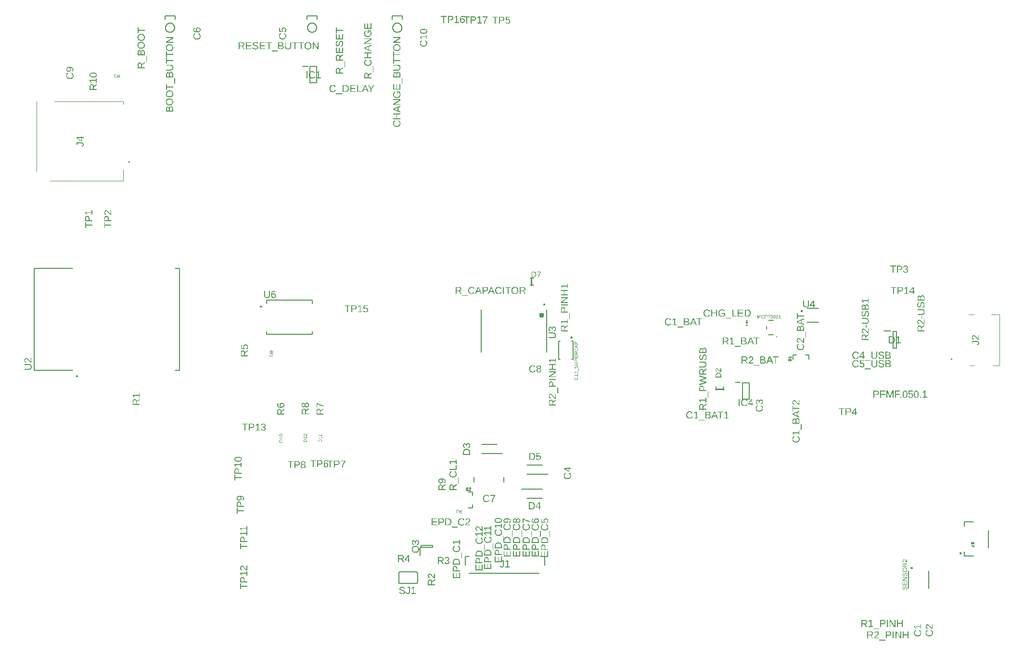
<source format=gbr>
G04 EAGLE Gerber RS-274X export*
G75*
%MOMM*%
%FSLAX34Y34*%
%LPD*%
%INSilkscreen Top*%
%IPPOS*%
%AMOC8*
5,1,8,0,0,1.08239X$1,22.5*%
G01*
G04 Define Apertures*
%ADD10C,0.200000*%
%ADD11C,0.100000*%
%ADD12C,0.150000*%
%ADD13C,0.250000*%
%ADD14C,0.203200*%
%ADD15C,0.127000*%
%ADD16C,0.152400*%
%ADD17C,0.254000*%
%ADD18R,0.300000X0.150000*%
%ADD19R,0.300000X0.300000*%
%ADD20C,0.400000*%
G36*
X-187656Y505250D02*
X-192666Y505250D01*
X-192666Y517591D01*
X-188182Y517591D01*
X-187656Y517579D01*
X-187164Y517544D01*
X-186705Y517485D01*
X-186281Y517404D01*
X-185891Y517298D01*
X-185534Y517170D01*
X-185212Y517017D01*
X-184924Y516842D01*
X-184669Y516643D01*
X-184448Y516421D01*
X-184262Y516175D01*
X-184109Y515906D01*
X-183990Y515613D01*
X-183905Y515297D01*
X-183854Y514958D01*
X-183837Y514595D01*
X-183847Y514327D01*
X-183876Y514070D01*
X-183924Y513824D01*
X-183991Y513588D01*
X-184077Y513364D01*
X-184182Y513150D01*
X-184307Y512948D01*
X-184451Y512756D01*
X-184612Y512578D01*
X-184711Y512486D01*
X-184789Y512414D01*
X-184982Y512267D01*
X-185191Y512134D01*
X-185415Y512017D01*
X-185656Y511915D01*
X-185912Y511829D01*
X-186185Y511758D01*
X-185827Y511704D01*
X-185491Y511630D01*
X-185176Y511537D01*
X-184882Y511424D01*
X-184609Y511291D01*
X-184357Y511138D01*
X-184126Y510965D01*
X-184029Y510876D01*
X-183916Y510772D01*
X-183730Y510563D01*
X-183568Y510341D01*
X-183431Y510105D01*
X-183319Y509856D01*
X-183231Y509594D01*
X-183169Y509318D01*
X-183132Y509029D01*
X-183119Y508727D01*
X-183138Y508327D01*
X-183194Y507950D01*
X-183288Y507595D01*
X-183419Y507263D01*
X-183588Y506955D01*
X-183794Y506669D01*
X-184038Y506406D01*
X-184319Y506165D01*
X-184634Y505951D01*
X-184978Y505765D01*
X-185351Y505608D01*
X-185753Y505479D01*
X-186185Y505379D01*
X-186646Y505307D01*
X-187137Y505264D01*
X-187656Y505250D01*
G37*
%LPC*%
G36*
X-187744Y506590D02*
X-187374Y506599D01*
X-187029Y506626D01*
X-186711Y506670D01*
X-186419Y506732D01*
X-186153Y506812D01*
X-185913Y506910D01*
X-185699Y507026D01*
X-185510Y507159D01*
X-185346Y507310D01*
X-185204Y507479D01*
X-185083Y507665D01*
X-184985Y507869D01*
X-184908Y508090D01*
X-184853Y508329D01*
X-184821Y508585D01*
X-184810Y508859D01*
X-184822Y509123D01*
X-184858Y509370D01*
X-184917Y509600D01*
X-185001Y509813D01*
X-185109Y510009D01*
X-185241Y510187D01*
X-185396Y510349D01*
X-185576Y510494D01*
X-185780Y510622D01*
X-186007Y510733D01*
X-186259Y510826D01*
X-186534Y510903D01*
X-186833Y510963D01*
X-187157Y511005D01*
X-187504Y511031D01*
X-187875Y511039D01*
X-190993Y511039D01*
X-190993Y506590D01*
X-187744Y506590D01*
G37*
G36*
X-188182Y512344D02*
X-187857Y512352D01*
X-187554Y512376D01*
X-187272Y512415D01*
X-187011Y512470D01*
X-186772Y512541D01*
X-186553Y512628D01*
X-186356Y512730D01*
X-186180Y512848D01*
X-186025Y512982D01*
X-185891Y513134D01*
X-185777Y513301D01*
X-185684Y513486D01*
X-185612Y513688D01*
X-185560Y513906D01*
X-185529Y514142D01*
X-185519Y514394D01*
X-185530Y514635D01*
X-185562Y514858D01*
X-185615Y515063D01*
X-185690Y515250D01*
X-185786Y515420D01*
X-185903Y515571D01*
X-186042Y515705D01*
X-186202Y515822D01*
X-186383Y515922D01*
X-186582Y516009D01*
X-186801Y516083D01*
X-187039Y516143D01*
X-187296Y516190D01*
X-187572Y516224D01*
X-187867Y516244D01*
X-188182Y516251D01*
X-190993Y516251D01*
X-190993Y512344D01*
X-188182Y512344D01*
G37*
%LPD*%
G36*
X-231296Y505250D02*
X-232785Y505250D01*
X-232785Y508044D01*
X-238601Y508044D01*
X-238601Y509270D01*
X-232952Y517591D01*
X-231296Y517591D01*
X-231296Y509288D01*
X-229562Y509288D01*
X-229562Y508044D01*
X-231296Y508044D01*
X-231296Y505250D01*
G37*
%LPC*%
G36*
X-232785Y509288D02*
X-232785Y515813D01*
X-233030Y515349D01*
X-233372Y514771D01*
X-236534Y510111D01*
X-237007Y509463D01*
X-237147Y509288D01*
X-232785Y509288D01*
G37*
%LPD*%
G36*
X-200063Y505075D02*
X-200612Y505087D01*
X-201131Y505124D01*
X-201621Y505185D01*
X-202081Y505271D01*
X-202512Y505381D01*
X-202913Y505516D01*
X-203284Y505675D01*
X-203625Y505859D01*
X-203937Y506067D01*
X-204220Y506300D01*
X-204473Y506557D01*
X-204696Y506839D01*
X-204889Y507145D01*
X-205053Y507475D01*
X-205187Y507831D01*
X-205292Y508210D01*
X-203671Y508534D01*
X-203591Y508266D01*
X-203492Y508015D01*
X-203373Y507783D01*
X-203233Y507570D01*
X-203075Y507375D01*
X-202896Y507199D01*
X-202698Y507041D01*
X-202480Y506901D01*
X-202242Y506779D01*
X-201984Y506673D01*
X-201705Y506583D01*
X-201405Y506510D01*
X-201085Y506453D01*
X-200744Y506412D01*
X-200383Y506388D01*
X-200002Y506380D01*
X-199608Y506389D01*
X-199238Y506415D01*
X-198890Y506458D01*
X-198566Y506519D01*
X-198265Y506597D01*
X-197987Y506693D01*
X-197733Y506806D01*
X-197501Y506936D01*
X-197295Y507083D01*
X-197116Y507247D01*
X-196965Y507426D01*
X-196841Y507622D01*
X-196745Y507835D01*
X-196676Y508063D01*
X-196635Y508308D01*
X-196621Y508569D01*
X-196638Y508857D01*
X-196690Y509117D01*
X-196776Y509348D01*
X-196897Y509550D01*
X-197049Y509731D01*
X-197228Y509894D01*
X-197436Y510041D01*
X-197672Y510172D01*
X-197933Y510290D01*
X-198219Y510398D01*
X-198529Y510496D01*
X-198863Y510584D01*
X-200396Y510943D01*
X-201083Y511105D01*
X-201682Y511267D01*
X-202193Y511429D01*
X-202616Y511591D01*
X-202975Y511758D01*
X-203294Y511934D01*
X-203573Y512119D01*
X-203812Y512314D01*
X-204018Y512522D01*
X-204198Y512746D01*
X-204353Y512988D01*
X-204482Y513247D01*
X-204583Y513524D01*
X-204656Y513820D01*
X-204699Y514137D01*
X-204714Y514473D01*
X-204695Y514858D01*
X-204638Y515220D01*
X-204543Y515559D01*
X-204410Y515876D01*
X-204240Y516170D01*
X-204031Y516442D01*
X-203785Y516690D01*
X-203501Y516916D01*
X-203181Y517118D01*
X-202829Y517292D01*
X-202444Y517439D01*
X-202026Y517560D01*
X-201575Y517654D01*
X-201092Y517721D01*
X-200576Y517761D01*
X-200028Y517775D01*
X-199518Y517765D01*
X-199039Y517734D01*
X-198590Y517684D01*
X-198173Y517614D01*
X-197787Y517523D01*
X-197431Y517413D01*
X-197107Y517282D01*
X-196813Y517131D01*
X-196546Y516956D01*
X-196299Y516752D01*
X-196073Y516521D01*
X-195868Y516261D01*
X-195683Y515972D01*
X-195519Y515655D01*
X-195377Y515310D01*
X-195254Y514937D01*
X-196901Y514648D01*
X-196977Y514885D01*
X-197067Y515105D01*
X-197174Y515308D01*
X-197295Y515494D01*
X-197432Y515664D01*
X-197584Y515816D01*
X-197752Y515952D01*
X-197935Y516071D01*
X-198134Y516175D01*
X-198352Y516265D01*
X-198589Y516341D01*
X-198843Y516403D01*
X-199116Y516451D01*
X-199408Y516486D01*
X-199717Y516507D01*
X-200045Y516513D01*
X-200404Y516506D01*
X-200742Y516483D01*
X-201057Y516445D01*
X-201350Y516391D01*
X-201622Y516322D01*
X-201872Y516238D01*
X-202099Y516138D01*
X-202305Y516023D01*
X-202488Y515893D01*
X-202646Y515748D01*
X-202780Y515587D01*
X-202890Y515412D01*
X-202975Y515222D01*
X-203036Y515016D01*
X-203072Y514796D01*
X-203085Y514560D01*
X-203066Y514288D01*
X-203009Y514040D01*
X-202915Y513817D01*
X-202782Y513619D01*
X-202615Y513440D01*
X-202413Y513275D01*
X-202179Y513124D01*
X-201911Y512988D01*
X-201556Y512852D01*
X-201059Y512700D01*
X-200421Y512534D01*
X-199642Y512353D01*
X-198508Y512086D01*
X-197955Y511937D01*
X-197427Y511762D01*
X-196926Y511557D01*
X-196459Y511320D01*
X-196241Y511186D01*
X-196037Y511037D01*
X-195849Y510875D01*
X-195675Y510698D01*
X-195517Y510506D01*
X-195378Y510297D01*
X-195257Y510072D01*
X-195154Y509831D01*
X-195071Y509570D01*
X-195012Y509288D01*
X-194977Y508983D01*
X-194965Y508657D01*
X-194986Y508242D01*
X-195049Y507851D01*
X-195153Y507485D01*
X-195299Y507142D01*
X-195487Y506823D01*
X-195717Y506529D01*
X-195988Y506258D01*
X-196301Y506012D01*
X-196652Y505792D01*
X-197037Y505602D01*
X-197456Y505441D01*
X-197909Y505309D01*
X-198397Y505207D01*
X-198918Y505133D01*
X-199473Y505090D01*
X-200063Y505075D01*
G37*
G36*
X-212673Y505075D02*
X-213045Y505083D01*
X-213406Y505109D01*
X-213755Y505152D01*
X-214091Y505213D01*
X-214416Y505290D01*
X-214729Y505385D01*
X-215029Y505497D01*
X-215318Y505627D01*
X-215592Y505772D01*
X-215851Y505934D01*
X-216094Y506111D01*
X-216320Y506303D01*
X-216531Y506511D01*
X-216727Y506735D01*
X-216906Y506974D01*
X-217069Y507229D01*
X-217215Y507498D01*
X-217341Y507780D01*
X-217448Y508074D01*
X-217536Y508381D01*
X-217604Y508701D01*
X-217652Y509033D01*
X-217681Y509377D01*
X-217691Y509734D01*
X-217691Y517591D01*
X-216018Y517591D01*
X-216018Y509875D01*
X-216005Y509465D01*
X-215965Y509080D01*
X-215898Y508721D01*
X-215804Y508388D01*
X-215683Y508080D01*
X-215535Y507797D01*
X-215361Y507540D01*
X-215160Y507308D01*
X-214933Y507103D01*
X-214683Y506925D01*
X-214409Y506775D01*
X-214111Y506651D01*
X-213789Y506556D01*
X-213444Y506487D01*
X-213074Y506446D01*
X-212681Y506432D01*
X-212277Y506447D01*
X-211895Y506489D01*
X-211537Y506560D01*
X-211202Y506659D01*
X-210890Y506787D01*
X-210601Y506942D01*
X-210336Y507126D01*
X-210093Y507339D01*
X-209877Y507579D01*
X-209689Y507844D01*
X-209530Y508136D01*
X-209400Y508455D01*
X-209299Y508799D01*
X-209227Y509169D01*
X-209184Y509566D01*
X-209169Y509988D01*
X-209169Y517591D01*
X-207505Y517591D01*
X-207505Y509892D01*
X-207515Y509524D01*
X-207545Y509169D01*
X-207594Y508827D01*
X-207664Y508497D01*
X-207753Y508181D01*
X-207862Y507877D01*
X-207991Y507586D01*
X-208140Y507308D01*
X-208307Y507045D01*
X-208490Y506797D01*
X-208690Y506566D01*
X-208906Y506350D01*
X-209139Y506151D01*
X-209388Y505967D01*
X-209654Y505800D01*
X-209935Y505649D01*
X-210232Y505514D01*
X-210542Y505398D01*
X-210864Y505299D01*
X-211200Y505218D01*
X-211549Y505156D01*
X-211910Y505111D01*
X-212285Y505084D01*
X-212673Y505075D01*
G37*
G36*
X-245022Y505075D02*
X-245481Y505087D01*
X-245923Y505123D01*
X-246350Y505184D01*
X-246762Y505269D01*
X-247157Y505378D01*
X-247537Y505511D01*
X-247901Y505668D01*
X-248250Y505850D01*
X-248580Y506054D01*
X-248890Y506279D01*
X-249180Y506525D01*
X-249449Y506792D01*
X-249699Y507079D01*
X-249928Y507387D01*
X-250137Y507716D01*
X-250325Y508066D01*
X-250493Y508434D01*
X-250638Y508819D01*
X-250760Y509221D01*
X-250861Y509639D01*
X-250939Y510074D01*
X-250995Y510525D01*
X-251028Y510993D01*
X-251039Y511477D01*
X-251033Y511841D01*
X-251014Y512195D01*
X-250983Y512539D01*
X-250940Y512873D01*
X-250883Y513197D01*
X-250815Y513511D01*
X-250734Y513815D01*
X-250641Y514109D01*
X-250535Y514393D01*
X-250416Y514667D01*
X-250142Y515185D01*
X-249819Y515664D01*
X-249445Y516102D01*
X-249027Y516494D01*
X-248571Y516834D01*
X-248329Y516984D01*
X-248077Y517121D01*
X-247816Y517245D01*
X-247544Y517356D01*
X-247264Y517455D01*
X-246974Y517539D01*
X-246674Y517611D01*
X-246364Y517670D01*
X-246045Y517716D01*
X-245717Y517749D01*
X-245379Y517768D01*
X-245031Y517775D01*
X-244548Y517763D01*
X-244086Y517727D01*
X-243644Y517666D01*
X-243222Y517582D01*
X-242821Y517474D01*
X-242439Y517341D01*
X-242078Y517185D01*
X-241738Y517004D01*
X-241418Y516800D01*
X-241120Y516572D01*
X-240844Y516321D01*
X-240590Y516047D01*
X-240358Y515750D01*
X-240148Y515429D01*
X-239960Y515085D01*
X-239793Y514718D01*
X-241378Y514192D01*
X-241494Y514454D01*
X-241626Y514699D01*
X-241774Y514929D01*
X-241938Y515143D01*
X-242118Y515341D01*
X-242315Y515523D01*
X-242529Y515689D01*
X-242758Y515839D01*
X-243001Y515973D01*
X-243255Y516088D01*
X-243521Y516186D01*
X-243797Y516266D01*
X-244084Y516328D01*
X-244383Y516373D01*
X-244693Y516399D01*
X-245013Y516408D01*
X-245511Y516388D01*
X-245981Y516326D01*
X-246422Y516223D01*
X-246835Y516079D01*
X-247219Y515893D01*
X-247575Y515667D01*
X-247902Y515399D01*
X-248201Y515090D01*
X-248468Y514745D01*
X-248700Y514370D01*
X-248895Y513964D01*
X-249055Y513528D01*
X-249180Y513061D01*
X-249269Y512564D01*
X-249322Y512036D01*
X-249340Y511477D01*
X-249321Y510924D01*
X-249266Y510399D01*
X-249173Y509901D01*
X-249043Y509431D01*
X-248876Y508989D01*
X-248672Y508575D01*
X-248431Y508188D01*
X-248153Y507829D01*
X-247843Y507506D01*
X-247508Y507226D01*
X-247145Y506989D01*
X-246757Y506795D01*
X-246343Y506644D01*
X-245903Y506536D01*
X-245436Y506471D01*
X-244943Y506450D01*
X-244624Y506460D01*
X-244315Y506490D01*
X-244016Y506540D01*
X-243727Y506610D01*
X-243449Y506701D01*
X-243180Y506811D01*
X-242921Y506941D01*
X-242673Y507091D01*
X-242434Y507262D01*
X-242205Y507452D01*
X-241987Y507663D01*
X-241779Y507893D01*
X-241580Y508144D01*
X-241392Y508415D01*
X-241214Y508705D01*
X-241046Y509016D01*
X-239679Y508333D01*
X-239879Y507946D01*
X-240099Y507584D01*
X-240338Y507245D01*
X-240596Y506929D01*
X-240873Y506638D01*
X-241170Y506371D01*
X-241486Y506127D01*
X-241821Y505907D01*
X-242173Y505712D01*
X-242538Y505543D01*
X-242918Y505400D01*
X-243311Y505283D01*
X-243718Y505192D01*
X-244139Y505127D01*
X-244573Y505088D01*
X-245022Y505075D01*
G37*
G36*
X-218866Y501685D02*
X-229315Y501685D01*
X-229315Y502824D01*
X-218866Y502824D01*
X-218866Y501685D01*
G37*
G36*
X-187606Y490500D02*
X-192616Y490500D01*
X-192616Y502841D01*
X-188132Y502841D01*
X-187606Y502829D01*
X-187114Y502794D01*
X-186655Y502735D01*
X-186231Y502654D01*
X-185841Y502548D01*
X-185484Y502420D01*
X-185162Y502267D01*
X-184874Y502092D01*
X-184619Y501893D01*
X-184398Y501671D01*
X-184212Y501425D01*
X-184059Y501156D01*
X-183940Y500863D01*
X-183855Y500547D01*
X-183804Y500208D01*
X-183787Y499845D01*
X-183797Y499577D01*
X-183826Y499320D01*
X-183874Y499074D01*
X-183941Y498838D01*
X-184027Y498614D01*
X-184132Y498400D01*
X-184257Y498198D01*
X-184401Y498006D01*
X-184562Y497828D01*
X-184661Y497736D01*
X-184739Y497664D01*
X-184932Y497517D01*
X-185141Y497384D01*
X-185365Y497267D01*
X-185606Y497165D01*
X-185862Y497079D01*
X-186135Y497008D01*
X-185777Y496954D01*
X-185441Y496880D01*
X-185126Y496787D01*
X-184832Y496674D01*
X-184559Y496541D01*
X-184307Y496388D01*
X-184076Y496215D01*
X-183979Y496126D01*
X-183866Y496022D01*
X-183680Y495813D01*
X-183518Y495591D01*
X-183381Y495355D01*
X-183269Y495106D01*
X-183181Y494844D01*
X-183119Y494568D01*
X-183082Y494279D01*
X-183069Y493977D01*
X-183088Y493577D01*
X-183144Y493200D01*
X-183238Y492845D01*
X-183369Y492513D01*
X-183538Y492205D01*
X-183744Y491919D01*
X-183988Y491656D01*
X-184269Y491415D01*
X-184584Y491201D01*
X-184928Y491015D01*
X-185301Y490858D01*
X-185703Y490729D01*
X-186135Y490629D01*
X-186596Y490557D01*
X-187087Y490514D01*
X-187606Y490500D01*
G37*
%LPC*%
G36*
X-187694Y491840D02*
X-187324Y491849D01*
X-186979Y491876D01*
X-186661Y491920D01*
X-186369Y491982D01*
X-186103Y492062D01*
X-185863Y492160D01*
X-185649Y492276D01*
X-185460Y492409D01*
X-185296Y492560D01*
X-185154Y492729D01*
X-185033Y492915D01*
X-184935Y493119D01*
X-184858Y493340D01*
X-184803Y493579D01*
X-184771Y493835D01*
X-184760Y494109D01*
X-184772Y494373D01*
X-184808Y494620D01*
X-184867Y494850D01*
X-184951Y495063D01*
X-185059Y495259D01*
X-185191Y495437D01*
X-185346Y495599D01*
X-185526Y495744D01*
X-185730Y495872D01*
X-185957Y495983D01*
X-186209Y496076D01*
X-186484Y496153D01*
X-186783Y496213D01*
X-187107Y496255D01*
X-187454Y496281D01*
X-187825Y496289D01*
X-190943Y496289D01*
X-190943Y491840D01*
X-187694Y491840D01*
G37*
G36*
X-188132Y497594D02*
X-187807Y497602D01*
X-187504Y497626D01*
X-187222Y497665D01*
X-186961Y497720D01*
X-186722Y497791D01*
X-186503Y497878D01*
X-186306Y497980D01*
X-186130Y498098D01*
X-185975Y498232D01*
X-185841Y498384D01*
X-185727Y498551D01*
X-185634Y498736D01*
X-185562Y498938D01*
X-185510Y499156D01*
X-185479Y499392D01*
X-185469Y499644D01*
X-185480Y499885D01*
X-185512Y500108D01*
X-185565Y500313D01*
X-185640Y500500D01*
X-185736Y500670D01*
X-185853Y500821D01*
X-185992Y500955D01*
X-186152Y501072D01*
X-186333Y501172D01*
X-186532Y501259D01*
X-186751Y501333D01*
X-186989Y501393D01*
X-187246Y501440D01*
X-187522Y501474D01*
X-187817Y501494D01*
X-188132Y501501D01*
X-190943Y501501D01*
X-190943Y497594D01*
X-188132Y497594D01*
G37*
%LPD*%
G36*
X-200013Y490325D02*
X-200562Y490337D01*
X-201081Y490374D01*
X-201571Y490435D01*
X-202031Y490521D01*
X-202462Y490631D01*
X-202863Y490766D01*
X-203234Y490925D01*
X-203575Y491109D01*
X-203887Y491317D01*
X-204170Y491550D01*
X-204423Y491807D01*
X-204646Y492089D01*
X-204839Y492395D01*
X-205003Y492725D01*
X-205137Y493081D01*
X-205242Y493460D01*
X-203621Y493784D01*
X-203541Y493516D01*
X-203442Y493265D01*
X-203323Y493033D01*
X-203183Y492820D01*
X-203025Y492625D01*
X-202846Y492449D01*
X-202648Y492291D01*
X-202430Y492151D01*
X-202192Y492029D01*
X-201934Y491923D01*
X-201655Y491833D01*
X-201355Y491760D01*
X-201035Y491703D01*
X-200694Y491662D01*
X-200333Y491638D01*
X-199952Y491630D01*
X-199558Y491639D01*
X-199188Y491665D01*
X-198840Y491708D01*
X-198516Y491769D01*
X-198215Y491847D01*
X-197937Y491943D01*
X-197683Y492056D01*
X-197451Y492186D01*
X-197245Y492333D01*
X-197066Y492497D01*
X-196915Y492676D01*
X-196791Y492872D01*
X-196695Y493085D01*
X-196626Y493313D01*
X-196585Y493558D01*
X-196571Y493819D01*
X-196588Y494107D01*
X-196640Y494367D01*
X-196726Y494598D01*
X-196847Y494800D01*
X-196999Y494981D01*
X-197178Y495144D01*
X-197386Y495291D01*
X-197622Y495422D01*
X-197883Y495540D01*
X-198169Y495648D01*
X-198479Y495746D01*
X-198813Y495834D01*
X-200346Y496193D01*
X-201033Y496355D01*
X-201632Y496517D01*
X-202143Y496679D01*
X-202566Y496841D01*
X-202925Y497008D01*
X-203244Y497184D01*
X-203523Y497369D01*
X-203762Y497564D01*
X-203968Y497772D01*
X-204148Y497996D01*
X-204303Y498238D01*
X-204432Y498497D01*
X-204533Y498774D01*
X-204606Y499070D01*
X-204649Y499387D01*
X-204664Y499723D01*
X-204645Y500108D01*
X-204588Y500470D01*
X-204493Y500809D01*
X-204360Y501126D01*
X-204190Y501420D01*
X-203981Y501692D01*
X-203735Y501940D01*
X-203451Y502166D01*
X-203131Y502368D01*
X-202779Y502542D01*
X-202394Y502689D01*
X-201976Y502810D01*
X-201525Y502904D01*
X-201042Y502971D01*
X-200526Y503011D01*
X-199978Y503025D01*
X-199468Y503015D01*
X-198989Y502984D01*
X-198540Y502934D01*
X-198123Y502864D01*
X-197737Y502773D01*
X-197381Y502663D01*
X-197057Y502532D01*
X-196763Y502381D01*
X-196496Y502206D01*
X-196249Y502002D01*
X-196023Y501771D01*
X-195818Y501511D01*
X-195633Y501222D01*
X-195469Y500905D01*
X-195327Y500560D01*
X-195204Y500187D01*
X-196851Y499898D01*
X-196927Y500135D01*
X-197017Y500355D01*
X-197124Y500558D01*
X-197245Y500744D01*
X-197382Y500914D01*
X-197534Y501066D01*
X-197702Y501202D01*
X-197885Y501321D01*
X-198084Y501425D01*
X-198302Y501515D01*
X-198539Y501591D01*
X-198793Y501653D01*
X-199066Y501701D01*
X-199358Y501736D01*
X-199667Y501757D01*
X-199995Y501763D01*
X-200354Y501756D01*
X-200692Y501733D01*
X-201007Y501695D01*
X-201300Y501641D01*
X-201572Y501572D01*
X-201822Y501488D01*
X-202049Y501388D01*
X-202255Y501273D01*
X-202438Y501143D01*
X-202596Y500998D01*
X-202730Y500837D01*
X-202840Y500662D01*
X-202925Y500472D01*
X-202986Y500266D01*
X-203022Y500046D01*
X-203035Y499810D01*
X-203016Y499538D01*
X-202959Y499290D01*
X-202865Y499067D01*
X-202732Y498869D01*
X-202565Y498690D01*
X-202363Y498525D01*
X-202129Y498374D01*
X-201861Y498238D01*
X-201506Y498102D01*
X-201009Y497950D01*
X-200371Y497784D01*
X-199592Y497603D01*
X-198458Y497336D01*
X-197905Y497187D01*
X-197377Y497012D01*
X-196876Y496807D01*
X-196409Y496570D01*
X-196191Y496436D01*
X-195987Y496287D01*
X-195799Y496125D01*
X-195625Y495948D01*
X-195467Y495756D01*
X-195328Y495547D01*
X-195207Y495322D01*
X-195104Y495081D01*
X-195021Y494820D01*
X-194962Y494538D01*
X-194927Y494233D01*
X-194915Y493907D01*
X-194936Y493492D01*
X-194999Y493101D01*
X-195103Y492735D01*
X-195249Y492392D01*
X-195437Y492073D01*
X-195667Y491779D01*
X-195938Y491508D01*
X-196251Y491262D01*
X-196602Y491042D01*
X-196987Y490852D01*
X-197406Y490691D01*
X-197859Y490559D01*
X-198347Y490457D01*
X-198868Y490383D01*
X-199423Y490340D01*
X-200013Y490325D01*
G37*
G36*
X-212623Y490325D02*
X-212995Y490333D01*
X-213356Y490359D01*
X-213705Y490402D01*
X-214041Y490463D01*
X-214366Y490540D01*
X-214679Y490635D01*
X-214979Y490747D01*
X-215268Y490877D01*
X-215542Y491022D01*
X-215801Y491184D01*
X-216044Y491361D01*
X-216270Y491553D01*
X-216481Y491761D01*
X-216677Y491985D01*
X-216856Y492224D01*
X-217019Y492479D01*
X-217165Y492748D01*
X-217291Y493030D01*
X-217398Y493324D01*
X-217486Y493631D01*
X-217554Y493951D01*
X-217602Y494283D01*
X-217631Y494627D01*
X-217641Y494984D01*
X-217641Y502841D01*
X-215968Y502841D01*
X-215968Y495125D01*
X-215955Y494715D01*
X-215915Y494330D01*
X-215848Y493971D01*
X-215754Y493638D01*
X-215633Y493330D01*
X-215485Y493047D01*
X-215311Y492790D01*
X-215110Y492558D01*
X-214883Y492353D01*
X-214633Y492175D01*
X-214359Y492025D01*
X-214061Y491901D01*
X-213739Y491806D01*
X-213394Y491737D01*
X-213024Y491696D01*
X-212631Y491682D01*
X-212227Y491697D01*
X-211845Y491739D01*
X-211487Y491810D01*
X-211152Y491909D01*
X-210840Y492037D01*
X-210551Y492192D01*
X-210286Y492376D01*
X-210043Y492589D01*
X-209827Y492829D01*
X-209639Y493094D01*
X-209480Y493386D01*
X-209350Y493705D01*
X-209249Y494049D01*
X-209177Y494419D01*
X-209134Y494816D01*
X-209119Y495238D01*
X-209119Y502841D01*
X-207455Y502841D01*
X-207455Y495142D01*
X-207465Y494774D01*
X-207495Y494419D01*
X-207544Y494077D01*
X-207614Y493747D01*
X-207703Y493431D01*
X-207812Y493127D01*
X-207941Y492836D01*
X-208090Y492558D01*
X-208257Y492295D01*
X-208440Y492047D01*
X-208640Y491816D01*
X-208856Y491600D01*
X-209089Y491401D01*
X-209338Y491217D01*
X-209604Y491050D01*
X-209885Y490899D01*
X-210182Y490764D01*
X-210492Y490648D01*
X-210814Y490549D01*
X-211150Y490468D01*
X-211499Y490406D01*
X-211860Y490361D01*
X-212235Y490334D01*
X-212623Y490325D01*
G37*
G36*
X-244972Y490325D02*
X-245431Y490337D01*
X-245873Y490373D01*
X-246300Y490434D01*
X-246712Y490519D01*
X-247107Y490628D01*
X-247487Y490761D01*
X-247851Y490918D01*
X-248200Y491100D01*
X-248530Y491304D01*
X-248840Y491529D01*
X-249130Y491775D01*
X-249399Y492042D01*
X-249649Y492329D01*
X-249878Y492637D01*
X-250087Y492966D01*
X-250275Y493316D01*
X-250443Y493684D01*
X-250588Y494069D01*
X-250710Y494471D01*
X-250811Y494889D01*
X-250889Y495324D01*
X-250945Y495775D01*
X-250978Y496243D01*
X-250989Y496727D01*
X-250983Y497091D01*
X-250964Y497445D01*
X-250933Y497789D01*
X-250890Y498123D01*
X-250833Y498447D01*
X-250765Y498761D01*
X-250684Y499065D01*
X-250591Y499359D01*
X-250485Y499643D01*
X-250366Y499917D01*
X-250092Y500435D01*
X-249769Y500914D01*
X-249395Y501352D01*
X-248977Y501744D01*
X-248521Y502084D01*
X-248279Y502234D01*
X-248027Y502371D01*
X-247766Y502495D01*
X-247494Y502606D01*
X-247214Y502705D01*
X-246924Y502789D01*
X-246624Y502861D01*
X-246314Y502920D01*
X-245995Y502966D01*
X-245667Y502999D01*
X-245329Y503018D01*
X-244981Y503025D01*
X-244498Y503013D01*
X-244036Y502977D01*
X-243594Y502916D01*
X-243172Y502832D01*
X-242771Y502724D01*
X-242389Y502591D01*
X-242028Y502435D01*
X-241688Y502254D01*
X-241368Y502050D01*
X-241070Y501822D01*
X-240794Y501571D01*
X-240540Y501297D01*
X-240308Y501000D01*
X-240098Y500679D01*
X-239910Y500335D01*
X-239743Y499968D01*
X-241328Y499442D01*
X-241444Y499704D01*
X-241576Y499949D01*
X-241724Y500179D01*
X-241888Y500393D01*
X-242068Y500591D01*
X-242265Y500773D01*
X-242479Y500939D01*
X-242708Y501089D01*
X-242951Y501223D01*
X-243205Y501338D01*
X-243471Y501436D01*
X-243747Y501516D01*
X-244034Y501578D01*
X-244333Y501623D01*
X-244643Y501649D01*
X-244963Y501658D01*
X-245461Y501638D01*
X-245931Y501576D01*
X-246372Y501473D01*
X-246785Y501329D01*
X-247169Y501143D01*
X-247525Y500917D01*
X-247852Y500649D01*
X-248151Y500340D01*
X-248418Y499995D01*
X-248650Y499620D01*
X-248845Y499214D01*
X-249005Y498778D01*
X-249130Y498311D01*
X-249219Y497814D01*
X-249272Y497286D01*
X-249290Y496727D01*
X-249271Y496174D01*
X-249216Y495649D01*
X-249123Y495151D01*
X-248993Y494681D01*
X-248826Y494239D01*
X-248622Y493825D01*
X-248381Y493438D01*
X-248103Y493079D01*
X-247793Y492756D01*
X-247458Y492476D01*
X-247095Y492239D01*
X-246707Y492045D01*
X-246293Y491894D01*
X-245853Y491786D01*
X-245386Y491721D01*
X-244893Y491700D01*
X-244574Y491710D01*
X-244265Y491740D01*
X-243966Y491790D01*
X-243677Y491860D01*
X-243399Y491951D01*
X-243130Y492061D01*
X-242871Y492191D01*
X-242623Y492341D01*
X-242384Y492512D01*
X-242155Y492702D01*
X-241937Y492913D01*
X-241729Y493143D01*
X-241530Y493394D01*
X-241342Y493665D01*
X-241164Y493955D01*
X-240996Y494266D01*
X-239629Y493583D01*
X-239829Y493196D01*
X-240049Y492834D01*
X-240288Y492495D01*
X-240546Y492179D01*
X-240823Y491888D01*
X-241120Y491621D01*
X-241436Y491377D01*
X-241771Y491157D01*
X-242123Y490962D01*
X-242488Y490793D01*
X-242868Y490650D01*
X-243261Y490533D01*
X-243668Y490442D01*
X-244089Y490377D01*
X-244523Y490338D01*
X-244972Y490325D01*
G37*
G36*
X-234119Y490325D02*
X-234540Y490337D01*
X-234940Y490372D01*
X-235320Y490431D01*
X-235678Y490513D01*
X-236016Y490619D01*
X-236333Y490749D01*
X-236629Y490902D01*
X-236904Y491078D01*
X-237157Y491277D01*
X-237385Y491497D01*
X-237589Y491738D01*
X-237769Y492000D01*
X-237925Y492283D01*
X-238055Y492587D01*
X-238162Y492913D01*
X-238244Y493259D01*
X-236650Y493443D01*
X-236582Y493221D01*
X-236501Y493014D01*
X-236408Y492821D01*
X-236303Y492642D01*
X-236185Y492478D01*
X-236055Y492327D01*
X-235913Y492192D01*
X-235759Y492070D01*
X-235593Y491963D01*
X-235414Y491870D01*
X-235223Y491791D01*
X-235020Y491727D01*
X-234804Y491677D01*
X-234576Y491641D01*
X-234336Y491619D01*
X-234084Y491612D01*
X-233775Y491624D01*
X-233484Y491660D01*
X-233209Y491720D01*
X-232952Y491804D01*
X-232712Y491912D01*
X-232489Y492043D01*
X-232284Y492199D01*
X-232096Y492379D01*
X-231928Y492579D01*
X-231782Y492798D01*
X-231658Y493034D01*
X-231557Y493289D01*
X-231479Y493561D01*
X-231423Y493851D01*
X-231389Y494159D01*
X-231378Y494485D01*
X-231389Y494769D01*
X-231423Y495040D01*
X-231479Y495296D01*
X-231558Y495538D01*
X-231660Y495767D01*
X-231784Y495981D01*
X-231931Y496182D01*
X-232100Y496368D01*
X-232289Y496537D01*
X-232493Y496682D01*
X-232713Y496806D01*
X-232949Y496907D01*
X-233200Y496985D01*
X-233467Y497042D01*
X-233750Y497075D01*
X-234049Y497086D01*
X-234363Y497074D01*
X-234666Y497036D01*
X-234959Y496973D01*
X-235240Y496885D01*
X-235516Y496767D01*
X-235792Y496613D01*
X-236068Y496425D01*
X-236344Y496202D01*
X-237885Y496202D01*
X-237474Y502841D01*
X-230458Y502841D01*
X-230458Y501501D01*
X-236037Y501501D01*
X-236274Y497586D01*
X-236010Y497770D01*
X-235730Y497931D01*
X-235435Y498066D01*
X-235124Y498177D01*
X-234798Y498263D01*
X-234456Y498325D01*
X-234098Y498362D01*
X-233725Y498374D01*
X-233281Y498357D01*
X-232860Y498307D01*
X-232463Y498224D01*
X-232088Y498107D01*
X-231737Y497957D01*
X-231409Y497773D01*
X-231103Y497556D01*
X-230821Y497305D01*
X-230568Y497028D01*
X-230348Y496731D01*
X-230162Y496413D01*
X-230010Y496075D01*
X-229892Y495717D01*
X-229807Y495338D01*
X-229757Y494939D01*
X-229740Y494520D01*
X-229758Y494045D01*
X-229812Y493596D01*
X-229903Y493172D01*
X-230030Y492775D01*
X-230193Y492404D01*
X-230393Y492058D01*
X-230628Y491739D01*
X-230900Y491446D01*
X-231204Y491183D01*
X-231537Y490955D01*
X-231897Y490763D01*
X-232285Y490605D01*
X-232702Y490483D01*
X-233146Y490395D01*
X-233619Y490342D01*
X-234119Y490325D01*
G37*
G36*
X-218816Y486935D02*
X-229265Y486935D01*
X-229265Y488074D01*
X-218816Y488074D01*
X-218816Y486935D01*
G37*
G36*
X-181977Y532350D02*
X-186593Y532350D01*
X-186593Y544691D01*
X-182512Y544691D01*
X-182125Y544685D01*
X-181750Y544666D01*
X-181386Y544636D01*
X-181033Y544593D01*
X-180692Y544537D01*
X-180361Y544470D01*
X-180042Y544390D01*
X-179734Y544298D01*
X-179437Y544193D01*
X-179152Y544077D01*
X-178877Y543948D01*
X-178614Y543806D01*
X-178362Y543653D01*
X-178121Y543487D01*
X-177891Y543309D01*
X-177673Y543119D01*
X-177466Y542917D01*
X-177273Y542705D01*
X-177094Y542482D01*
X-176927Y542250D01*
X-176774Y542006D01*
X-176635Y541753D01*
X-176508Y541489D01*
X-176395Y541215D01*
X-176295Y540930D01*
X-176209Y540635D01*
X-176135Y540330D01*
X-176076Y540014D01*
X-176029Y539688D01*
X-175996Y539351D01*
X-175976Y539005D01*
X-175969Y538647D01*
X-175981Y538178D01*
X-176016Y537723D01*
X-176074Y537282D01*
X-176155Y536857D01*
X-176260Y536447D01*
X-176388Y536052D01*
X-176539Y535671D01*
X-176714Y535306D01*
X-176909Y534958D01*
X-177125Y534632D01*
X-177359Y534326D01*
X-177613Y534041D01*
X-177887Y533778D01*
X-178180Y533535D01*
X-178492Y533313D01*
X-178824Y533112D01*
X-179173Y532933D01*
X-179534Y532779D01*
X-179908Y532648D01*
X-180296Y532540D01*
X-180696Y532457D01*
X-181110Y532398D01*
X-181537Y532362D01*
X-181977Y532350D01*
G37*
%LPC*%
G36*
X-182170Y533690D02*
X-181836Y533699D01*
X-181512Y533727D01*
X-181198Y533774D01*
X-180895Y533839D01*
X-180601Y533923D01*
X-180319Y534025D01*
X-180046Y534146D01*
X-179783Y534286D01*
X-179534Y534443D01*
X-179299Y534616D01*
X-179079Y534806D01*
X-178874Y535013D01*
X-178683Y535235D01*
X-178508Y535475D01*
X-178348Y535730D01*
X-178203Y536002D01*
X-178073Y536289D01*
X-177961Y536588D01*
X-177866Y536900D01*
X-177789Y537224D01*
X-177728Y537561D01*
X-177685Y537911D01*
X-177659Y538273D01*
X-177651Y538647D01*
X-177670Y539204D01*
X-177729Y539727D01*
X-177827Y540215D01*
X-177965Y540670D01*
X-178142Y541090D01*
X-178358Y541476D01*
X-178613Y541828D01*
X-178908Y542146D01*
X-179239Y542429D01*
X-179606Y542673D01*
X-180008Y542880D01*
X-180446Y543050D01*
X-180918Y543181D01*
X-181426Y543275D01*
X-181969Y543332D01*
X-182547Y543351D01*
X-184920Y543351D01*
X-184920Y533690D01*
X-182170Y533690D01*
G37*
%LPD*%
G36*
X-166027Y532350D02*
X-173761Y532350D01*
X-173761Y533690D01*
X-170616Y533690D01*
X-170616Y543184D01*
X-173402Y541196D01*
X-173402Y542685D01*
X-170485Y544691D01*
X-169031Y544691D01*
X-169031Y533690D01*
X-166027Y533690D01*
X-166027Y532350D01*
G37*
G36*
X-28202Y538845D02*
X-29314Y538845D01*
X-29812Y539080D01*
X-30279Y539341D01*
X-30716Y539626D01*
X-31123Y539935D01*
X-31506Y540261D01*
X-31870Y540595D01*
X-32215Y540938D01*
X-32542Y541288D01*
X-33154Y541995D01*
X-33720Y542694D01*
X-34263Y543356D01*
X-34806Y543951D01*
X-35081Y544218D01*
X-35362Y544458D01*
X-35650Y544671D01*
X-35945Y544857D01*
X-36252Y545009D01*
X-36580Y545117D01*
X-36927Y545182D01*
X-37293Y545203D01*
X-37540Y545194D01*
X-37773Y545166D01*
X-37991Y545120D01*
X-38195Y545055D01*
X-38385Y544971D01*
X-38561Y544868D01*
X-38723Y544747D01*
X-38870Y544608D01*
X-39001Y544452D01*
X-39115Y544281D01*
X-39211Y544096D01*
X-39290Y543896D01*
X-39352Y543682D01*
X-39395Y543453D01*
X-39422Y543210D01*
X-39430Y542952D01*
X-39422Y542706D01*
X-39396Y542471D01*
X-39353Y542247D01*
X-39294Y542034D01*
X-39217Y541832D01*
X-39123Y541641D01*
X-39011Y541461D01*
X-38883Y541293D01*
X-38739Y541138D01*
X-38582Y541000D01*
X-38410Y540879D01*
X-38225Y540775D01*
X-38026Y540688D01*
X-37813Y540617D01*
X-37586Y540563D01*
X-37346Y540526D01*
X-37495Y538915D01*
X-37855Y538973D01*
X-38197Y539059D01*
X-38520Y539174D01*
X-38824Y539317D01*
X-39109Y539488D01*
X-39375Y539687D01*
X-39622Y539915D01*
X-39851Y540172D01*
X-40056Y540452D01*
X-40234Y540751D01*
X-40385Y541070D01*
X-40508Y541408D01*
X-40604Y541765D01*
X-40672Y542141D01*
X-40713Y542537D01*
X-40727Y542952D01*
X-40713Y543405D01*
X-40672Y543831D01*
X-40603Y544230D01*
X-40507Y544602D01*
X-40383Y544947D01*
X-40232Y545266D01*
X-40053Y545557D01*
X-39846Y545821D01*
X-39615Y546056D01*
X-39360Y546260D01*
X-39082Y546432D01*
X-38781Y546573D01*
X-38457Y546683D01*
X-38110Y546761D01*
X-37739Y546808D01*
X-37346Y546824D01*
X-36987Y546803D01*
X-36630Y546742D01*
X-36274Y546639D01*
X-35918Y546495D01*
X-35564Y546311D01*
X-35209Y546087D01*
X-34854Y545823D01*
X-34499Y545519D01*
X-34096Y545121D01*
X-33595Y544575D01*
X-32997Y543881D01*
X-32301Y543040D01*
X-31899Y542562D01*
X-31518Y542136D01*
X-31157Y541761D01*
X-30816Y541437D01*
X-30489Y541160D01*
X-30167Y540925D01*
X-29852Y540731D01*
X-29542Y540579D01*
X-29542Y547016D01*
X-28202Y547016D01*
X-28202Y538845D01*
G37*
G36*
X-31267Y529254D02*
X-31539Y530892D01*
X-31292Y530938D01*
X-31059Y530995D01*
X-30840Y531066D01*
X-30635Y531148D01*
X-30444Y531243D01*
X-30266Y531350D01*
X-30103Y531470D01*
X-29954Y531601D01*
X-29820Y531744D01*
X-29705Y531895D01*
X-29607Y532055D01*
X-29527Y532223D01*
X-29464Y532401D01*
X-29420Y532587D01*
X-29393Y532782D01*
X-29384Y532985D01*
X-29394Y533207D01*
X-29424Y533417D01*
X-29472Y533614D01*
X-29541Y533800D01*
X-29629Y533973D01*
X-29737Y534135D01*
X-29864Y534284D01*
X-30011Y534422D01*
X-30176Y534545D01*
X-30360Y534652D01*
X-30562Y534742D01*
X-30782Y534816D01*
X-31021Y534873D01*
X-31278Y534914D01*
X-31552Y534939D01*
X-31846Y534947D01*
X-39176Y534947D01*
X-39176Y532574D01*
X-40543Y532574D01*
X-40543Y536611D01*
X-31881Y536611D01*
X-31444Y536596D01*
X-31031Y536551D01*
X-30642Y536475D01*
X-30277Y536368D01*
X-29936Y536232D01*
X-29618Y536064D01*
X-29325Y535867D01*
X-29056Y535639D01*
X-28815Y535385D01*
X-28606Y535108D01*
X-28429Y534809D01*
X-28284Y534487D01*
X-28172Y534143D01*
X-28091Y533777D01*
X-28043Y533388D01*
X-28027Y532976D01*
X-28040Y532595D01*
X-28077Y532232D01*
X-28141Y531890D01*
X-28229Y531568D01*
X-28343Y531266D01*
X-28483Y530983D01*
X-28647Y530721D01*
X-28837Y530478D01*
X-29052Y530255D01*
X-29293Y530053D01*
X-29559Y529870D01*
X-29850Y529707D01*
X-30166Y529564D01*
X-30508Y529441D01*
X-30875Y529337D01*
X-31267Y529254D01*
G37*
G36*
X-158321Y436525D02*
X-158583Y436531D01*
X-158837Y436550D01*
X-159082Y436582D01*
X-159319Y436626D01*
X-159769Y436753D01*
X-160185Y436930D01*
X-160568Y437158D01*
X-160918Y437436D01*
X-161235Y437765D01*
X-161518Y438145D01*
X-161769Y438574D01*
X-161986Y439048D01*
X-162169Y439570D01*
X-162320Y440138D01*
X-162437Y440752D01*
X-162520Y441413D01*
X-162570Y442121D01*
X-162587Y442875D01*
X-162571Y443645D01*
X-162522Y444365D01*
X-162441Y445035D01*
X-162327Y445656D01*
X-162181Y446226D01*
X-162003Y446747D01*
X-161792Y447218D01*
X-161549Y447639D01*
X-161271Y448011D01*
X-160955Y448333D01*
X-160601Y448605D01*
X-160210Y448828D01*
X-159781Y449002D01*
X-159553Y449070D01*
X-159315Y449126D01*
X-159067Y449169D01*
X-158811Y449200D01*
X-158544Y449219D01*
X-158269Y449225D01*
X-158001Y449218D01*
X-157742Y449200D01*
X-157491Y449168D01*
X-157250Y449125D01*
X-157017Y449068D01*
X-156794Y448999D01*
X-156374Y448824D01*
X-155989Y448599D01*
X-155641Y448323D01*
X-155327Y447998D01*
X-155050Y447622D01*
X-154807Y447197D01*
X-154596Y446724D01*
X-154418Y446203D01*
X-154272Y445634D01*
X-154158Y445016D01*
X-154077Y444351D01*
X-154028Y443637D01*
X-154012Y442875D01*
X-154029Y442125D01*
X-154080Y441420D01*
X-154166Y440762D01*
X-154285Y440149D01*
X-154438Y439581D01*
X-154626Y439060D01*
X-154847Y438584D01*
X-155103Y438154D01*
X-155391Y437772D01*
X-155713Y437441D01*
X-156066Y437161D01*
X-156453Y436932D01*
X-156871Y436754D01*
X-157322Y436627D01*
X-157560Y436582D01*
X-157806Y436550D01*
X-158059Y436531D01*
X-158321Y436525D01*
G37*
%LPC*%
G36*
X-158304Y437812D02*
X-157967Y437832D01*
X-157654Y437890D01*
X-157364Y437987D01*
X-157097Y438123D01*
X-156854Y438298D01*
X-156634Y438512D01*
X-156437Y438765D01*
X-156263Y439056D01*
X-156111Y439388D01*
X-155980Y439761D01*
X-155868Y440176D01*
X-155777Y440633D01*
X-155706Y441131D01*
X-155656Y441670D01*
X-155625Y442252D01*
X-155615Y442875D01*
X-155625Y443520D01*
X-155654Y444118D01*
X-155702Y444671D01*
X-155769Y445178D01*
X-155856Y445639D01*
X-155962Y446054D01*
X-156088Y446423D01*
X-156233Y446746D01*
X-156399Y447027D01*
X-156591Y447271D01*
X-156808Y447477D01*
X-157050Y447646D01*
X-157317Y447777D01*
X-157610Y447871D01*
X-157927Y447927D01*
X-158269Y447946D01*
X-158620Y447927D01*
X-158945Y447872D01*
X-159244Y447780D01*
X-159518Y447650D01*
X-159766Y447484D01*
X-159989Y447281D01*
X-160186Y447041D01*
X-160358Y446764D01*
X-160507Y446444D01*
X-160636Y446077D01*
X-160745Y445662D01*
X-160834Y445200D01*
X-160903Y444690D01*
X-160953Y444133D01*
X-160983Y443528D01*
X-160993Y442875D01*
X-160983Y442240D01*
X-160953Y441649D01*
X-160902Y441102D01*
X-160832Y440600D01*
X-160741Y440141D01*
X-160631Y439727D01*
X-160500Y439356D01*
X-160349Y439030D01*
X-160176Y438744D01*
X-159980Y438497D01*
X-159760Y438288D01*
X-159516Y438117D01*
X-159248Y437984D01*
X-158957Y437888D01*
X-158642Y437831D01*
X-158304Y437812D01*
G37*
%LPD*%
G36*
X-138384Y436525D02*
X-138646Y436531D01*
X-138899Y436550D01*
X-139145Y436582D01*
X-139382Y436626D01*
X-139831Y436753D01*
X-140247Y436930D01*
X-140630Y437158D01*
X-140980Y437436D01*
X-141297Y437765D01*
X-141581Y438145D01*
X-141831Y438574D01*
X-142048Y439048D01*
X-142232Y439570D01*
X-142382Y440138D01*
X-142499Y440752D01*
X-142583Y441413D01*
X-142633Y442121D01*
X-142649Y442875D01*
X-142633Y443645D01*
X-142584Y444365D01*
X-142503Y445035D01*
X-142390Y445656D01*
X-142244Y446226D01*
X-142066Y446747D01*
X-141855Y447218D01*
X-141611Y447639D01*
X-141333Y448011D01*
X-141017Y448333D01*
X-140664Y448605D01*
X-140272Y448828D01*
X-139844Y449002D01*
X-139615Y449070D01*
X-139377Y449126D01*
X-139130Y449169D01*
X-138873Y449200D01*
X-138607Y449219D01*
X-138331Y449225D01*
X-138063Y449218D01*
X-137804Y449200D01*
X-137554Y449168D01*
X-137312Y449125D01*
X-137080Y449068D01*
X-136856Y448999D01*
X-136436Y448824D01*
X-136052Y448599D01*
X-135703Y448323D01*
X-135390Y447998D01*
X-135113Y447622D01*
X-134869Y447197D01*
X-134659Y446724D01*
X-134480Y446203D01*
X-134334Y445634D01*
X-134221Y445016D01*
X-134140Y444351D01*
X-134091Y443637D01*
X-134075Y442875D01*
X-134092Y442125D01*
X-134143Y441420D01*
X-134228Y440762D01*
X-134347Y440149D01*
X-134501Y439581D01*
X-134688Y439060D01*
X-134910Y438584D01*
X-135165Y438154D01*
X-135454Y437772D01*
X-135775Y437441D01*
X-136129Y437161D01*
X-136515Y436932D01*
X-136934Y436754D01*
X-137385Y436627D01*
X-137622Y436582D01*
X-137868Y436550D01*
X-138122Y436531D01*
X-138384Y436525D01*
G37*
%LPC*%
G36*
X-138366Y437812D02*
X-138030Y437832D01*
X-137717Y437890D01*
X-137427Y437987D01*
X-137160Y438123D01*
X-136916Y438298D01*
X-136696Y438512D01*
X-136499Y438765D01*
X-136326Y439056D01*
X-136174Y439388D01*
X-136042Y439761D01*
X-135931Y440176D01*
X-135840Y440633D01*
X-135769Y441131D01*
X-135718Y441670D01*
X-135688Y442252D01*
X-135678Y442875D01*
X-135687Y443520D01*
X-135716Y444118D01*
X-135764Y444671D01*
X-135832Y445178D01*
X-135919Y445639D01*
X-136025Y446054D01*
X-136150Y446423D01*
X-136295Y446746D01*
X-136462Y447027D01*
X-136654Y447271D01*
X-136871Y447477D01*
X-137113Y447646D01*
X-137380Y447777D01*
X-137672Y447871D01*
X-137989Y447927D01*
X-138331Y447946D01*
X-138682Y447927D01*
X-139007Y447872D01*
X-139307Y447780D01*
X-139581Y447650D01*
X-139829Y447484D01*
X-140052Y447281D01*
X-140249Y447041D01*
X-140420Y446764D01*
X-140569Y446444D01*
X-140698Y446077D01*
X-140807Y445662D01*
X-140897Y445200D01*
X-140966Y444690D01*
X-141016Y444133D01*
X-141045Y443528D01*
X-141055Y442875D01*
X-141045Y442240D01*
X-141015Y441649D01*
X-140965Y441102D01*
X-140894Y440600D01*
X-140804Y440141D01*
X-140693Y439727D01*
X-140562Y439356D01*
X-140412Y439030D01*
X-140239Y438744D01*
X-140042Y438497D01*
X-139822Y438288D01*
X-139578Y438117D01*
X-139311Y437984D01*
X-139020Y437888D01*
X-138705Y437831D01*
X-138366Y437812D01*
G37*
%LPD*%
G36*
X-211956Y436700D02*
X-213629Y436700D01*
X-213629Y449041D01*
X-208435Y449041D01*
X-207930Y449026D01*
X-207455Y448980D01*
X-207010Y448904D01*
X-206593Y448798D01*
X-206206Y448661D01*
X-205848Y448494D01*
X-205520Y448296D01*
X-205220Y448069D01*
X-204954Y447813D01*
X-204722Y447533D01*
X-204527Y447227D01*
X-204366Y446897D01*
X-204242Y446542D01*
X-204153Y446162D01*
X-204100Y445757D01*
X-204082Y445327D01*
X-204100Y444900D01*
X-204153Y444496D01*
X-204243Y444114D01*
X-204368Y443755D01*
X-204528Y443418D01*
X-204725Y443104D01*
X-204957Y442812D01*
X-205225Y442542D01*
X-205523Y442300D01*
X-205847Y442090D01*
X-206197Y441912D01*
X-206572Y441767D01*
X-206973Y441654D01*
X-207400Y441573D01*
X-207852Y441525D01*
X-208330Y441508D01*
X-211956Y441508D01*
X-211956Y436700D01*
G37*
%LPC*%
G36*
X-208566Y442831D02*
X-208227Y442841D01*
X-207909Y442870D01*
X-207614Y442918D01*
X-207340Y442986D01*
X-207088Y443073D01*
X-206858Y443180D01*
X-206650Y443305D01*
X-206464Y443451D01*
X-206300Y443615D01*
X-206158Y443799D01*
X-206037Y444003D01*
X-205939Y444225D01*
X-205862Y444467D01*
X-205807Y444729D01*
X-205774Y445009D01*
X-205763Y445310D01*
X-205775Y445599D01*
X-205808Y445870D01*
X-205864Y446122D01*
X-205943Y446356D01*
X-206044Y446571D01*
X-206167Y446767D01*
X-206313Y446944D01*
X-206482Y447103D01*
X-206672Y447243D01*
X-206886Y447364D01*
X-207121Y447467D01*
X-207379Y447551D01*
X-207660Y447617D01*
X-207963Y447663D01*
X-208288Y447691D01*
X-208636Y447701D01*
X-211956Y447701D01*
X-211956Y442831D01*
X-208566Y442831D01*
G37*
%LPD*%
G36*
X-189233Y436700D02*
X-190722Y436700D01*
X-190722Y449041D01*
X-188524Y449041D01*
X-185239Y440484D01*
X-185068Y439948D01*
X-184902Y439376D01*
X-184688Y438522D01*
X-184579Y438963D01*
X-184394Y439586D01*
X-184207Y440167D01*
X-184092Y440484D01*
X-180869Y449041D01*
X-178723Y449041D01*
X-178723Y436700D01*
X-180230Y436700D01*
X-180230Y444933D01*
X-180210Y446273D01*
X-180151Y447561D01*
X-180558Y446164D01*
X-180745Y445593D01*
X-180922Y445108D01*
X-184110Y436700D01*
X-185283Y436700D01*
X-188515Y445108D01*
X-189006Y446597D01*
X-189295Y447561D01*
X-189268Y446588D01*
X-189233Y444933D01*
X-189233Y436700D01*
G37*
G36*
X-148475Y436525D02*
X-148896Y436537D01*
X-149296Y436572D01*
X-149676Y436631D01*
X-150034Y436713D01*
X-150372Y436819D01*
X-150689Y436949D01*
X-150985Y437102D01*
X-151261Y437278D01*
X-151513Y437477D01*
X-151742Y437697D01*
X-151946Y437938D01*
X-152125Y438200D01*
X-152281Y438483D01*
X-152412Y438787D01*
X-152518Y439113D01*
X-152601Y439459D01*
X-151007Y439643D01*
X-150938Y439421D01*
X-150857Y439214D01*
X-150764Y439021D01*
X-150659Y438842D01*
X-150541Y438678D01*
X-150412Y438527D01*
X-150270Y438392D01*
X-150115Y438270D01*
X-149949Y438163D01*
X-149770Y438070D01*
X-149579Y437991D01*
X-149376Y437927D01*
X-149160Y437877D01*
X-148933Y437841D01*
X-148693Y437819D01*
X-148440Y437812D01*
X-148131Y437824D01*
X-147840Y437860D01*
X-147565Y437920D01*
X-147308Y438004D01*
X-147068Y438112D01*
X-146846Y438243D01*
X-146640Y438399D01*
X-146452Y438579D01*
X-146284Y438779D01*
X-146138Y438998D01*
X-146014Y439234D01*
X-145913Y439489D01*
X-145835Y439761D01*
X-145779Y440051D01*
X-145745Y440359D01*
X-145734Y440685D01*
X-145745Y440969D01*
X-145779Y441240D01*
X-145835Y441496D01*
X-145915Y441738D01*
X-146016Y441967D01*
X-146140Y442181D01*
X-146287Y442382D01*
X-146456Y442568D01*
X-146645Y442737D01*
X-146849Y442882D01*
X-147069Y443006D01*
X-147305Y443107D01*
X-147556Y443185D01*
X-147824Y443242D01*
X-148107Y443275D01*
X-148405Y443286D01*
X-148719Y443274D01*
X-149023Y443236D01*
X-149315Y443173D01*
X-149596Y443085D01*
X-149872Y442967D01*
X-150148Y442813D01*
X-150424Y442625D01*
X-150700Y442402D01*
X-152241Y442402D01*
X-151830Y449041D01*
X-144814Y449041D01*
X-144814Y447701D01*
X-150393Y447701D01*
X-150630Y443786D01*
X-150366Y443970D01*
X-150086Y444131D01*
X-149791Y444266D01*
X-149480Y444377D01*
X-149154Y444463D01*
X-148812Y444525D01*
X-148454Y444562D01*
X-148081Y444574D01*
X-147637Y444557D01*
X-147217Y444507D01*
X-146819Y444424D01*
X-146444Y444307D01*
X-146093Y444157D01*
X-145765Y443973D01*
X-145460Y443756D01*
X-145178Y443505D01*
X-144924Y443228D01*
X-144704Y442931D01*
X-144519Y442613D01*
X-144366Y442275D01*
X-144248Y441917D01*
X-144164Y441538D01*
X-144113Y441139D01*
X-144096Y440720D01*
X-144114Y440245D01*
X-144169Y439796D01*
X-144259Y439372D01*
X-144386Y438975D01*
X-144549Y438604D01*
X-144749Y438258D01*
X-144985Y437939D01*
X-145257Y437646D01*
X-145561Y437383D01*
X-145893Y437155D01*
X-146253Y436963D01*
X-146641Y436805D01*
X-147058Y436683D01*
X-147502Y436595D01*
X-147975Y436542D01*
X-148475Y436525D01*
G37*
G36*
X-200018Y436700D02*
X-201691Y436700D01*
X-201691Y449041D01*
X-192924Y449041D01*
X-192924Y447674D01*
X-200018Y447674D01*
X-200018Y443085D01*
X-193134Y443085D01*
X-193134Y441701D01*
X-200018Y441701D01*
X-200018Y436700D01*
G37*
G36*
X-174112Y436700D02*
X-175785Y436700D01*
X-175785Y449041D01*
X-167018Y449041D01*
X-167018Y447674D01*
X-174112Y447674D01*
X-174112Y443085D01*
X-167228Y443085D01*
X-167228Y441701D01*
X-174112Y441701D01*
X-174112Y436700D01*
G37*
G36*
X-119281Y436700D02*
X-127015Y436700D01*
X-127015Y438040D01*
X-123871Y438040D01*
X-123871Y447534D01*
X-126656Y445546D01*
X-126656Y447035D01*
X-123739Y449041D01*
X-122285Y449041D01*
X-122285Y438040D01*
X-119281Y438040D01*
X-119281Y436700D01*
G37*
G36*
X-164942Y436700D02*
X-166650Y436700D01*
X-166650Y438618D01*
X-164942Y438618D01*
X-164942Y436700D01*
G37*
G36*
X-130036Y436700D02*
X-131743Y436700D01*
X-131743Y438618D01*
X-130036Y438618D01*
X-130036Y436700D01*
G37*
G36*
X-124050Y607634D02*
X-136391Y607634D01*
X-136391Y612118D01*
X-136379Y612644D01*
X-136344Y613136D01*
X-136285Y613595D01*
X-136204Y614019D01*
X-136098Y614409D01*
X-135970Y614766D01*
X-135817Y615088D01*
X-135642Y615376D01*
X-135443Y615631D01*
X-135221Y615852D01*
X-134975Y616038D01*
X-134706Y616191D01*
X-134413Y616310D01*
X-134097Y616395D01*
X-133758Y616446D01*
X-133395Y616463D01*
X-133127Y616453D01*
X-132870Y616424D01*
X-132624Y616376D01*
X-132388Y616309D01*
X-132164Y616223D01*
X-131950Y616118D01*
X-131748Y615993D01*
X-131556Y615849D01*
X-131378Y615688D01*
X-131286Y615589D01*
X-131214Y615511D01*
X-131067Y615318D01*
X-130934Y615109D01*
X-130817Y614885D01*
X-130715Y614644D01*
X-130629Y614388D01*
X-130558Y614115D01*
X-130504Y614473D01*
X-130430Y614809D01*
X-130337Y615124D01*
X-130224Y615418D01*
X-130091Y615691D01*
X-129938Y615943D01*
X-129765Y616174D01*
X-129676Y616271D01*
X-129572Y616384D01*
X-129363Y616571D01*
X-129141Y616732D01*
X-128905Y616869D01*
X-128656Y616981D01*
X-128394Y617069D01*
X-128118Y617131D01*
X-127829Y617168D01*
X-127527Y617181D01*
X-127127Y617162D01*
X-126750Y617106D01*
X-126395Y617012D01*
X-126063Y616881D01*
X-125755Y616712D01*
X-125469Y616506D01*
X-125206Y616262D01*
X-124965Y615981D01*
X-124751Y615666D01*
X-124565Y615322D01*
X-124408Y614949D01*
X-124279Y614547D01*
X-124179Y614115D01*
X-124107Y613654D01*
X-124064Y613163D01*
X-124050Y612644D01*
X-124050Y607634D01*
G37*
%LPC*%
G36*
X-125390Y609307D02*
X-125390Y612556D01*
X-125399Y612926D01*
X-125426Y613271D01*
X-125470Y613589D01*
X-125532Y613881D01*
X-125612Y614147D01*
X-125710Y614387D01*
X-125826Y614601D01*
X-125959Y614790D01*
X-126110Y614954D01*
X-126279Y615096D01*
X-126465Y615217D01*
X-126669Y615315D01*
X-126890Y615392D01*
X-127129Y615447D01*
X-127385Y615479D01*
X-127659Y615490D01*
X-127923Y615478D01*
X-128170Y615442D01*
X-128400Y615383D01*
X-128613Y615299D01*
X-128809Y615191D01*
X-128987Y615059D01*
X-129149Y614904D01*
X-129294Y614724D01*
X-129422Y614520D01*
X-129533Y614293D01*
X-129626Y614041D01*
X-129703Y613766D01*
X-129763Y613467D01*
X-129805Y613143D01*
X-129831Y612796D01*
X-129839Y612425D01*
X-129839Y609307D01*
X-125390Y609307D01*
G37*
G36*
X-131144Y609307D02*
X-131144Y612118D01*
X-131152Y612443D01*
X-131176Y612746D01*
X-131215Y613028D01*
X-131270Y613289D01*
X-131341Y613528D01*
X-131428Y613747D01*
X-131530Y613944D01*
X-131648Y614120D01*
X-131782Y614275D01*
X-131934Y614409D01*
X-132101Y614523D01*
X-132286Y614616D01*
X-132488Y614688D01*
X-132706Y614740D01*
X-132942Y614771D01*
X-133194Y614781D01*
X-133435Y614770D01*
X-133658Y614738D01*
X-133863Y614685D01*
X-134050Y614610D01*
X-134220Y614514D01*
X-134371Y614397D01*
X-134505Y614258D01*
X-134622Y614098D01*
X-134722Y613917D01*
X-134809Y613718D01*
X-134883Y613499D01*
X-134943Y613261D01*
X-134990Y613004D01*
X-135024Y612728D01*
X-135044Y612433D01*
X-135051Y612118D01*
X-135051Y609307D01*
X-131144Y609307D01*
G37*
%LPD*%
G36*
X-124050Y553821D02*
X-136391Y553821D01*
X-136391Y559628D01*
X-136376Y560135D01*
X-136332Y560611D01*
X-136260Y561058D01*
X-136158Y561475D01*
X-136026Y561863D01*
X-135866Y562221D01*
X-135677Y562549D01*
X-135458Y562847D01*
X-135213Y563113D01*
X-134946Y563343D01*
X-134656Y563538D01*
X-134342Y563698D01*
X-134006Y563822D01*
X-133647Y563910D01*
X-133266Y563964D01*
X-132861Y563981D01*
X-132524Y563969D01*
X-132201Y563931D01*
X-131891Y563869D01*
X-131595Y563781D01*
X-131313Y563668D01*
X-131045Y563531D01*
X-130790Y563368D01*
X-130549Y563180D01*
X-130325Y562970D01*
X-130124Y562741D01*
X-129943Y562493D01*
X-129877Y562382D01*
X-129785Y562226D01*
X-129648Y561940D01*
X-129532Y561635D01*
X-129439Y561311D01*
X-129366Y560968D01*
X-127103Y562460D01*
X-124050Y564472D01*
X-124050Y562545D01*
X-129174Y559339D01*
X-129174Y555494D01*
X-124050Y555494D01*
X-124050Y553821D01*
G37*
%LPC*%
G36*
X-130496Y555494D02*
X-130496Y559532D01*
X-130506Y559853D01*
X-130535Y560156D01*
X-130583Y560440D01*
X-130651Y560705D01*
X-130737Y560951D01*
X-130844Y561178D01*
X-130969Y561387D01*
X-131114Y561577D01*
X-131276Y561746D01*
X-131453Y561893D01*
X-131646Y562017D01*
X-131855Y562119D01*
X-132079Y562198D01*
X-132318Y562255D01*
X-132573Y562288D01*
X-132844Y562300D01*
X-133105Y562288D01*
X-133350Y562254D01*
X-133580Y562197D01*
X-133793Y562117D01*
X-133990Y562014D01*
X-134171Y561888D01*
X-134337Y561740D01*
X-134486Y561568D01*
X-134618Y561375D01*
X-134733Y561162D01*
X-134830Y560929D01*
X-134910Y560676D01*
X-134971Y560403D01*
X-135015Y560109D01*
X-135042Y559796D01*
X-135051Y559462D01*
X-135051Y555494D01*
X-130496Y555494D01*
G37*
%LPD*%
G36*
X-127010Y595008D02*
X-127334Y596629D01*
X-127066Y596709D01*
X-126815Y596808D01*
X-126583Y596928D01*
X-126370Y597067D01*
X-126175Y597225D01*
X-125999Y597404D01*
X-125841Y597602D01*
X-125701Y597820D01*
X-125579Y598058D01*
X-125473Y598316D01*
X-125383Y598595D01*
X-125310Y598895D01*
X-125253Y599215D01*
X-125212Y599556D01*
X-125188Y599917D01*
X-125180Y600298D01*
X-125189Y600692D01*
X-125215Y601062D01*
X-125258Y601410D01*
X-125319Y601734D01*
X-125397Y602035D01*
X-125493Y602313D01*
X-125606Y602567D01*
X-125736Y602799D01*
X-125883Y603005D01*
X-126047Y603184D01*
X-126226Y603335D01*
X-126422Y603459D01*
X-126635Y603555D01*
X-126863Y603624D01*
X-127108Y603666D01*
X-127369Y603679D01*
X-127657Y603662D01*
X-127917Y603610D01*
X-128148Y603524D01*
X-128350Y603403D01*
X-128531Y603251D01*
X-128694Y603072D01*
X-128841Y602864D01*
X-128972Y602628D01*
X-129090Y602367D01*
X-129198Y602081D01*
X-129296Y601771D01*
X-129384Y601437D01*
X-129743Y599904D01*
X-129905Y599217D01*
X-130067Y598618D01*
X-130229Y598107D01*
X-130391Y597684D01*
X-130558Y597325D01*
X-130734Y597006D01*
X-130919Y596727D01*
X-131114Y596488D01*
X-131322Y596282D01*
X-131546Y596102D01*
X-131788Y595947D01*
X-132047Y595818D01*
X-132324Y595717D01*
X-132620Y595644D01*
X-132937Y595601D01*
X-133273Y595586D01*
X-133658Y595605D01*
X-134020Y595662D01*
X-134359Y595757D01*
X-134676Y595890D01*
X-134970Y596060D01*
X-135242Y596269D01*
X-135490Y596515D01*
X-135716Y596799D01*
X-135918Y597119D01*
X-136092Y597471D01*
X-136239Y597856D01*
X-136360Y598274D01*
X-136454Y598725D01*
X-136521Y599208D01*
X-136561Y599724D01*
X-136575Y600272D01*
X-136565Y600782D01*
X-136534Y601261D01*
X-136484Y601710D01*
X-136414Y602127D01*
X-136323Y602513D01*
X-136213Y602869D01*
X-136082Y603193D01*
X-135931Y603487D01*
X-135756Y603754D01*
X-135552Y604001D01*
X-135321Y604227D01*
X-135061Y604432D01*
X-134772Y604617D01*
X-134455Y604781D01*
X-134110Y604924D01*
X-133737Y605046D01*
X-133448Y603399D01*
X-133685Y603323D01*
X-133905Y603233D01*
X-134108Y603126D01*
X-134294Y603005D01*
X-134464Y602868D01*
X-134616Y602716D01*
X-134752Y602548D01*
X-134871Y602365D01*
X-134975Y602166D01*
X-135065Y601948D01*
X-135141Y601711D01*
X-135203Y601457D01*
X-135251Y601184D01*
X-135286Y600892D01*
X-135307Y600583D01*
X-135313Y600255D01*
X-135306Y599896D01*
X-135283Y599558D01*
X-135245Y599243D01*
X-135191Y598950D01*
X-135122Y598678D01*
X-135038Y598429D01*
X-134938Y598201D01*
X-134823Y597995D01*
X-134693Y597812D01*
X-134548Y597654D01*
X-134387Y597520D01*
X-134212Y597410D01*
X-134022Y597325D01*
X-133816Y597264D01*
X-133596Y597228D01*
X-133360Y597215D01*
X-133088Y597234D01*
X-132840Y597291D01*
X-132617Y597385D01*
X-132419Y597518D01*
X-132240Y597685D01*
X-132075Y597887D01*
X-131924Y598121D01*
X-131788Y598389D01*
X-131652Y598744D01*
X-131500Y599241D01*
X-131334Y599879D01*
X-131153Y600658D01*
X-130886Y601792D01*
X-130737Y602345D01*
X-130562Y602873D01*
X-130357Y603374D01*
X-130120Y603841D01*
X-129986Y604059D01*
X-129837Y604263D01*
X-129675Y604451D01*
X-129498Y604625D01*
X-129306Y604783D01*
X-129097Y604922D01*
X-128872Y605043D01*
X-128631Y605146D01*
X-128370Y605229D01*
X-128088Y605288D01*
X-127783Y605323D01*
X-127457Y605335D01*
X-127042Y605314D01*
X-126651Y605251D01*
X-126285Y605147D01*
X-125942Y605001D01*
X-125623Y604813D01*
X-125329Y604583D01*
X-125058Y604312D01*
X-124812Y603999D01*
X-124592Y603648D01*
X-124402Y603263D01*
X-124241Y602844D01*
X-124109Y602391D01*
X-124007Y601903D01*
X-123933Y601382D01*
X-123890Y600827D01*
X-123875Y600237D01*
X-123887Y599688D01*
X-123924Y599169D01*
X-123985Y598679D01*
X-124071Y598219D01*
X-124181Y597788D01*
X-124316Y597387D01*
X-124475Y597016D01*
X-124659Y596675D01*
X-124867Y596363D01*
X-125100Y596080D01*
X-125357Y595828D01*
X-125639Y595604D01*
X-125945Y595411D01*
X-126275Y595247D01*
X-126631Y595113D01*
X-127010Y595008D01*
G37*
G36*
X-128534Y582609D02*
X-136391Y582609D01*
X-136391Y584282D01*
X-128675Y584282D01*
X-128265Y584295D01*
X-127880Y584335D01*
X-127521Y584402D01*
X-127188Y584496D01*
X-126880Y584617D01*
X-126597Y584765D01*
X-126340Y584939D01*
X-126108Y585140D01*
X-125903Y585367D01*
X-125725Y585617D01*
X-125575Y585891D01*
X-125451Y586189D01*
X-125356Y586511D01*
X-125287Y586856D01*
X-125246Y587226D01*
X-125232Y587619D01*
X-125247Y588023D01*
X-125289Y588405D01*
X-125360Y588763D01*
X-125459Y589098D01*
X-125587Y589410D01*
X-125742Y589699D01*
X-125926Y589964D01*
X-126139Y590207D01*
X-126379Y590423D01*
X-126644Y590611D01*
X-126936Y590770D01*
X-127255Y590900D01*
X-127599Y591001D01*
X-127969Y591073D01*
X-128366Y591116D01*
X-128788Y591131D01*
X-136391Y591131D01*
X-136391Y592795D01*
X-128692Y592795D01*
X-128324Y592785D01*
X-127969Y592755D01*
X-127627Y592706D01*
X-127297Y592636D01*
X-126981Y592547D01*
X-126677Y592438D01*
X-126386Y592309D01*
X-126108Y592160D01*
X-125845Y591993D01*
X-125597Y591810D01*
X-125366Y591610D01*
X-125150Y591394D01*
X-124951Y591161D01*
X-124767Y590912D01*
X-124600Y590646D01*
X-124449Y590365D01*
X-124314Y590068D01*
X-124198Y589758D01*
X-124099Y589436D01*
X-124018Y589100D01*
X-123956Y588751D01*
X-123911Y588390D01*
X-123884Y588015D01*
X-123875Y587627D01*
X-123883Y587255D01*
X-123909Y586894D01*
X-123952Y586545D01*
X-124013Y586209D01*
X-124090Y585884D01*
X-124185Y585571D01*
X-124297Y585271D01*
X-124427Y584982D01*
X-124572Y584708D01*
X-124734Y584449D01*
X-124911Y584206D01*
X-125103Y583980D01*
X-125311Y583769D01*
X-125535Y583573D01*
X-125774Y583394D01*
X-126029Y583231D01*
X-126298Y583085D01*
X-126580Y582959D01*
X-126874Y582852D01*
X-127181Y582764D01*
X-127501Y582696D01*
X-127833Y582648D01*
X-128177Y582619D01*
X-128534Y582609D01*
G37*
G36*
X-124050Y566190D02*
X-125162Y566190D01*
X-125660Y566425D01*
X-126127Y566686D01*
X-126564Y566971D01*
X-126971Y567280D01*
X-127354Y567606D01*
X-127718Y567940D01*
X-128063Y568283D01*
X-128390Y568633D01*
X-129002Y569339D01*
X-129568Y570039D01*
X-130111Y570701D01*
X-130654Y571296D01*
X-130929Y571563D01*
X-131210Y571803D01*
X-131498Y572016D01*
X-131793Y572202D01*
X-132100Y572354D01*
X-132428Y572462D01*
X-132775Y572527D01*
X-133141Y572548D01*
X-133388Y572539D01*
X-133621Y572511D01*
X-133839Y572465D01*
X-134043Y572399D01*
X-134233Y572316D01*
X-134409Y572213D01*
X-134571Y572092D01*
X-134718Y571953D01*
X-134849Y571797D01*
X-134963Y571626D01*
X-135059Y571441D01*
X-135138Y571241D01*
X-135200Y571027D01*
X-135243Y570798D01*
X-135270Y570555D01*
X-135278Y570297D01*
X-135270Y570051D01*
X-135244Y569816D01*
X-135201Y569592D01*
X-135142Y569379D01*
X-135065Y569177D01*
X-134971Y568986D01*
X-134859Y568806D01*
X-134731Y568638D01*
X-134587Y568483D01*
X-134430Y568345D01*
X-134258Y568224D01*
X-134073Y568120D01*
X-133874Y568032D01*
X-133661Y567962D01*
X-133434Y567908D01*
X-133194Y567871D01*
X-133343Y566260D01*
X-133703Y566318D01*
X-134045Y566404D01*
X-134368Y566519D01*
X-134672Y566661D01*
X-134957Y566833D01*
X-135223Y567032D01*
X-135470Y567260D01*
X-135699Y567517D01*
X-135904Y567797D01*
X-136082Y568096D01*
X-136233Y568415D01*
X-136356Y568753D01*
X-136452Y569110D01*
X-136520Y569486D01*
X-136561Y569882D01*
X-136575Y570297D01*
X-136561Y570750D01*
X-136520Y571176D01*
X-136451Y571575D01*
X-136355Y571947D01*
X-136231Y572292D01*
X-136080Y572610D01*
X-135901Y572902D01*
X-135694Y573166D01*
X-135463Y573401D01*
X-135208Y573605D01*
X-134930Y573777D01*
X-134629Y573918D01*
X-134305Y574028D01*
X-133958Y574106D01*
X-133587Y574153D01*
X-133194Y574169D01*
X-132835Y574148D01*
X-132478Y574087D01*
X-132122Y573984D01*
X-131766Y573840D01*
X-131412Y573656D01*
X-131057Y573432D01*
X-130702Y573168D01*
X-130347Y572864D01*
X-129944Y572466D01*
X-129443Y571920D01*
X-128845Y571226D01*
X-128149Y570385D01*
X-127747Y569907D01*
X-127366Y569481D01*
X-127005Y569106D01*
X-126664Y568782D01*
X-126337Y568505D01*
X-126015Y568270D01*
X-125700Y568076D01*
X-125390Y567924D01*
X-125390Y574361D01*
X-124050Y574361D01*
X-124050Y566190D01*
G37*
G36*
X-128114Y576053D02*
X-129515Y576053D01*
X-129515Y580433D01*
X-128114Y580433D01*
X-128114Y576053D01*
G37*
G36*
X-124050Y607634D02*
X-136391Y607634D01*
X-136391Y612118D01*
X-136379Y612644D01*
X-136344Y613136D01*
X-136285Y613595D01*
X-136204Y614019D01*
X-136098Y614409D01*
X-135970Y614766D01*
X-135817Y615088D01*
X-135642Y615376D01*
X-135443Y615631D01*
X-135221Y615852D01*
X-134975Y616038D01*
X-134706Y616191D01*
X-134413Y616310D01*
X-134097Y616395D01*
X-133758Y616446D01*
X-133395Y616463D01*
X-133127Y616453D01*
X-132870Y616424D01*
X-132624Y616376D01*
X-132388Y616309D01*
X-132164Y616223D01*
X-131950Y616118D01*
X-131748Y615993D01*
X-131556Y615849D01*
X-131378Y615688D01*
X-131286Y615589D01*
X-131214Y615511D01*
X-131067Y615318D01*
X-130934Y615109D01*
X-130817Y614885D01*
X-130715Y614644D01*
X-130629Y614388D01*
X-130558Y614115D01*
X-130504Y614473D01*
X-130430Y614809D01*
X-130337Y615124D01*
X-130224Y615418D01*
X-130091Y615691D01*
X-129938Y615943D01*
X-129765Y616174D01*
X-129676Y616271D01*
X-129572Y616384D01*
X-129363Y616571D01*
X-129141Y616732D01*
X-128905Y616869D01*
X-128656Y616981D01*
X-128394Y617069D01*
X-128118Y617131D01*
X-127829Y617168D01*
X-127527Y617181D01*
X-127127Y617162D01*
X-126750Y617106D01*
X-126395Y617012D01*
X-126063Y616881D01*
X-125755Y616712D01*
X-125469Y616506D01*
X-125206Y616262D01*
X-124965Y615981D01*
X-124751Y615666D01*
X-124565Y615322D01*
X-124408Y614949D01*
X-124279Y614547D01*
X-124179Y614115D01*
X-124107Y613654D01*
X-124064Y613163D01*
X-124050Y612644D01*
X-124050Y607634D01*
G37*
%LPC*%
G36*
X-125390Y609307D02*
X-125390Y612556D01*
X-125399Y612926D01*
X-125426Y613271D01*
X-125470Y613589D01*
X-125532Y613881D01*
X-125612Y614147D01*
X-125710Y614387D01*
X-125826Y614601D01*
X-125959Y614790D01*
X-126110Y614954D01*
X-126279Y615096D01*
X-126465Y615217D01*
X-126669Y615315D01*
X-126890Y615392D01*
X-127129Y615447D01*
X-127385Y615479D01*
X-127659Y615490D01*
X-127923Y615478D01*
X-128170Y615442D01*
X-128400Y615383D01*
X-128613Y615299D01*
X-128809Y615191D01*
X-128987Y615059D01*
X-129149Y614904D01*
X-129294Y614724D01*
X-129422Y614520D01*
X-129533Y614293D01*
X-129626Y614041D01*
X-129703Y613766D01*
X-129763Y613467D01*
X-129805Y613143D01*
X-129831Y612796D01*
X-129839Y612425D01*
X-129839Y609307D01*
X-125390Y609307D01*
G37*
G36*
X-131144Y609307D02*
X-131144Y612118D01*
X-131152Y612443D01*
X-131176Y612746D01*
X-131215Y613028D01*
X-131270Y613289D01*
X-131341Y613528D01*
X-131428Y613747D01*
X-131530Y613944D01*
X-131648Y614120D01*
X-131782Y614275D01*
X-131934Y614409D01*
X-132101Y614523D01*
X-132286Y614616D01*
X-132488Y614688D01*
X-132706Y614740D01*
X-132942Y614771D01*
X-133194Y614781D01*
X-133435Y614770D01*
X-133658Y614738D01*
X-133863Y614685D01*
X-134050Y614610D01*
X-134220Y614514D01*
X-134371Y614397D01*
X-134505Y614258D01*
X-134622Y614098D01*
X-134722Y613917D01*
X-134809Y613718D01*
X-134883Y613499D01*
X-134943Y613261D01*
X-134990Y613004D01*
X-135024Y612728D01*
X-135044Y612433D01*
X-135051Y612118D01*
X-135051Y609307D01*
X-131144Y609307D01*
G37*
%LPD*%
G36*
X-124050Y553821D02*
X-136391Y553821D01*
X-136391Y559628D01*
X-136376Y560135D01*
X-136332Y560611D01*
X-136260Y561058D01*
X-136158Y561475D01*
X-136026Y561863D01*
X-135866Y562221D01*
X-135677Y562549D01*
X-135458Y562847D01*
X-135213Y563113D01*
X-134946Y563343D01*
X-134656Y563538D01*
X-134342Y563698D01*
X-134006Y563822D01*
X-133647Y563910D01*
X-133266Y563964D01*
X-132861Y563981D01*
X-132524Y563969D01*
X-132201Y563931D01*
X-131891Y563869D01*
X-131595Y563781D01*
X-131313Y563668D01*
X-131045Y563531D01*
X-130790Y563368D01*
X-130549Y563180D01*
X-130325Y562970D01*
X-130124Y562741D01*
X-129943Y562493D01*
X-129877Y562382D01*
X-129785Y562226D01*
X-129648Y561940D01*
X-129532Y561635D01*
X-129439Y561311D01*
X-129366Y560968D01*
X-127103Y562460D01*
X-124050Y564472D01*
X-124050Y562545D01*
X-129174Y559339D01*
X-129174Y555494D01*
X-124050Y555494D01*
X-124050Y553821D01*
G37*
%LPC*%
G36*
X-130496Y555494D02*
X-130496Y559532D01*
X-130506Y559853D01*
X-130535Y560156D01*
X-130583Y560440D01*
X-130651Y560705D01*
X-130737Y560951D01*
X-130844Y561178D01*
X-130969Y561387D01*
X-131114Y561577D01*
X-131276Y561746D01*
X-131453Y561893D01*
X-131646Y562017D01*
X-131855Y562119D01*
X-132079Y562198D01*
X-132318Y562255D01*
X-132573Y562288D01*
X-132844Y562300D01*
X-133105Y562288D01*
X-133350Y562254D01*
X-133580Y562197D01*
X-133793Y562117D01*
X-133990Y562014D01*
X-134171Y561888D01*
X-134337Y561740D01*
X-134486Y561568D01*
X-134618Y561375D01*
X-134733Y561162D01*
X-134830Y560929D01*
X-134910Y560676D01*
X-134971Y560403D01*
X-135015Y560109D01*
X-135042Y559796D01*
X-135051Y559462D01*
X-135051Y555494D01*
X-130496Y555494D01*
G37*
%LPD*%
G36*
X-127010Y595008D02*
X-127334Y596629D01*
X-127066Y596709D01*
X-126815Y596808D01*
X-126583Y596928D01*
X-126370Y597067D01*
X-126175Y597225D01*
X-125999Y597404D01*
X-125841Y597602D01*
X-125701Y597820D01*
X-125579Y598058D01*
X-125473Y598316D01*
X-125383Y598595D01*
X-125310Y598895D01*
X-125253Y599215D01*
X-125212Y599556D01*
X-125188Y599917D01*
X-125180Y600298D01*
X-125189Y600692D01*
X-125215Y601062D01*
X-125258Y601410D01*
X-125319Y601734D01*
X-125397Y602035D01*
X-125493Y602313D01*
X-125606Y602567D01*
X-125736Y602799D01*
X-125883Y603005D01*
X-126047Y603184D01*
X-126226Y603335D01*
X-126422Y603459D01*
X-126635Y603555D01*
X-126863Y603624D01*
X-127108Y603666D01*
X-127369Y603679D01*
X-127657Y603662D01*
X-127917Y603610D01*
X-128148Y603524D01*
X-128350Y603403D01*
X-128531Y603251D01*
X-128694Y603072D01*
X-128841Y602864D01*
X-128972Y602628D01*
X-129090Y602367D01*
X-129198Y602081D01*
X-129296Y601771D01*
X-129384Y601437D01*
X-129743Y599904D01*
X-129905Y599217D01*
X-130067Y598618D01*
X-130229Y598107D01*
X-130391Y597684D01*
X-130558Y597325D01*
X-130734Y597006D01*
X-130919Y596727D01*
X-131114Y596488D01*
X-131322Y596282D01*
X-131546Y596102D01*
X-131788Y595947D01*
X-132047Y595818D01*
X-132324Y595717D01*
X-132620Y595644D01*
X-132937Y595601D01*
X-133273Y595586D01*
X-133658Y595605D01*
X-134020Y595662D01*
X-134359Y595757D01*
X-134676Y595890D01*
X-134970Y596060D01*
X-135242Y596269D01*
X-135490Y596515D01*
X-135716Y596799D01*
X-135918Y597119D01*
X-136092Y597471D01*
X-136239Y597856D01*
X-136360Y598274D01*
X-136454Y598725D01*
X-136521Y599208D01*
X-136561Y599724D01*
X-136575Y600272D01*
X-136565Y600782D01*
X-136534Y601261D01*
X-136484Y601710D01*
X-136414Y602127D01*
X-136323Y602513D01*
X-136213Y602869D01*
X-136082Y603193D01*
X-135931Y603487D01*
X-135756Y603754D01*
X-135552Y604001D01*
X-135321Y604227D01*
X-135061Y604432D01*
X-134772Y604617D01*
X-134455Y604781D01*
X-134110Y604924D01*
X-133737Y605046D01*
X-133448Y603399D01*
X-133685Y603323D01*
X-133905Y603233D01*
X-134108Y603126D01*
X-134294Y603005D01*
X-134464Y602868D01*
X-134616Y602716D01*
X-134752Y602548D01*
X-134871Y602365D01*
X-134975Y602166D01*
X-135065Y601948D01*
X-135141Y601711D01*
X-135203Y601457D01*
X-135251Y601184D01*
X-135286Y600892D01*
X-135307Y600583D01*
X-135313Y600255D01*
X-135306Y599896D01*
X-135283Y599558D01*
X-135245Y599243D01*
X-135191Y598950D01*
X-135122Y598678D01*
X-135038Y598429D01*
X-134938Y598201D01*
X-134823Y597995D01*
X-134693Y597812D01*
X-134548Y597654D01*
X-134387Y597520D01*
X-134212Y597410D01*
X-134022Y597325D01*
X-133816Y597264D01*
X-133596Y597228D01*
X-133360Y597215D01*
X-133088Y597234D01*
X-132840Y597291D01*
X-132617Y597385D01*
X-132419Y597518D01*
X-132240Y597685D01*
X-132075Y597887D01*
X-131924Y598121D01*
X-131788Y598389D01*
X-131652Y598744D01*
X-131500Y599241D01*
X-131334Y599879D01*
X-131153Y600658D01*
X-130886Y601792D01*
X-130737Y602345D01*
X-130562Y602873D01*
X-130357Y603374D01*
X-130120Y603841D01*
X-129986Y604059D01*
X-129837Y604263D01*
X-129675Y604451D01*
X-129498Y604625D01*
X-129306Y604783D01*
X-129097Y604922D01*
X-128872Y605043D01*
X-128631Y605146D01*
X-128370Y605229D01*
X-128088Y605288D01*
X-127783Y605323D01*
X-127457Y605335D01*
X-127042Y605314D01*
X-126651Y605251D01*
X-126285Y605147D01*
X-125942Y605001D01*
X-125623Y604813D01*
X-125329Y604583D01*
X-125058Y604312D01*
X-124812Y603999D01*
X-124592Y603648D01*
X-124402Y603263D01*
X-124241Y602844D01*
X-124109Y602391D01*
X-124007Y601903D01*
X-123933Y601382D01*
X-123890Y600827D01*
X-123875Y600237D01*
X-123887Y599688D01*
X-123924Y599169D01*
X-123985Y598679D01*
X-124071Y598219D01*
X-124181Y597788D01*
X-124316Y597387D01*
X-124475Y597016D01*
X-124659Y596675D01*
X-124867Y596363D01*
X-125100Y596080D01*
X-125357Y595828D01*
X-125639Y595604D01*
X-125945Y595411D01*
X-126275Y595247D01*
X-126631Y595113D01*
X-127010Y595008D01*
G37*
G36*
X-128534Y582609D02*
X-136391Y582609D01*
X-136391Y584282D01*
X-128675Y584282D01*
X-128265Y584295D01*
X-127880Y584335D01*
X-127521Y584402D01*
X-127188Y584496D01*
X-126880Y584617D01*
X-126597Y584765D01*
X-126340Y584939D01*
X-126108Y585140D01*
X-125903Y585367D01*
X-125725Y585617D01*
X-125575Y585891D01*
X-125451Y586189D01*
X-125356Y586511D01*
X-125287Y586856D01*
X-125246Y587226D01*
X-125232Y587619D01*
X-125247Y588023D01*
X-125289Y588405D01*
X-125360Y588763D01*
X-125459Y589098D01*
X-125587Y589410D01*
X-125742Y589699D01*
X-125926Y589964D01*
X-126139Y590207D01*
X-126379Y590423D01*
X-126644Y590611D01*
X-126936Y590770D01*
X-127255Y590900D01*
X-127599Y591001D01*
X-127969Y591073D01*
X-128366Y591116D01*
X-128788Y591131D01*
X-136391Y591131D01*
X-136391Y592795D01*
X-128692Y592795D01*
X-128324Y592785D01*
X-127969Y592755D01*
X-127627Y592706D01*
X-127297Y592636D01*
X-126981Y592547D01*
X-126677Y592438D01*
X-126386Y592309D01*
X-126108Y592160D01*
X-125845Y591993D01*
X-125597Y591810D01*
X-125366Y591610D01*
X-125150Y591394D01*
X-124951Y591161D01*
X-124767Y590912D01*
X-124600Y590646D01*
X-124449Y590365D01*
X-124314Y590068D01*
X-124198Y589758D01*
X-124099Y589436D01*
X-124018Y589100D01*
X-123956Y588751D01*
X-123911Y588390D01*
X-123884Y588015D01*
X-123875Y587627D01*
X-123883Y587255D01*
X-123909Y586894D01*
X-123952Y586545D01*
X-124013Y586209D01*
X-124090Y585884D01*
X-124185Y585571D01*
X-124297Y585271D01*
X-124427Y584982D01*
X-124572Y584708D01*
X-124734Y584449D01*
X-124911Y584206D01*
X-125103Y583980D01*
X-125311Y583769D01*
X-125535Y583573D01*
X-125774Y583394D01*
X-126029Y583231D01*
X-126298Y583085D01*
X-126580Y582959D01*
X-126874Y582852D01*
X-127181Y582764D01*
X-127501Y582696D01*
X-127833Y582648D01*
X-128177Y582619D01*
X-128534Y582609D01*
G37*
G36*
X-124050Y566190D02*
X-125162Y566190D01*
X-125660Y566425D01*
X-126127Y566686D01*
X-126564Y566971D01*
X-126971Y567280D01*
X-127354Y567606D01*
X-127718Y567940D01*
X-128063Y568283D01*
X-128390Y568633D01*
X-129002Y569339D01*
X-129568Y570039D01*
X-130111Y570701D01*
X-130654Y571296D01*
X-130929Y571563D01*
X-131210Y571803D01*
X-131498Y572016D01*
X-131793Y572202D01*
X-132100Y572354D01*
X-132428Y572462D01*
X-132775Y572527D01*
X-133141Y572548D01*
X-133388Y572539D01*
X-133621Y572511D01*
X-133839Y572465D01*
X-134043Y572399D01*
X-134233Y572316D01*
X-134409Y572213D01*
X-134571Y572092D01*
X-134718Y571953D01*
X-134849Y571797D01*
X-134963Y571626D01*
X-135059Y571441D01*
X-135138Y571241D01*
X-135200Y571027D01*
X-135243Y570798D01*
X-135270Y570555D01*
X-135278Y570297D01*
X-135270Y570051D01*
X-135244Y569816D01*
X-135201Y569592D01*
X-135142Y569379D01*
X-135065Y569177D01*
X-134971Y568986D01*
X-134859Y568806D01*
X-134731Y568638D01*
X-134587Y568483D01*
X-134430Y568345D01*
X-134258Y568224D01*
X-134073Y568120D01*
X-133874Y568032D01*
X-133661Y567962D01*
X-133434Y567908D01*
X-133194Y567871D01*
X-133343Y566260D01*
X-133703Y566318D01*
X-134045Y566404D01*
X-134368Y566519D01*
X-134672Y566661D01*
X-134957Y566833D01*
X-135223Y567032D01*
X-135470Y567260D01*
X-135699Y567517D01*
X-135904Y567797D01*
X-136082Y568096D01*
X-136233Y568415D01*
X-136356Y568753D01*
X-136452Y569110D01*
X-136520Y569486D01*
X-136561Y569882D01*
X-136575Y570297D01*
X-136561Y570750D01*
X-136520Y571176D01*
X-136451Y571575D01*
X-136355Y571947D01*
X-136231Y572292D01*
X-136080Y572610D01*
X-135901Y572902D01*
X-135694Y573166D01*
X-135463Y573401D01*
X-135208Y573605D01*
X-134930Y573777D01*
X-134629Y573918D01*
X-134305Y574028D01*
X-133958Y574106D01*
X-133587Y574153D01*
X-133194Y574169D01*
X-132835Y574148D01*
X-132478Y574087D01*
X-132122Y573984D01*
X-131766Y573840D01*
X-131412Y573656D01*
X-131057Y573432D01*
X-130702Y573168D01*
X-130347Y572864D01*
X-129944Y572466D01*
X-129443Y571920D01*
X-128845Y571226D01*
X-128149Y570385D01*
X-127747Y569907D01*
X-127366Y569481D01*
X-127005Y569106D01*
X-126664Y568782D01*
X-126337Y568505D01*
X-126015Y568270D01*
X-125700Y568076D01*
X-125390Y567924D01*
X-125390Y574361D01*
X-124050Y574361D01*
X-124050Y566190D01*
G37*
G36*
X-128114Y576053D02*
X-129515Y576053D01*
X-129515Y580433D01*
X-128114Y580433D01*
X-128114Y576053D01*
G37*
G36*
X-222050Y591834D02*
X-234391Y591834D01*
X-234391Y596318D01*
X-234379Y596844D01*
X-234344Y597336D01*
X-234285Y597795D01*
X-234204Y598219D01*
X-234098Y598609D01*
X-233970Y598966D01*
X-233817Y599288D01*
X-233642Y599576D01*
X-233443Y599831D01*
X-233221Y600052D01*
X-232975Y600238D01*
X-232706Y600391D01*
X-232413Y600510D01*
X-232097Y600595D01*
X-231758Y600646D01*
X-231395Y600663D01*
X-231127Y600653D01*
X-230870Y600624D01*
X-230624Y600576D01*
X-230388Y600509D01*
X-230164Y600423D01*
X-229950Y600318D01*
X-229748Y600193D01*
X-229556Y600049D01*
X-229378Y599888D01*
X-229286Y599789D01*
X-229214Y599711D01*
X-229067Y599518D01*
X-228934Y599309D01*
X-228817Y599085D01*
X-228715Y598844D01*
X-228629Y598588D01*
X-228558Y598315D01*
X-228504Y598673D01*
X-228430Y599009D01*
X-228337Y599324D01*
X-228224Y599618D01*
X-228091Y599891D01*
X-227938Y600143D01*
X-227765Y600374D01*
X-227676Y600471D01*
X-227572Y600584D01*
X-227363Y600771D01*
X-227141Y600932D01*
X-226905Y601069D01*
X-226656Y601181D01*
X-226394Y601269D01*
X-226118Y601331D01*
X-225829Y601368D01*
X-225527Y601381D01*
X-225127Y601362D01*
X-224750Y601306D01*
X-224395Y601212D01*
X-224063Y601081D01*
X-223755Y600912D01*
X-223469Y600706D01*
X-223206Y600462D01*
X-222965Y600181D01*
X-222751Y599866D01*
X-222565Y599522D01*
X-222408Y599149D01*
X-222279Y598747D01*
X-222179Y598315D01*
X-222107Y597854D01*
X-222064Y597363D01*
X-222050Y596844D01*
X-222050Y591834D01*
G37*
%LPC*%
G36*
X-223390Y593507D02*
X-223390Y596756D01*
X-223399Y597126D01*
X-223426Y597471D01*
X-223470Y597789D01*
X-223532Y598081D01*
X-223612Y598347D01*
X-223710Y598587D01*
X-223826Y598801D01*
X-223959Y598990D01*
X-224110Y599154D01*
X-224279Y599296D01*
X-224465Y599417D01*
X-224669Y599515D01*
X-224890Y599592D01*
X-225129Y599647D01*
X-225385Y599679D01*
X-225659Y599690D01*
X-225923Y599678D01*
X-226170Y599642D01*
X-226400Y599583D01*
X-226613Y599499D01*
X-226809Y599391D01*
X-226987Y599259D01*
X-227149Y599104D01*
X-227294Y598924D01*
X-227422Y598720D01*
X-227533Y598493D01*
X-227626Y598241D01*
X-227703Y597966D01*
X-227763Y597667D01*
X-227805Y597343D01*
X-227831Y596996D01*
X-227839Y596625D01*
X-227839Y593507D01*
X-223390Y593507D01*
G37*
G36*
X-229144Y593507D02*
X-229144Y596318D01*
X-229152Y596643D01*
X-229176Y596946D01*
X-229215Y597228D01*
X-229270Y597489D01*
X-229341Y597728D01*
X-229428Y597947D01*
X-229530Y598144D01*
X-229648Y598320D01*
X-229782Y598475D01*
X-229934Y598609D01*
X-230101Y598723D01*
X-230286Y598816D01*
X-230488Y598888D01*
X-230706Y598940D01*
X-230942Y598971D01*
X-231194Y598981D01*
X-231435Y598970D01*
X-231658Y598938D01*
X-231863Y598885D01*
X-232050Y598810D01*
X-232220Y598714D01*
X-232371Y598597D01*
X-232505Y598458D01*
X-232622Y598298D01*
X-232722Y598117D01*
X-232809Y597918D01*
X-232883Y597699D01*
X-232943Y597461D01*
X-232990Y597204D01*
X-233024Y596928D01*
X-233044Y596633D01*
X-233051Y596318D01*
X-233051Y593507D01*
X-229144Y593507D01*
G37*
%LPD*%
G36*
X-222050Y538021D02*
X-234391Y538021D01*
X-234391Y543828D01*
X-234376Y544335D01*
X-234332Y544811D01*
X-234260Y545258D01*
X-234158Y545675D01*
X-234026Y546063D01*
X-233866Y546421D01*
X-233677Y546749D01*
X-233458Y547047D01*
X-233213Y547313D01*
X-232946Y547543D01*
X-232656Y547738D01*
X-232342Y547898D01*
X-232006Y548022D01*
X-231647Y548110D01*
X-231266Y548164D01*
X-230861Y548181D01*
X-230524Y548169D01*
X-230201Y548131D01*
X-229891Y548069D01*
X-229595Y547981D01*
X-229313Y547868D01*
X-229045Y547731D01*
X-228790Y547568D01*
X-228549Y547380D01*
X-228325Y547170D01*
X-228124Y546941D01*
X-227943Y546693D01*
X-227877Y546582D01*
X-227785Y546426D01*
X-227648Y546140D01*
X-227532Y545835D01*
X-227439Y545511D01*
X-227366Y545168D01*
X-225103Y546660D01*
X-222050Y548672D01*
X-222050Y546745D01*
X-227174Y543539D01*
X-227174Y539694D01*
X-222050Y539694D01*
X-222050Y538021D01*
G37*
%LPC*%
G36*
X-228496Y539694D02*
X-228496Y543732D01*
X-228506Y544053D01*
X-228535Y544356D01*
X-228583Y544640D01*
X-228651Y544905D01*
X-228737Y545151D01*
X-228844Y545378D01*
X-228969Y545587D01*
X-229114Y545777D01*
X-229276Y545946D01*
X-229453Y546093D01*
X-229646Y546217D01*
X-229855Y546319D01*
X-230079Y546398D01*
X-230318Y546455D01*
X-230573Y546488D01*
X-230844Y546500D01*
X-231105Y546488D01*
X-231350Y546454D01*
X-231580Y546397D01*
X-231793Y546317D01*
X-231990Y546214D01*
X-232171Y546088D01*
X-232337Y545940D01*
X-232486Y545768D01*
X-232618Y545575D01*
X-232733Y545362D01*
X-232830Y545129D01*
X-232910Y544876D01*
X-232971Y544603D01*
X-233015Y544309D01*
X-233042Y543996D01*
X-233051Y543662D01*
X-233051Y539694D01*
X-228496Y539694D01*
G37*
%LPD*%
G36*
X-225010Y579208D02*
X-225334Y580829D01*
X-225066Y580909D01*
X-224815Y581008D01*
X-224583Y581128D01*
X-224370Y581267D01*
X-224175Y581425D01*
X-223999Y581604D01*
X-223841Y581802D01*
X-223701Y582020D01*
X-223579Y582258D01*
X-223473Y582516D01*
X-223383Y582795D01*
X-223310Y583095D01*
X-223253Y583415D01*
X-223212Y583756D01*
X-223188Y584117D01*
X-223180Y584498D01*
X-223189Y584892D01*
X-223215Y585262D01*
X-223258Y585610D01*
X-223319Y585934D01*
X-223397Y586235D01*
X-223493Y586513D01*
X-223606Y586767D01*
X-223736Y586999D01*
X-223883Y587205D01*
X-224047Y587384D01*
X-224226Y587535D01*
X-224422Y587659D01*
X-224635Y587755D01*
X-224863Y587824D01*
X-225108Y587866D01*
X-225369Y587879D01*
X-225657Y587862D01*
X-225917Y587810D01*
X-226148Y587724D01*
X-226350Y587603D01*
X-226531Y587451D01*
X-226694Y587272D01*
X-226841Y587064D01*
X-226972Y586828D01*
X-227090Y586567D01*
X-227198Y586281D01*
X-227296Y585971D01*
X-227384Y585637D01*
X-227743Y584104D01*
X-227905Y583417D01*
X-228067Y582818D01*
X-228229Y582307D01*
X-228391Y581884D01*
X-228558Y581525D01*
X-228734Y581206D01*
X-228919Y580927D01*
X-229114Y580688D01*
X-229322Y580482D01*
X-229546Y580302D01*
X-229788Y580147D01*
X-230047Y580018D01*
X-230324Y579917D01*
X-230620Y579844D01*
X-230937Y579801D01*
X-231273Y579786D01*
X-231658Y579805D01*
X-232020Y579862D01*
X-232359Y579957D01*
X-232676Y580090D01*
X-232970Y580260D01*
X-233242Y580469D01*
X-233490Y580715D01*
X-233716Y580999D01*
X-233918Y581319D01*
X-234092Y581671D01*
X-234239Y582056D01*
X-234360Y582474D01*
X-234454Y582925D01*
X-234521Y583408D01*
X-234561Y583924D01*
X-234575Y584472D01*
X-234565Y584982D01*
X-234534Y585461D01*
X-234484Y585910D01*
X-234414Y586327D01*
X-234323Y586713D01*
X-234213Y587069D01*
X-234082Y587393D01*
X-233931Y587687D01*
X-233756Y587954D01*
X-233552Y588201D01*
X-233321Y588427D01*
X-233061Y588632D01*
X-232772Y588817D01*
X-232455Y588981D01*
X-232110Y589124D01*
X-231737Y589246D01*
X-231448Y587599D01*
X-231685Y587523D01*
X-231905Y587433D01*
X-232108Y587326D01*
X-232294Y587205D01*
X-232464Y587068D01*
X-232616Y586916D01*
X-232752Y586748D01*
X-232871Y586565D01*
X-232975Y586366D01*
X-233065Y586148D01*
X-233141Y585911D01*
X-233203Y585657D01*
X-233251Y585384D01*
X-233286Y585092D01*
X-233307Y584783D01*
X-233313Y584455D01*
X-233306Y584096D01*
X-233283Y583758D01*
X-233245Y583443D01*
X-233191Y583150D01*
X-233122Y582878D01*
X-233038Y582629D01*
X-232938Y582401D01*
X-232823Y582195D01*
X-232693Y582012D01*
X-232548Y581854D01*
X-232387Y581720D01*
X-232212Y581610D01*
X-232022Y581525D01*
X-231816Y581464D01*
X-231596Y581428D01*
X-231360Y581415D01*
X-231088Y581434D01*
X-230840Y581491D01*
X-230617Y581585D01*
X-230419Y581718D01*
X-230240Y581885D01*
X-230075Y582087D01*
X-229924Y582321D01*
X-229788Y582589D01*
X-229652Y582944D01*
X-229500Y583441D01*
X-229334Y584079D01*
X-229153Y584858D01*
X-228886Y585992D01*
X-228737Y586545D01*
X-228562Y587073D01*
X-228357Y587574D01*
X-228120Y588041D01*
X-227986Y588259D01*
X-227837Y588463D01*
X-227675Y588651D01*
X-227498Y588825D01*
X-227306Y588983D01*
X-227097Y589122D01*
X-226872Y589243D01*
X-226631Y589346D01*
X-226370Y589429D01*
X-226088Y589488D01*
X-225783Y589523D01*
X-225457Y589535D01*
X-225042Y589514D01*
X-224651Y589451D01*
X-224285Y589347D01*
X-223942Y589201D01*
X-223623Y589013D01*
X-223329Y588783D01*
X-223058Y588512D01*
X-222812Y588199D01*
X-222592Y587848D01*
X-222402Y587463D01*
X-222241Y587044D01*
X-222109Y586591D01*
X-222007Y586103D01*
X-221933Y585582D01*
X-221890Y585027D01*
X-221875Y584437D01*
X-221887Y583888D01*
X-221924Y583369D01*
X-221985Y582879D01*
X-222071Y582419D01*
X-222181Y581988D01*
X-222316Y581587D01*
X-222475Y581216D01*
X-222659Y580875D01*
X-222867Y580563D01*
X-223100Y580280D01*
X-223357Y580028D01*
X-223639Y579804D01*
X-223945Y579611D01*
X-224275Y579447D01*
X-224631Y579313D01*
X-225010Y579208D01*
G37*
G36*
X-226534Y566809D02*
X-234391Y566809D01*
X-234391Y568482D01*
X-226675Y568482D01*
X-226265Y568495D01*
X-225880Y568535D01*
X-225521Y568602D01*
X-225188Y568696D01*
X-224880Y568817D01*
X-224597Y568965D01*
X-224340Y569139D01*
X-224108Y569340D01*
X-223903Y569567D01*
X-223725Y569817D01*
X-223575Y570091D01*
X-223451Y570389D01*
X-223356Y570711D01*
X-223287Y571056D01*
X-223246Y571426D01*
X-223232Y571819D01*
X-223247Y572223D01*
X-223289Y572605D01*
X-223360Y572963D01*
X-223459Y573298D01*
X-223587Y573610D01*
X-223742Y573899D01*
X-223926Y574164D01*
X-224139Y574407D01*
X-224379Y574623D01*
X-224644Y574811D01*
X-224936Y574970D01*
X-225255Y575100D01*
X-225599Y575201D01*
X-225969Y575273D01*
X-226366Y575316D01*
X-226788Y575331D01*
X-234391Y575331D01*
X-234391Y576995D01*
X-226692Y576995D01*
X-226324Y576985D01*
X-225969Y576955D01*
X-225627Y576906D01*
X-225297Y576836D01*
X-224981Y576747D01*
X-224677Y576638D01*
X-224386Y576509D01*
X-224108Y576360D01*
X-223845Y576193D01*
X-223597Y576010D01*
X-223366Y575810D01*
X-223150Y575594D01*
X-222951Y575361D01*
X-222767Y575112D01*
X-222600Y574846D01*
X-222449Y574565D01*
X-222314Y574268D01*
X-222198Y573958D01*
X-222099Y573636D01*
X-222018Y573300D01*
X-221956Y572951D01*
X-221911Y572590D01*
X-221884Y572215D01*
X-221875Y571827D01*
X-221883Y571455D01*
X-221909Y571094D01*
X-221952Y570745D01*
X-222013Y570409D01*
X-222090Y570084D01*
X-222185Y569771D01*
X-222297Y569471D01*
X-222427Y569182D01*
X-222572Y568908D01*
X-222734Y568649D01*
X-222911Y568406D01*
X-223103Y568180D01*
X-223311Y567969D01*
X-223535Y567773D01*
X-223774Y567594D01*
X-224029Y567431D01*
X-224298Y567285D01*
X-224580Y567159D01*
X-224874Y567052D01*
X-225181Y566964D01*
X-225501Y566896D01*
X-225833Y566848D01*
X-226177Y566819D01*
X-226534Y566809D01*
G37*
G36*
X-222050Y550390D02*
X-223162Y550390D01*
X-223660Y550625D01*
X-224127Y550886D01*
X-224564Y551171D01*
X-224971Y551480D01*
X-225354Y551806D01*
X-225718Y552140D01*
X-226063Y552483D01*
X-226390Y552833D01*
X-227002Y553539D01*
X-227568Y554239D01*
X-228111Y554901D01*
X-228654Y555496D01*
X-228929Y555763D01*
X-229210Y556003D01*
X-229498Y556216D01*
X-229793Y556402D01*
X-230100Y556554D01*
X-230428Y556662D01*
X-230775Y556727D01*
X-231141Y556748D01*
X-231388Y556739D01*
X-231621Y556711D01*
X-231839Y556665D01*
X-232043Y556599D01*
X-232233Y556516D01*
X-232409Y556413D01*
X-232571Y556292D01*
X-232718Y556153D01*
X-232849Y555997D01*
X-232963Y555826D01*
X-233059Y555641D01*
X-233138Y555441D01*
X-233200Y555227D01*
X-233243Y554998D01*
X-233270Y554755D01*
X-233278Y554497D01*
X-233270Y554251D01*
X-233244Y554016D01*
X-233201Y553792D01*
X-233142Y553579D01*
X-233065Y553377D01*
X-232971Y553186D01*
X-232859Y553006D01*
X-232731Y552838D01*
X-232587Y552683D01*
X-232430Y552545D01*
X-232258Y552424D01*
X-232073Y552320D01*
X-231874Y552232D01*
X-231661Y552162D01*
X-231434Y552108D01*
X-231194Y552071D01*
X-231343Y550460D01*
X-231703Y550518D01*
X-232045Y550604D01*
X-232368Y550719D01*
X-232672Y550861D01*
X-232957Y551033D01*
X-233223Y551232D01*
X-233470Y551460D01*
X-233699Y551717D01*
X-233904Y551997D01*
X-234082Y552296D01*
X-234233Y552615D01*
X-234356Y552953D01*
X-234452Y553310D01*
X-234520Y553686D01*
X-234561Y554082D01*
X-234575Y554497D01*
X-234561Y554950D01*
X-234520Y555376D01*
X-234451Y555775D01*
X-234355Y556147D01*
X-234231Y556492D01*
X-234080Y556810D01*
X-233901Y557102D01*
X-233694Y557366D01*
X-233463Y557601D01*
X-233208Y557805D01*
X-232930Y557977D01*
X-232629Y558118D01*
X-232305Y558228D01*
X-231958Y558306D01*
X-231587Y558353D01*
X-231194Y558369D01*
X-230835Y558348D01*
X-230478Y558287D01*
X-230122Y558184D01*
X-229766Y558040D01*
X-229412Y557856D01*
X-229057Y557632D01*
X-228702Y557368D01*
X-228347Y557064D01*
X-227944Y556666D01*
X-227443Y556120D01*
X-226845Y555426D01*
X-226149Y554585D01*
X-225747Y554107D01*
X-225366Y553681D01*
X-225005Y553306D01*
X-224664Y552982D01*
X-224337Y552705D01*
X-224015Y552470D01*
X-223700Y552276D01*
X-223390Y552124D01*
X-223390Y558561D01*
X-222050Y558561D01*
X-222050Y550390D01*
G37*
G36*
X-222050Y603698D02*
X-223390Y603698D01*
X-223390Y606842D01*
X-232884Y606842D01*
X-230896Y604057D01*
X-232385Y604057D01*
X-234391Y606973D01*
X-234391Y608427D01*
X-223390Y608427D01*
X-223390Y611431D01*
X-222050Y611431D01*
X-222050Y603698D01*
G37*
G36*
X-226114Y560253D02*
X-227515Y560253D01*
X-227515Y564633D01*
X-226114Y564633D01*
X-226114Y560253D01*
G37*
G36*
X-222050Y591834D02*
X-234391Y591834D01*
X-234391Y596318D01*
X-234379Y596844D01*
X-234344Y597336D01*
X-234285Y597795D01*
X-234204Y598219D01*
X-234098Y598609D01*
X-233970Y598966D01*
X-233817Y599288D01*
X-233642Y599576D01*
X-233443Y599831D01*
X-233221Y600052D01*
X-232975Y600238D01*
X-232706Y600391D01*
X-232413Y600510D01*
X-232097Y600595D01*
X-231758Y600646D01*
X-231395Y600663D01*
X-231127Y600653D01*
X-230870Y600624D01*
X-230624Y600576D01*
X-230388Y600509D01*
X-230164Y600423D01*
X-229950Y600318D01*
X-229748Y600193D01*
X-229556Y600049D01*
X-229378Y599888D01*
X-229286Y599789D01*
X-229214Y599711D01*
X-229067Y599518D01*
X-228934Y599309D01*
X-228817Y599085D01*
X-228715Y598844D01*
X-228629Y598588D01*
X-228558Y598315D01*
X-228504Y598673D01*
X-228430Y599009D01*
X-228337Y599324D01*
X-228224Y599618D01*
X-228091Y599891D01*
X-227938Y600143D01*
X-227765Y600374D01*
X-227676Y600471D01*
X-227572Y600584D01*
X-227363Y600771D01*
X-227141Y600932D01*
X-226905Y601069D01*
X-226656Y601181D01*
X-226394Y601269D01*
X-226118Y601331D01*
X-225829Y601368D01*
X-225527Y601381D01*
X-225127Y601362D01*
X-224750Y601306D01*
X-224395Y601212D01*
X-224063Y601081D01*
X-223755Y600912D01*
X-223469Y600706D01*
X-223206Y600462D01*
X-222965Y600181D01*
X-222751Y599866D01*
X-222565Y599522D01*
X-222408Y599149D01*
X-222279Y598747D01*
X-222179Y598315D01*
X-222107Y597854D01*
X-222064Y597363D01*
X-222050Y596844D01*
X-222050Y591834D01*
G37*
%LPC*%
G36*
X-223390Y593507D02*
X-223390Y596756D01*
X-223399Y597126D01*
X-223426Y597471D01*
X-223470Y597789D01*
X-223532Y598081D01*
X-223612Y598347D01*
X-223710Y598587D01*
X-223826Y598801D01*
X-223959Y598990D01*
X-224110Y599154D01*
X-224279Y599296D01*
X-224465Y599417D01*
X-224669Y599515D01*
X-224890Y599592D01*
X-225129Y599647D01*
X-225385Y599679D01*
X-225659Y599690D01*
X-225923Y599678D01*
X-226170Y599642D01*
X-226400Y599583D01*
X-226613Y599499D01*
X-226809Y599391D01*
X-226987Y599259D01*
X-227149Y599104D01*
X-227294Y598924D01*
X-227422Y598720D01*
X-227533Y598493D01*
X-227626Y598241D01*
X-227703Y597966D01*
X-227763Y597667D01*
X-227805Y597343D01*
X-227831Y596996D01*
X-227839Y596625D01*
X-227839Y593507D01*
X-223390Y593507D01*
G37*
G36*
X-229144Y593507D02*
X-229144Y596318D01*
X-229152Y596643D01*
X-229176Y596946D01*
X-229215Y597228D01*
X-229270Y597489D01*
X-229341Y597728D01*
X-229428Y597947D01*
X-229530Y598144D01*
X-229648Y598320D01*
X-229782Y598475D01*
X-229934Y598609D01*
X-230101Y598723D01*
X-230286Y598816D01*
X-230488Y598888D01*
X-230706Y598940D01*
X-230942Y598971D01*
X-231194Y598981D01*
X-231435Y598970D01*
X-231658Y598938D01*
X-231863Y598885D01*
X-232050Y598810D01*
X-232220Y598714D01*
X-232371Y598597D01*
X-232505Y598458D01*
X-232622Y598298D01*
X-232722Y598117D01*
X-232809Y597918D01*
X-232883Y597699D01*
X-232943Y597461D01*
X-232990Y597204D01*
X-233024Y596928D01*
X-233044Y596633D01*
X-233051Y596318D01*
X-233051Y593507D01*
X-229144Y593507D01*
G37*
%LPD*%
G36*
X-222050Y538021D02*
X-234391Y538021D01*
X-234391Y543828D01*
X-234376Y544335D01*
X-234332Y544811D01*
X-234260Y545258D01*
X-234158Y545675D01*
X-234026Y546063D01*
X-233866Y546421D01*
X-233677Y546749D01*
X-233458Y547047D01*
X-233213Y547313D01*
X-232946Y547543D01*
X-232656Y547738D01*
X-232342Y547898D01*
X-232006Y548022D01*
X-231647Y548110D01*
X-231266Y548164D01*
X-230861Y548181D01*
X-230524Y548169D01*
X-230201Y548131D01*
X-229891Y548069D01*
X-229595Y547981D01*
X-229313Y547868D01*
X-229045Y547731D01*
X-228790Y547568D01*
X-228549Y547380D01*
X-228325Y547170D01*
X-228124Y546941D01*
X-227943Y546693D01*
X-227877Y546582D01*
X-227785Y546426D01*
X-227648Y546140D01*
X-227532Y545835D01*
X-227439Y545511D01*
X-227366Y545168D01*
X-225103Y546660D01*
X-222050Y548672D01*
X-222050Y546745D01*
X-227174Y543539D01*
X-227174Y539694D01*
X-222050Y539694D01*
X-222050Y538021D01*
G37*
%LPC*%
G36*
X-228496Y539694D02*
X-228496Y543732D01*
X-228506Y544053D01*
X-228535Y544356D01*
X-228583Y544640D01*
X-228651Y544905D01*
X-228737Y545151D01*
X-228844Y545378D01*
X-228969Y545587D01*
X-229114Y545777D01*
X-229276Y545946D01*
X-229453Y546093D01*
X-229646Y546217D01*
X-229855Y546319D01*
X-230079Y546398D01*
X-230318Y546455D01*
X-230573Y546488D01*
X-230844Y546500D01*
X-231105Y546488D01*
X-231350Y546454D01*
X-231580Y546397D01*
X-231793Y546317D01*
X-231990Y546214D01*
X-232171Y546088D01*
X-232337Y545940D01*
X-232486Y545768D01*
X-232618Y545575D01*
X-232733Y545362D01*
X-232830Y545129D01*
X-232910Y544876D01*
X-232971Y544603D01*
X-233015Y544309D01*
X-233042Y543996D01*
X-233051Y543662D01*
X-233051Y539694D01*
X-228496Y539694D01*
G37*
%LPD*%
G36*
X-225010Y579208D02*
X-225334Y580829D01*
X-225066Y580909D01*
X-224815Y581008D01*
X-224583Y581128D01*
X-224370Y581267D01*
X-224175Y581425D01*
X-223999Y581604D01*
X-223841Y581802D01*
X-223701Y582020D01*
X-223579Y582258D01*
X-223473Y582516D01*
X-223383Y582795D01*
X-223310Y583095D01*
X-223253Y583415D01*
X-223212Y583756D01*
X-223188Y584117D01*
X-223180Y584498D01*
X-223189Y584892D01*
X-223215Y585262D01*
X-223258Y585610D01*
X-223319Y585934D01*
X-223397Y586235D01*
X-223493Y586513D01*
X-223606Y586767D01*
X-223736Y586999D01*
X-223883Y587205D01*
X-224047Y587384D01*
X-224226Y587535D01*
X-224422Y587659D01*
X-224635Y587755D01*
X-224863Y587824D01*
X-225108Y587866D01*
X-225369Y587879D01*
X-225657Y587862D01*
X-225917Y587810D01*
X-226148Y587724D01*
X-226350Y587603D01*
X-226531Y587451D01*
X-226694Y587272D01*
X-226841Y587064D01*
X-226972Y586828D01*
X-227090Y586567D01*
X-227198Y586281D01*
X-227296Y585971D01*
X-227384Y585637D01*
X-227743Y584104D01*
X-227905Y583417D01*
X-228067Y582818D01*
X-228229Y582307D01*
X-228391Y581884D01*
X-228558Y581525D01*
X-228734Y581206D01*
X-228919Y580927D01*
X-229114Y580688D01*
X-229322Y580482D01*
X-229546Y580302D01*
X-229788Y580147D01*
X-230047Y580018D01*
X-230324Y579917D01*
X-230620Y579844D01*
X-230937Y579801D01*
X-231273Y579786D01*
X-231658Y579805D01*
X-232020Y579862D01*
X-232359Y579957D01*
X-232676Y580090D01*
X-232970Y580260D01*
X-233242Y580469D01*
X-233490Y580715D01*
X-233716Y580999D01*
X-233918Y581319D01*
X-234092Y581671D01*
X-234239Y582056D01*
X-234360Y582474D01*
X-234454Y582925D01*
X-234521Y583408D01*
X-234561Y583924D01*
X-234575Y584472D01*
X-234565Y584982D01*
X-234534Y585461D01*
X-234484Y585910D01*
X-234414Y586327D01*
X-234323Y586713D01*
X-234213Y587069D01*
X-234082Y587393D01*
X-233931Y587687D01*
X-233756Y587954D01*
X-233552Y588201D01*
X-233321Y588427D01*
X-233061Y588632D01*
X-232772Y588817D01*
X-232455Y588981D01*
X-232110Y589124D01*
X-231737Y589246D01*
X-231448Y587599D01*
X-231685Y587523D01*
X-231905Y587433D01*
X-232108Y587326D01*
X-232294Y587205D01*
X-232464Y587068D01*
X-232616Y586916D01*
X-232752Y586748D01*
X-232871Y586565D01*
X-232975Y586366D01*
X-233065Y586148D01*
X-233141Y585911D01*
X-233203Y585657D01*
X-233251Y585384D01*
X-233286Y585092D01*
X-233307Y584783D01*
X-233313Y584455D01*
X-233306Y584096D01*
X-233283Y583758D01*
X-233245Y583443D01*
X-233191Y583150D01*
X-233122Y582878D01*
X-233038Y582629D01*
X-232938Y582401D01*
X-232823Y582195D01*
X-232693Y582012D01*
X-232548Y581854D01*
X-232387Y581720D01*
X-232212Y581610D01*
X-232022Y581525D01*
X-231816Y581464D01*
X-231596Y581428D01*
X-231360Y581415D01*
X-231088Y581434D01*
X-230840Y581491D01*
X-230617Y581585D01*
X-230419Y581718D01*
X-230240Y581885D01*
X-230075Y582087D01*
X-229924Y582321D01*
X-229788Y582589D01*
X-229652Y582944D01*
X-229500Y583441D01*
X-229334Y584079D01*
X-229153Y584858D01*
X-228886Y585992D01*
X-228737Y586545D01*
X-228562Y587073D01*
X-228357Y587574D01*
X-228120Y588041D01*
X-227986Y588259D01*
X-227837Y588463D01*
X-227675Y588651D01*
X-227498Y588825D01*
X-227306Y588983D01*
X-227097Y589122D01*
X-226872Y589243D01*
X-226631Y589346D01*
X-226370Y589429D01*
X-226088Y589488D01*
X-225783Y589523D01*
X-225457Y589535D01*
X-225042Y589514D01*
X-224651Y589451D01*
X-224285Y589347D01*
X-223942Y589201D01*
X-223623Y589013D01*
X-223329Y588783D01*
X-223058Y588512D01*
X-222812Y588199D01*
X-222592Y587848D01*
X-222402Y587463D01*
X-222241Y587044D01*
X-222109Y586591D01*
X-222007Y586103D01*
X-221933Y585582D01*
X-221890Y585027D01*
X-221875Y584437D01*
X-221887Y583888D01*
X-221924Y583369D01*
X-221985Y582879D01*
X-222071Y582419D01*
X-222181Y581988D01*
X-222316Y581587D01*
X-222475Y581216D01*
X-222659Y580875D01*
X-222867Y580563D01*
X-223100Y580280D01*
X-223357Y580028D01*
X-223639Y579804D01*
X-223945Y579611D01*
X-224275Y579447D01*
X-224631Y579313D01*
X-225010Y579208D01*
G37*
G36*
X-226534Y566809D02*
X-234391Y566809D01*
X-234391Y568482D01*
X-226675Y568482D01*
X-226265Y568495D01*
X-225880Y568535D01*
X-225521Y568602D01*
X-225188Y568696D01*
X-224880Y568817D01*
X-224597Y568965D01*
X-224340Y569139D01*
X-224108Y569340D01*
X-223903Y569567D01*
X-223725Y569817D01*
X-223575Y570091D01*
X-223451Y570389D01*
X-223356Y570711D01*
X-223287Y571056D01*
X-223246Y571426D01*
X-223232Y571819D01*
X-223247Y572223D01*
X-223289Y572605D01*
X-223360Y572963D01*
X-223459Y573298D01*
X-223587Y573610D01*
X-223742Y573899D01*
X-223926Y574164D01*
X-224139Y574407D01*
X-224379Y574623D01*
X-224644Y574811D01*
X-224936Y574970D01*
X-225255Y575100D01*
X-225599Y575201D01*
X-225969Y575273D01*
X-226366Y575316D01*
X-226788Y575331D01*
X-234391Y575331D01*
X-234391Y576995D01*
X-226692Y576995D01*
X-226324Y576985D01*
X-225969Y576955D01*
X-225627Y576906D01*
X-225297Y576836D01*
X-224981Y576747D01*
X-224677Y576638D01*
X-224386Y576509D01*
X-224108Y576360D01*
X-223845Y576193D01*
X-223597Y576010D01*
X-223366Y575810D01*
X-223150Y575594D01*
X-222951Y575361D01*
X-222767Y575112D01*
X-222600Y574846D01*
X-222449Y574565D01*
X-222314Y574268D01*
X-222198Y573958D01*
X-222099Y573636D01*
X-222018Y573300D01*
X-221956Y572951D01*
X-221911Y572590D01*
X-221884Y572215D01*
X-221875Y571827D01*
X-221883Y571455D01*
X-221909Y571094D01*
X-221952Y570745D01*
X-222013Y570409D01*
X-222090Y570084D01*
X-222185Y569771D01*
X-222297Y569471D01*
X-222427Y569182D01*
X-222572Y568908D01*
X-222734Y568649D01*
X-222911Y568406D01*
X-223103Y568180D01*
X-223311Y567969D01*
X-223535Y567773D01*
X-223774Y567594D01*
X-224029Y567431D01*
X-224298Y567285D01*
X-224580Y567159D01*
X-224874Y567052D01*
X-225181Y566964D01*
X-225501Y566896D01*
X-225833Y566848D01*
X-226177Y566819D01*
X-226534Y566809D01*
G37*
G36*
X-222050Y550390D02*
X-223162Y550390D01*
X-223660Y550625D01*
X-224127Y550886D01*
X-224564Y551171D01*
X-224971Y551480D01*
X-225354Y551806D01*
X-225718Y552140D01*
X-226063Y552483D01*
X-226390Y552833D01*
X-227002Y553539D01*
X-227568Y554239D01*
X-228111Y554901D01*
X-228654Y555496D01*
X-228929Y555763D01*
X-229210Y556003D01*
X-229498Y556216D01*
X-229793Y556402D01*
X-230100Y556554D01*
X-230428Y556662D01*
X-230775Y556727D01*
X-231141Y556748D01*
X-231388Y556739D01*
X-231621Y556711D01*
X-231839Y556665D01*
X-232043Y556599D01*
X-232233Y556516D01*
X-232409Y556413D01*
X-232571Y556292D01*
X-232718Y556153D01*
X-232849Y555997D01*
X-232963Y555826D01*
X-233059Y555641D01*
X-233138Y555441D01*
X-233200Y555227D01*
X-233243Y554998D01*
X-233270Y554755D01*
X-233278Y554497D01*
X-233270Y554251D01*
X-233244Y554016D01*
X-233201Y553792D01*
X-233142Y553579D01*
X-233065Y553377D01*
X-232971Y553186D01*
X-232859Y553006D01*
X-232731Y552838D01*
X-232587Y552683D01*
X-232430Y552545D01*
X-232258Y552424D01*
X-232073Y552320D01*
X-231874Y552232D01*
X-231661Y552162D01*
X-231434Y552108D01*
X-231194Y552071D01*
X-231343Y550460D01*
X-231703Y550518D01*
X-232045Y550604D01*
X-232368Y550719D01*
X-232672Y550861D01*
X-232957Y551033D01*
X-233223Y551232D01*
X-233470Y551460D01*
X-233699Y551717D01*
X-233904Y551997D01*
X-234082Y552296D01*
X-234233Y552615D01*
X-234356Y552953D01*
X-234452Y553310D01*
X-234520Y553686D01*
X-234561Y554082D01*
X-234575Y554497D01*
X-234561Y554950D01*
X-234520Y555376D01*
X-234451Y555775D01*
X-234355Y556147D01*
X-234231Y556492D01*
X-234080Y556810D01*
X-233901Y557102D01*
X-233694Y557366D01*
X-233463Y557601D01*
X-233208Y557805D01*
X-232930Y557977D01*
X-232629Y558118D01*
X-232305Y558228D01*
X-231958Y558306D01*
X-231587Y558353D01*
X-231194Y558369D01*
X-230835Y558348D01*
X-230478Y558287D01*
X-230122Y558184D01*
X-229766Y558040D01*
X-229412Y557856D01*
X-229057Y557632D01*
X-228702Y557368D01*
X-228347Y557064D01*
X-227944Y556666D01*
X-227443Y556120D01*
X-226845Y555426D01*
X-226149Y554585D01*
X-225747Y554107D01*
X-225366Y553681D01*
X-225005Y553306D01*
X-224664Y552982D01*
X-224337Y552705D01*
X-224015Y552470D01*
X-223700Y552276D01*
X-223390Y552124D01*
X-223390Y558561D01*
X-222050Y558561D01*
X-222050Y550390D01*
G37*
G36*
X-222050Y603698D02*
X-223390Y603698D01*
X-223390Y606842D01*
X-232884Y606842D01*
X-230896Y604057D01*
X-232385Y604057D01*
X-234391Y606973D01*
X-234391Y608427D01*
X-223390Y608427D01*
X-223390Y611431D01*
X-222050Y611431D01*
X-222050Y603698D01*
G37*
G36*
X-226114Y560253D02*
X-227515Y560253D01*
X-227515Y564633D01*
X-226114Y564633D01*
X-226114Y560253D01*
G37*
G36*
X-507670Y515228D02*
X-520011Y515228D01*
X-520011Y519712D01*
X-519999Y520238D01*
X-519964Y520730D01*
X-519905Y521188D01*
X-519824Y521613D01*
X-519718Y522003D01*
X-519590Y522359D01*
X-519437Y522682D01*
X-519262Y522970D01*
X-519063Y523225D01*
X-518841Y523445D01*
X-518595Y523632D01*
X-518326Y523785D01*
X-518033Y523904D01*
X-517717Y523988D01*
X-517378Y524039D01*
X-517015Y524056D01*
X-516747Y524047D01*
X-516490Y524018D01*
X-516244Y523970D01*
X-516008Y523903D01*
X-515784Y523817D01*
X-515570Y523711D01*
X-515368Y523587D01*
X-515176Y523443D01*
X-514998Y523282D01*
X-514906Y523183D01*
X-514834Y523105D01*
X-514687Y522912D01*
X-514554Y522703D01*
X-514437Y522478D01*
X-514335Y522238D01*
X-514249Y521981D01*
X-514178Y521709D01*
X-514124Y522066D01*
X-514050Y522403D01*
X-513957Y522718D01*
X-513844Y523012D01*
X-513711Y523285D01*
X-513558Y523537D01*
X-513385Y523768D01*
X-513296Y523864D01*
X-513192Y523977D01*
X-512983Y524164D01*
X-512761Y524326D01*
X-512525Y524463D01*
X-512276Y524575D01*
X-512014Y524662D01*
X-511738Y524725D01*
X-511449Y524762D01*
X-511147Y524774D01*
X-510747Y524756D01*
X-510370Y524700D01*
X-510015Y524606D01*
X-509683Y524475D01*
X-509375Y524306D01*
X-509089Y524100D01*
X-508826Y523856D01*
X-508585Y523575D01*
X-508371Y523260D01*
X-508185Y522916D01*
X-508028Y522543D01*
X-507899Y522140D01*
X-507799Y521709D01*
X-507727Y521248D01*
X-507684Y520757D01*
X-507670Y520238D01*
X-507670Y515228D01*
G37*
%LPC*%
G36*
X-509010Y516901D02*
X-509010Y520150D01*
X-509019Y520520D01*
X-509046Y520864D01*
X-509090Y521183D01*
X-509152Y521475D01*
X-509232Y521741D01*
X-509330Y521981D01*
X-509446Y522195D01*
X-509579Y522383D01*
X-509730Y522548D01*
X-509899Y522690D01*
X-510085Y522810D01*
X-510289Y522909D01*
X-510510Y522986D01*
X-510749Y523040D01*
X-511005Y523073D01*
X-511279Y523084D01*
X-511543Y523072D01*
X-511790Y523036D01*
X-512020Y522976D01*
X-512233Y522893D01*
X-512429Y522785D01*
X-512607Y522653D01*
X-512769Y522497D01*
X-512914Y522318D01*
X-513042Y522114D01*
X-513153Y521887D01*
X-513246Y521635D01*
X-513323Y521360D01*
X-513383Y521060D01*
X-513425Y520737D01*
X-513451Y520390D01*
X-513459Y520019D01*
X-513459Y516901D01*
X-509010Y516901D01*
G37*
G36*
X-514764Y516901D02*
X-514764Y519712D01*
X-514772Y520036D01*
X-514796Y520340D01*
X-514835Y520622D01*
X-514890Y520882D01*
X-514961Y521122D01*
X-515048Y521340D01*
X-515150Y521537D01*
X-515268Y521713D01*
X-515402Y521868D01*
X-515554Y522003D01*
X-515721Y522116D01*
X-515906Y522209D01*
X-516108Y522282D01*
X-516326Y522333D01*
X-516562Y522364D01*
X-516814Y522375D01*
X-517055Y522364D01*
X-517278Y522332D01*
X-517483Y522279D01*
X-517670Y522204D01*
X-517840Y522108D01*
X-517991Y521990D01*
X-518125Y521852D01*
X-518242Y521691D01*
X-518342Y521511D01*
X-518429Y521312D01*
X-518503Y521093D01*
X-518563Y520855D01*
X-518610Y520598D01*
X-518644Y520322D01*
X-518664Y520027D01*
X-518671Y519712D01*
X-518671Y516901D01*
X-514764Y516901D01*
G37*
%LPD*%
G36*
X-507670Y415571D02*
X-520011Y415571D01*
X-520011Y421378D01*
X-519996Y421885D01*
X-519952Y422361D01*
X-519880Y422808D01*
X-519778Y423225D01*
X-519646Y423613D01*
X-519486Y423971D01*
X-519297Y424299D01*
X-519078Y424597D01*
X-518833Y424863D01*
X-518566Y425093D01*
X-518276Y425288D01*
X-517962Y425448D01*
X-517626Y425572D01*
X-517267Y425660D01*
X-516886Y425714D01*
X-516481Y425731D01*
X-516144Y425719D01*
X-515821Y425681D01*
X-515511Y425619D01*
X-515215Y425531D01*
X-514933Y425418D01*
X-514665Y425281D01*
X-514410Y425118D01*
X-514169Y424930D01*
X-513945Y424720D01*
X-513744Y424491D01*
X-513563Y424243D01*
X-513497Y424132D01*
X-513405Y423976D01*
X-513268Y423690D01*
X-513152Y423385D01*
X-513059Y423061D01*
X-512986Y422718D01*
X-510723Y424210D01*
X-507670Y426222D01*
X-507670Y424295D01*
X-512794Y421089D01*
X-512794Y417244D01*
X-507670Y417244D01*
X-507670Y415571D01*
G37*
%LPC*%
G36*
X-514116Y417244D02*
X-514116Y421282D01*
X-514126Y421603D01*
X-514155Y421906D01*
X-514203Y422190D01*
X-514271Y422455D01*
X-514357Y422701D01*
X-514464Y422928D01*
X-514589Y423137D01*
X-514734Y423327D01*
X-514896Y423496D01*
X-515073Y423643D01*
X-515266Y423767D01*
X-515475Y423869D01*
X-515699Y423948D01*
X-515938Y424005D01*
X-516193Y424038D01*
X-516464Y424050D01*
X-516725Y424038D01*
X-516970Y424004D01*
X-517200Y423947D01*
X-517413Y423867D01*
X-517610Y423764D01*
X-517791Y423638D01*
X-517957Y423490D01*
X-518106Y423318D01*
X-518238Y423125D01*
X-518353Y422912D01*
X-518450Y422679D01*
X-518530Y422426D01*
X-518591Y422153D01*
X-518635Y421859D01*
X-518662Y421546D01*
X-518671Y421212D01*
X-518671Y417244D01*
X-514116Y417244D01*
G37*
%LPD*%
G36*
X-507670Y477353D02*
X-520011Y477353D01*
X-520011Y483160D01*
X-519996Y483666D01*
X-519952Y484142D01*
X-519880Y484589D01*
X-519778Y485007D01*
X-519646Y485394D01*
X-519486Y485752D01*
X-519297Y486080D01*
X-519078Y486378D01*
X-518833Y486644D01*
X-518566Y486875D01*
X-518276Y487070D01*
X-517962Y487229D01*
X-517626Y487353D01*
X-517267Y487442D01*
X-516886Y487495D01*
X-516481Y487513D01*
X-516144Y487500D01*
X-515821Y487463D01*
X-515511Y487400D01*
X-515215Y487312D01*
X-514933Y487200D01*
X-514665Y487062D01*
X-514410Y486899D01*
X-514169Y486711D01*
X-513945Y486501D01*
X-513744Y486272D01*
X-513563Y486025D01*
X-513497Y485914D01*
X-513405Y485758D01*
X-513268Y485472D01*
X-513152Y485167D01*
X-513059Y484843D01*
X-512986Y484500D01*
X-510723Y485991D01*
X-507670Y488003D01*
X-507670Y486076D01*
X-512794Y482871D01*
X-512794Y479026D01*
X-507670Y479026D01*
X-507670Y477353D01*
G37*
%LPC*%
G36*
X-514116Y479026D02*
X-514116Y483063D01*
X-514126Y483385D01*
X-514155Y483687D01*
X-514203Y483971D01*
X-514271Y484236D01*
X-514357Y484482D01*
X-514464Y484710D01*
X-514589Y484918D01*
X-514734Y485108D01*
X-514896Y485278D01*
X-515073Y485425D01*
X-515266Y485549D01*
X-515475Y485650D01*
X-515699Y485729D01*
X-515938Y485786D01*
X-516193Y485820D01*
X-516464Y485831D01*
X-516725Y485820D01*
X-516970Y485785D01*
X-517200Y485728D01*
X-517413Y485648D01*
X-517610Y485545D01*
X-517791Y485420D01*
X-517957Y485271D01*
X-518106Y485100D01*
X-518238Y484907D01*
X-518353Y484694D01*
X-518450Y484461D01*
X-518530Y484207D01*
X-518591Y483934D01*
X-518635Y483640D01*
X-518662Y483327D01*
X-518671Y482993D01*
X-518671Y479026D01*
X-514116Y479026D01*
G37*
%LPD*%
G36*
X-507670Y448446D02*
X-520011Y448446D01*
X-520011Y453640D01*
X-519996Y454145D01*
X-519950Y454620D01*
X-519874Y455065D01*
X-519768Y455482D01*
X-519631Y455869D01*
X-519464Y456227D01*
X-519266Y456555D01*
X-519039Y456855D01*
X-518783Y457122D01*
X-518503Y457353D01*
X-518197Y457548D01*
X-517867Y457709D01*
X-517512Y457833D01*
X-517132Y457922D01*
X-516727Y457975D01*
X-516297Y457993D01*
X-515870Y457975D01*
X-515466Y457922D01*
X-515084Y457833D01*
X-514725Y457708D01*
X-514388Y457547D01*
X-514074Y457350D01*
X-513782Y457118D01*
X-513512Y456850D01*
X-513270Y456552D01*
X-513060Y456228D01*
X-512882Y455878D01*
X-512737Y455503D01*
X-512624Y455102D01*
X-512543Y454675D01*
X-512495Y454223D01*
X-512478Y453745D01*
X-512478Y450119D01*
X-507670Y450119D01*
X-507670Y448446D01*
G37*
%LPC*%
G36*
X-513801Y450119D02*
X-513801Y453509D01*
X-513811Y453848D01*
X-513840Y454166D01*
X-513888Y454461D01*
X-513956Y454735D01*
X-514043Y454987D01*
X-514150Y455217D01*
X-514275Y455425D01*
X-514421Y455611D01*
X-514585Y455775D01*
X-514769Y455917D01*
X-514973Y456038D01*
X-515195Y456136D01*
X-515437Y456213D01*
X-515699Y456268D01*
X-515979Y456301D01*
X-516280Y456312D01*
X-516569Y456300D01*
X-516840Y456267D01*
X-517092Y456211D01*
X-517326Y456132D01*
X-517541Y456031D01*
X-517737Y455908D01*
X-517914Y455762D01*
X-518073Y455593D01*
X-518213Y455403D01*
X-518334Y455189D01*
X-518437Y454954D01*
X-518521Y454696D01*
X-518587Y454415D01*
X-518633Y454112D01*
X-518661Y453787D01*
X-518671Y453439D01*
X-518671Y450119D01*
X-513801Y450119D01*
G37*
%LPD*%
G36*
X-520011Y459023D02*
X-520011Y460766D01*
X-512172Y462981D01*
X-510679Y463360D01*
X-509141Y463708D01*
X-511243Y464194D01*
X-512218Y464450D01*
X-514005Y464940D01*
X-520011Y466625D01*
X-520011Y468228D01*
X-512330Y470374D01*
X-510591Y470812D01*
X-509141Y471144D01*
X-509448Y471223D01*
X-511090Y471609D01*
X-513638Y472298D01*
X-520011Y474070D01*
X-520011Y475813D01*
X-507670Y472178D01*
X-507670Y470181D01*
X-515509Y468044D01*
X-516536Y467786D01*
X-518145Y467431D01*
X-516446Y467045D01*
X-513910Y466369D01*
X-507670Y464654D01*
X-507670Y462657D01*
X-520011Y459023D01*
G37*
G36*
X-510630Y502602D02*
X-510954Y504222D01*
X-510686Y504302D01*
X-510435Y504402D01*
X-510203Y504521D01*
X-509990Y504660D01*
X-509795Y504819D01*
X-509619Y504998D01*
X-509461Y505196D01*
X-509321Y505414D01*
X-509199Y505652D01*
X-509093Y505910D01*
X-509003Y506189D01*
X-508930Y506489D01*
X-508873Y506809D01*
X-508832Y507149D01*
X-508808Y507511D01*
X-508800Y507892D01*
X-508809Y508286D01*
X-508835Y508656D01*
X-508878Y509003D01*
X-508939Y509328D01*
X-509017Y509629D01*
X-509113Y509906D01*
X-509226Y510161D01*
X-509356Y510393D01*
X-509503Y510599D01*
X-509667Y510778D01*
X-509846Y510929D01*
X-510042Y511053D01*
X-510255Y511149D01*
X-510483Y511218D01*
X-510728Y511259D01*
X-510989Y511273D01*
X-511277Y511256D01*
X-511537Y511204D01*
X-511768Y511118D01*
X-511970Y510997D01*
X-512151Y510845D01*
X-512314Y510665D01*
X-512461Y510458D01*
X-512592Y510222D01*
X-512710Y509960D01*
X-512818Y509675D01*
X-512916Y509365D01*
X-513004Y509031D01*
X-513363Y507498D01*
X-513525Y506811D01*
X-513687Y506212D01*
X-513849Y505701D01*
X-514011Y505278D01*
X-514178Y504919D01*
X-514354Y504600D01*
X-514539Y504321D01*
X-514734Y504082D01*
X-514942Y503876D01*
X-515166Y503696D01*
X-515408Y503541D01*
X-515667Y503412D01*
X-515944Y503311D01*
X-516240Y503238D01*
X-516557Y503195D01*
X-516893Y503180D01*
X-517278Y503199D01*
X-517640Y503256D01*
X-517979Y503351D01*
X-518296Y503483D01*
X-518590Y503654D01*
X-518862Y503862D01*
X-519110Y504109D01*
X-519336Y504393D01*
X-519538Y504713D01*
X-519712Y505065D01*
X-519859Y505450D01*
X-519980Y505868D01*
X-520074Y506318D01*
X-520141Y506801D01*
X-520181Y507317D01*
X-520195Y507866D01*
X-520185Y508376D01*
X-520154Y508855D01*
X-520104Y509303D01*
X-520034Y509721D01*
X-519943Y510107D01*
X-519833Y510462D01*
X-519702Y510787D01*
X-519551Y511080D01*
X-519376Y511348D01*
X-519172Y511595D01*
X-518941Y511821D01*
X-518681Y512026D01*
X-518392Y512211D01*
X-518075Y512374D01*
X-517730Y512517D01*
X-517357Y512639D01*
X-517068Y510993D01*
X-517305Y510917D01*
X-517525Y510826D01*
X-517728Y510720D01*
X-517914Y510599D01*
X-518084Y510462D01*
X-518236Y510310D01*
X-518372Y510142D01*
X-518491Y509959D01*
X-518595Y509760D01*
X-518685Y509542D01*
X-518761Y509305D01*
X-518823Y509051D01*
X-518871Y508778D01*
X-518906Y508486D01*
X-518927Y508176D01*
X-518933Y507848D01*
X-518926Y507489D01*
X-518903Y507152D01*
X-518865Y506837D01*
X-518811Y506543D01*
X-518742Y506272D01*
X-518658Y506022D01*
X-518558Y505795D01*
X-518443Y505589D01*
X-518313Y505406D01*
X-518168Y505248D01*
X-518007Y505114D01*
X-517832Y505004D01*
X-517642Y504919D01*
X-517436Y504858D01*
X-517216Y504821D01*
X-516980Y504809D01*
X-516708Y504828D01*
X-516460Y504885D01*
X-516237Y504979D01*
X-516039Y505111D01*
X-515860Y505279D01*
X-515695Y505480D01*
X-515544Y505715D01*
X-515408Y505983D01*
X-515272Y506338D01*
X-515120Y506835D01*
X-514954Y507472D01*
X-514773Y508251D01*
X-514506Y509386D01*
X-514357Y509938D01*
X-514182Y510467D01*
X-513977Y510968D01*
X-513740Y511435D01*
X-513606Y511653D01*
X-513457Y511857D01*
X-513295Y512045D01*
X-513118Y512219D01*
X-512926Y512376D01*
X-512717Y512516D01*
X-512492Y512637D01*
X-512251Y512740D01*
X-511990Y512822D01*
X-511708Y512881D01*
X-511403Y512917D01*
X-511077Y512928D01*
X-510662Y512907D01*
X-510271Y512845D01*
X-509905Y512741D01*
X-509562Y512594D01*
X-509243Y512407D01*
X-508949Y512177D01*
X-508678Y511906D01*
X-508432Y511593D01*
X-508212Y511242D01*
X-508022Y510857D01*
X-507861Y510438D01*
X-507729Y509984D01*
X-507627Y509497D01*
X-507553Y508976D01*
X-507510Y508420D01*
X-507495Y507831D01*
X-507507Y507282D01*
X-507544Y506762D01*
X-507605Y506273D01*
X-507691Y505813D01*
X-507801Y505382D01*
X-507936Y504981D01*
X-508095Y504610D01*
X-508279Y504268D01*
X-508487Y503956D01*
X-508720Y503674D01*
X-508977Y503421D01*
X-509259Y503198D01*
X-509565Y503005D01*
X-509895Y502841D01*
X-510251Y502707D01*
X-510630Y502602D01*
G37*
G36*
X-512154Y490234D02*
X-520011Y490234D01*
X-520011Y491907D01*
X-512295Y491907D01*
X-511885Y491920D01*
X-511500Y491960D01*
X-511141Y492027D01*
X-510808Y492121D01*
X-510500Y492242D01*
X-510217Y492390D01*
X-509960Y492564D01*
X-509728Y492765D01*
X-509523Y492992D01*
X-509345Y493242D01*
X-509195Y493516D01*
X-509071Y493814D01*
X-508976Y494136D01*
X-508907Y494481D01*
X-508866Y494851D01*
X-508852Y495244D01*
X-508867Y495648D01*
X-508909Y496030D01*
X-508980Y496388D01*
X-509079Y496723D01*
X-509207Y497035D01*
X-509362Y497324D01*
X-509546Y497589D01*
X-509759Y497832D01*
X-509999Y498048D01*
X-510264Y498236D01*
X-510556Y498395D01*
X-510875Y498525D01*
X-511219Y498626D01*
X-511589Y498698D01*
X-511986Y498741D01*
X-512408Y498756D01*
X-520011Y498756D01*
X-520011Y500420D01*
X-512312Y500420D01*
X-511944Y500410D01*
X-511589Y500380D01*
X-511247Y500331D01*
X-510917Y500261D01*
X-510601Y500172D01*
X-510297Y500063D01*
X-510006Y499934D01*
X-509728Y499785D01*
X-509465Y499618D01*
X-509217Y499435D01*
X-508986Y499235D01*
X-508770Y499019D01*
X-508571Y498786D01*
X-508387Y498537D01*
X-508220Y498271D01*
X-508069Y497990D01*
X-507934Y497693D01*
X-507818Y497383D01*
X-507719Y497061D01*
X-507638Y496725D01*
X-507576Y496376D01*
X-507531Y496015D01*
X-507504Y495640D01*
X-507495Y495252D01*
X-507503Y494880D01*
X-507529Y494519D01*
X-507572Y494170D01*
X-507633Y493834D01*
X-507710Y493509D01*
X-507805Y493196D01*
X-507917Y492896D01*
X-508047Y492607D01*
X-508192Y492333D01*
X-508354Y492074D01*
X-508531Y491831D01*
X-508723Y491605D01*
X-508931Y491394D01*
X-509155Y491198D01*
X-509394Y491019D01*
X-509649Y490856D01*
X-509918Y490710D01*
X-510200Y490584D01*
X-510494Y490477D01*
X-510801Y490389D01*
X-511121Y490321D01*
X-511453Y490273D01*
X-511797Y490244D01*
X-512154Y490234D01*
G37*
G36*
X-507670Y428404D02*
X-509010Y428404D01*
X-509010Y431548D01*
X-518504Y431548D01*
X-516516Y428763D01*
X-518005Y428763D01*
X-520011Y431680D01*
X-520011Y433133D01*
X-509010Y433133D01*
X-509010Y436138D01*
X-507670Y436138D01*
X-507670Y428404D01*
G37*
G36*
X-504105Y436735D02*
X-505244Y436735D01*
X-505244Y447184D01*
X-504105Y447184D01*
X-504105Y436735D01*
G37*
G36*
X-507700Y515448D02*
X-520041Y515448D01*
X-520041Y519932D01*
X-520029Y520458D01*
X-519994Y520950D01*
X-519935Y521408D01*
X-519854Y521833D01*
X-519748Y522223D01*
X-519620Y522579D01*
X-519467Y522902D01*
X-519292Y523190D01*
X-519093Y523445D01*
X-518871Y523665D01*
X-518625Y523852D01*
X-518356Y524005D01*
X-518063Y524124D01*
X-517747Y524208D01*
X-517408Y524259D01*
X-517045Y524276D01*
X-516777Y524267D01*
X-516520Y524238D01*
X-516274Y524190D01*
X-516038Y524123D01*
X-515814Y524037D01*
X-515600Y523931D01*
X-515398Y523807D01*
X-515206Y523663D01*
X-515028Y523502D01*
X-514936Y523403D01*
X-514864Y523325D01*
X-514717Y523132D01*
X-514584Y522923D01*
X-514467Y522698D01*
X-514365Y522458D01*
X-514279Y522201D01*
X-514208Y521929D01*
X-514154Y522286D01*
X-514080Y522623D01*
X-513987Y522938D01*
X-513874Y523232D01*
X-513741Y523505D01*
X-513588Y523757D01*
X-513415Y523988D01*
X-513326Y524084D01*
X-513222Y524197D01*
X-513013Y524384D01*
X-512791Y524546D01*
X-512555Y524683D01*
X-512306Y524795D01*
X-512044Y524882D01*
X-511768Y524945D01*
X-511479Y524982D01*
X-511177Y524994D01*
X-510777Y524976D01*
X-510400Y524920D01*
X-510045Y524826D01*
X-509713Y524695D01*
X-509405Y524526D01*
X-509119Y524320D01*
X-508856Y524076D01*
X-508615Y523795D01*
X-508401Y523480D01*
X-508215Y523136D01*
X-508058Y522763D01*
X-507929Y522360D01*
X-507829Y521929D01*
X-507757Y521468D01*
X-507714Y520977D01*
X-507700Y520458D01*
X-507700Y515448D01*
G37*
%LPC*%
G36*
X-509040Y517121D02*
X-509040Y520370D01*
X-509049Y520740D01*
X-509076Y521084D01*
X-509120Y521403D01*
X-509182Y521695D01*
X-509262Y521961D01*
X-509360Y522201D01*
X-509476Y522415D01*
X-509609Y522603D01*
X-509760Y522768D01*
X-509929Y522910D01*
X-510115Y523030D01*
X-510319Y523129D01*
X-510540Y523206D01*
X-510779Y523260D01*
X-511035Y523293D01*
X-511309Y523304D01*
X-511573Y523292D01*
X-511820Y523256D01*
X-512050Y523196D01*
X-512263Y523113D01*
X-512459Y523005D01*
X-512637Y522873D01*
X-512799Y522717D01*
X-512944Y522538D01*
X-513072Y522334D01*
X-513183Y522107D01*
X-513276Y521855D01*
X-513353Y521580D01*
X-513413Y521280D01*
X-513455Y520957D01*
X-513481Y520610D01*
X-513489Y520239D01*
X-513489Y517121D01*
X-509040Y517121D01*
G37*
G36*
X-514794Y517121D02*
X-514794Y519932D01*
X-514802Y520256D01*
X-514826Y520560D01*
X-514865Y520842D01*
X-514920Y521102D01*
X-514991Y521342D01*
X-515078Y521560D01*
X-515180Y521757D01*
X-515298Y521933D01*
X-515432Y522088D01*
X-515584Y522223D01*
X-515751Y522336D01*
X-515936Y522429D01*
X-516138Y522502D01*
X-516356Y522553D01*
X-516592Y522584D01*
X-516844Y522595D01*
X-517085Y522584D01*
X-517308Y522552D01*
X-517513Y522499D01*
X-517700Y522424D01*
X-517870Y522328D01*
X-518021Y522210D01*
X-518155Y522072D01*
X-518272Y521911D01*
X-518372Y521731D01*
X-518459Y521532D01*
X-518533Y521313D01*
X-518593Y521075D01*
X-518640Y520818D01*
X-518674Y520542D01*
X-518694Y520247D01*
X-518701Y519932D01*
X-518701Y517121D01*
X-514794Y517121D01*
G37*
%LPD*%
G36*
X-507700Y415791D02*
X-520041Y415791D01*
X-520041Y421598D01*
X-520026Y422105D01*
X-519982Y422581D01*
X-519910Y423028D01*
X-519808Y423445D01*
X-519676Y423833D01*
X-519516Y424191D01*
X-519327Y424519D01*
X-519108Y424817D01*
X-518863Y425083D01*
X-518596Y425313D01*
X-518306Y425508D01*
X-517992Y425668D01*
X-517656Y425792D01*
X-517297Y425880D01*
X-516916Y425934D01*
X-516511Y425951D01*
X-516174Y425939D01*
X-515851Y425901D01*
X-515541Y425839D01*
X-515245Y425751D01*
X-514963Y425638D01*
X-514695Y425501D01*
X-514440Y425338D01*
X-514199Y425150D01*
X-513975Y424940D01*
X-513774Y424711D01*
X-513593Y424463D01*
X-513527Y424352D01*
X-513435Y424196D01*
X-513298Y423910D01*
X-513182Y423605D01*
X-513089Y423281D01*
X-513016Y422938D01*
X-510753Y424430D01*
X-507700Y426442D01*
X-507700Y424515D01*
X-512824Y421309D01*
X-512824Y417464D01*
X-507700Y417464D01*
X-507700Y415791D01*
G37*
%LPC*%
G36*
X-514146Y417464D02*
X-514146Y421502D01*
X-514156Y421823D01*
X-514185Y422126D01*
X-514233Y422410D01*
X-514301Y422675D01*
X-514387Y422921D01*
X-514494Y423148D01*
X-514619Y423357D01*
X-514764Y423547D01*
X-514926Y423716D01*
X-515103Y423863D01*
X-515296Y423987D01*
X-515505Y424089D01*
X-515729Y424168D01*
X-515968Y424225D01*
X-516223Y424258D01*
X-516494Y424270D01*
X-516755Y424258D01*
X-517000Y424224D01*
X-517230Y424167D01*
X-517443Y424087D01*
X-517640Y423984D01*
X-517821Y423858D01*
X-517987Y423710D01*
X-518136Y423538D01*
X-518268Y423345D01*
X-518383Y423132D01*
X-518480Y422899D01*
X-518560Y422646D01*
X-518621Y422373D01*
X-518665Y422079D01*
X-518692Y421766D01*
X-518701Y421432D01*
X-518701Y417464D01*
X-514146Y417464D01*
G37*
%LPD*%
G36*
X-507700Y477573D02*
X-520041Y477573D01*
X-520041Y483380D01*
X-520026Y483886D01*
X-519982Y484362D01*
X-519910Y484809D01*
X-519808Y485227D01*
X-519676Y485614D01*
X-519516Y485972D01*
X-519327Y486300D01*
X-519108Y486598D01*
X-518863Y486864D01*
X-518596Y487095D01*
X-518306Y487290D01*
X-517992Y487449D01*
X-517656Y487573D01*
X-517297Y487662D01*
X-516916Y487715D01*
X-516511Y487733D01*
X-516174Y487720D01*
X-515851Y487683D01*
X-515541Y487620D01*
X-515245Y487532D01*
X-514963Y487420D01*
X-514695Y487282D01*
X-514440Y487119D01*
X-514199Y486931D01*
X-513975Y486721D01*
X-513774Y486492D01*
X-513593Y486245D01*
X-513527Y486134D01*
X-513435Y485978D01*
X-513298Y485692D01*
X-513182Y485387D01*
X-513089Y485063D01*
X-513016Y484720D01*
X-510753Y486211D01*
X-507700Y488223D01*
X-507700Y486296D01*
X-512824Y483091D01*
X-512824Y479246D01*
X-507700Y479246D01*
X-507700Y477573D01*
G37*
%LPC*%
G36*
X-514146Y479246D02*
X-514146Y483283D01*
X-514156Y483605D01*
X-514185Y483907D01*
X-514233Y484191D01*
X-514301Y484456D01*
X-514387Y484702D01*
X-514494Y484930D01*
X-514619Y485138D01*
X-514764Y485328D01*
X-514926Y485498D01*
X-515103Y485645D01*
X-515296Y485769D01*
X-515505Y485870D01*
X-515729Y485949D01*
X-515968Y486006D01*
X-516223Y486040D01*
X-516494Y486051D01*
X-516755Y486040D01*
X-517000Y486005D01*
X-517230Y485948D01*
X-517443Y485868D01*
X-517640Y485765D01*
X-517821Y485640D01*
X-517987Y485491D01*
X-518136Y485320D01*
X-518268Y485127D01*
X-518383Y484914D01*
X-518480Y484681D01*
X-518560Y484427D01*
X-518621Y484154D01*
X-518665Y483860D01*
X-518692Y483547D01*
X-518701Y483213D01*
X-518701Y479246D01*
X-514146Y479246D01*
G37*
%LPD*%
G36*
X-507700Y448666D02*
X-520041Y448666D01*
X-520041Y453860D01*
X-520026Y454365D01*
X-519980Y454840D01*
X-519904Y455285D01*
X-519798Y455702D01*
X-519661Y456089D01*
X-519494Y456447D01*
X-519296Y456775D01*
X-519069Y457075D01*
X-518813Y457342D01*
X-518533Y457573D01*
X-518227Y457768D01*
X-517897Y457929D01*
X-517542Y458053D01*
X-517162Y458142D01*
X-516757Y458195D01*
X-516327Y458213D01*
X-515900Y458195D01*
X-515496Y458142D01*
X-515114Y458053D01*
X-514755Y457928D01*
X-514418Y457767D01*
X-514104Y457570D01*
X-513812Y457338D01*
X-513542Y457070D01*
X-513300Y456772D01*
X-513090Y456448D01*
X-512912Y456098D01*
X-512767Y455723D01*
X-512654Y455322D01*
X-512573Y454895D01*
X-512525Y454443D01*
X-512508Y453965D01*
X-512508Y450339D01*
X-507700Y450339D01*
X-507700Y448666D01*
G37*
%LPC*%
G36*
X-513831Y450339D02*
X-513831Y453729D01*
X-513841Y454068D01*
X-513870Y454386D01*
X-513918Y454681D01*
X-513986Y454955D01*
X-514073Y455207D01*
X-514180Y455437D01*
X-514305Y455645D01*
X-514451Y455831D01*
X-514615Y455995D01*
X-514799Y456137D01*
X-515003Y456258D01*
X-515225Y456356D01*
X-515467Y456433D01*
X-515729Y456488D01*
X-516009Y456521D01*
X-516310Y456532D01*
X-516599Y456520D01*
X-516870Y456487D01*
X-517122Y456431D01*
X-517356Y456352D01*
X-517571Y456251D01*
X-517767Y456128D01*
X-517944Y455982D01*
X-518103Y455813D01*
X-518243Y455623D01*
X-518364Y455409D01*
X-518467Y455174D01*
X-518551Y454916D01*
X-518617Y454635D01*
X-518663Y454332D01*
X-518691Y454007D01*
X-518701Y453659D01*
X-518701Y450339D01*
X-513831Y450339D01*
G37*
%LPD*%
G36*
X-520041Y459243D02*
X-520041Y460986D01*
X-512202Y463201D01*
X-510709Y463580D01*
X-509171Y463928D01*
X-511273Y464414D01*
X-512248Y464670D01*
X-514035Y465160D01*
X-520041Y466845D01*
X-520041Y468448D01*
X-512360Y470594D01*
X-510621Y471032D01*
X-509171Y471364D01*
X-509478Y471443D01*
X-511120Y471829D01*
X-513668Y472518D01*
X-520041Y474290D01*
X-520041Y476033D01*
X-507700Y472398D01*
X-507700Y470401D01*
X-515539Y468264D01*
X-516566Y468006D01*
X-518175Y467651D01*
X-516476Y467265D01*
X-513940Y466589D01*
X-507700Y464874D01*
X-507700Y462877D01*
X-520041Y459243D01*
G37*
G36*
X-510660Y502822D02*
X-510984Y504442D01*
X-510716Y504522D01*
X-510465Y504622D01*
X-510233Y504741D01*
X-510020Y504880D01*
X-509825Y505039D01*
X-509649Y505218D01*
X-509491Y505416D01*
X-509351Y505634D01*
X-509229Y505872D01*
X-509123Y506130D01*
X-509033Y506409D01*
X-508960Y506709D01*
X-508903Y507029D01*
X-508862Y507369D01*
X-508838Y507731D01*
X-508830Y508112D01*
X-508839Y508506D01*
X-508865Y508876D01*
X-508908Y509223D01*
X-508969Y509548D01*
X-509047Y509849D01*
X-509143Y510126D01*
X-509256Y510381D01*
X-509386Y510613D01*
X-509533Y510819D01*
X-509697Y510998D01*
X-509876Y511149D01*
X-510072Y511273D01*
X-510285Y511369D01*
X-510513Y511438D01*
X-510758Y511479D01*
X-511019Y511493D01*
X-511307Y511476D01*
X-511567Y511424D01*
X-511798Y511338D01*
X-512000Y511217D01*
X-512181Y511065D01*
X-512344Y510885D01*
X-512491Y510678D01*
X-512622Y510442D01*
X-512740Y510180D01*
X-512848Y509895D01*
X-512946Y509585D01*
X-513034Y509251D01*
X-513393Y507718D01*
X-513555Y507031D01*
X-513717Y506432D01*
X-513879Y505921D01*
X-514041Y505498D01*
X-514208Y505139D01*
X-514384Y504820D01*
X-514569Y504541D01*
X-514764Y504302D01*
X-514972Y504096D01*
X-515196Y503916D01*
X-515438Y503761D01*
X-515697Y503632D01*
X-515974Y503531D01*
X-516270Y503458D01*
X-516587Y503415D01*
X-516923Y503400D01*
X-517308Y503419D01*
X-517670Y503476D01*
X-518009Y503571D01*
X-518326Y503703D01*
X-518620Y503874D01*
X-518892Y504082D01*
X-519140Y504329D01*
X-519366Y504613D01*
X-519568Y504933D01*
X-519742Y505285D01*
X-519889Y505670D01*
X-520010Y506088D01*
X-520104Y506538D01*
X-520171Y507021D01*
X-520211Y507537D01*
X-520225Y508086D01*
X-520215Y508596D01*
X-520184Y509075D01*
X-520134Y509523D01*
X-520064Y509941D01*
X-519973Y510327D01*
X-519863Y510682D01*
X-519732Y511007D01*
X-519581Y511300D01*
X-519406Y511568D01*
X-519202Y511815D01*
X-518971Y512041D01*
X-518711Y512246D01*
X-518422Y512431D01*
X-518105Y512594D01*
X-517760Y512737D01*
X-517387Y512859D01*
X-517098Y511213D01*
X-517335Y511137D01*
X-517555Y511046D01*
X-517758Y510940D01*
X-517944Y510819D01*
X-518114Y510682D01*
X-518266Y510530D01*
X-518402Y510362D01*
X-518521Y510179D01*
X-518625Y509980D01*
X-518715Y509762D01*
X-518791Y509525D01*
X-518853Y509271D01*
X-518901Y508998D01*
X-518936Y508706D01*
X-518957Y508396D01*
X-518963Y508068D01*
X-518956Y507709D01*
X-518933Y507372D01*
X-518895Y507057D01*
X-518841Y506763D01*
X-518772Y506492D01*
X-518688Y506242D01*
X-518588Y506015D01*
X-518473Y505809D01*
X-518343Y505626D01*
X-518198Y505468D01*
X-518037Y505334D01*
X-517862Y505224D01*
X-517672Y505139D01*
X-517466Y505078D01*
X-517246Y505041D01*
X-517010Y505029D01*
X-516738Y505048D01*
X-516490Y505105D01*
X-516267Y505199D01*
X-516069Y505331D01*
X-515890Y505499D01*
X-515725Y505700D01*
X-515574Y505935D01*
X-515438Y506203D01*
X-515302Y506558D01*
X-515150Y507055D01*
X-514984Y507692D01*
X-514803Y508471D01*
X-514536Y509606D01*
X-514387Y510158D01*
X-514212Y510687D01*
X-514007Y511188D01*
X-513770Y511655D01*
X-513636Y511873D01*
X-513487Y512077D01*
X-513325Y512265D01*
X-513148Y512439D01*
X-512956Y512596D01*
X-512747Y512736D01*
X-512522Y512857D01*
X-512281Y512960D01*
X-512020Y513042D01*
X-511738Y513101D01*
X-511433Y513137D01*
X-511107Y513148D01*
X-510692Y513127D01*
X-510301Y513065D01*
X-509935Y512961D01*
X-509592Y512814D01*
X-509273Y512627D01*
X-508979Y512397D01*
X-508708Y512126D01*
X-508462Y511813D01*
X-508242Y511462D01*
X-508052Y511077D01*
X-507891Y510658D01*
X-507759Y510204D01*
X-507657Y509717D01*
X-507583Y509196D01*
X-507540Y508640D01*
X-507525Y508051D01*
X-507537Y507502D01*
X-507574Y506982D01*
X-507635Y506493D01*
X-507721Y506033D01*
X-507831Y505602D01*
X-507966Y505201D01*
X-508125Y504830D01*
X-508309Y504488D01*
X-508517Y504176D01*
X-508750Y503894D01*
X-509007Y503641D01*
X-509289Y503418D01*
X-509595Y503225D01*
X-509925Y503061D01*
X-510281Y502927D01*
X-510660Y502822D01*
G37*
G36*
X-512184Y490454D02*
X-520041Y490454D01*
X-520041Y492127D01*
X-512325Y492127D01*
X-511915Y492140D01*
X-511530Y492180D01*
X-511171Y492247D01*
X-510838Y492341D01*
X-510530Y492462D01*
X-510247Y492610D01*
X-509990Y492784D01*
X-509758Y492985D01*
X-509553Y493212D01*
X-509375Y493462D01*
X-509225Y493736D01*
X-509101Y494034D01*
X-509006Y494356D01*
X-508937Y494701D01*
X-508896Y495071D01*
X-508882Y495464D01*
X-508897Y495868D01*
X-508939Y496250D01*
X-509010Y496608D01*
X-509109Y496943D01*
X-509237Y497255D01*
X-509392Y497544D01*
X-509576Y497809D01*
X-509789Y498052D01*
X-510029Y498268D01*
X-510294Y498456D01*
X-510586Y498615D01*
X-510905Y498745D01*
X-511249Y498846D01*
X-511619Y498918D01*
X-512016Y498961D01*
X-512438Y498976D01*
X-520041Y498976D01*
X-520041Y500640D01*
X-512342Y500640D01*
X-511974Y500630D01*
X-511619Y500600D01*
X-511277Y500551D01*
X-510947Y500481D01*
X-510631Y500392D01*
X-510327Y500283D01*
X-510036Y500154D01*
X-509758Y500005D01*
X-509495Y499838D01*
X-509247Y499655D01*
X-509016Y499455D01*
X-508800Y499239D01*
X-508601Y499006D01*
X-508417Y498757D01*
X-508250Y498491D01*
X-508099Y498210D01*
X-507964Y497913D01*
X-507848Y497603D01*
X-507749Y497281D01*
X-507668Y496945D01*
X-507606Y496596D01*
X-507561Y496235D01*
X-507534Y495860D01*
X-507525Y495472D01*
X-507533Y495100D01*
X-507559Y494739D01*
X-507602Y494390D01*
X-507663Y494054D01*
X-507740Y493729D01*
X-507835Y493416D01*
X-507947Y493116D01*
X-508077Y492827D01*
X-508222Y492553D01*
X-508384Y492294D01*
X-508561Y492051D01*
X-508753Y491825D01*
X-508961Y491614D01*
X-509185Y491418D01*
X-509424Y491239D01*
X-509679Y491076D01*
X-509948Y490930D01*
X-510230Y490804D01*
X-510524Y490697D01*
X-510831Y490609D01*
X-511151Y490541D01*
X-511483Y490493D01*
X-511827Y490464D01*
X-512184Y490454D01*
G37*
G36*
X-507700Y428624D02*
X-509040Y428624D01*
X-509040Y431768D01*
X-518534Y431768D01*
X-516546Y428983D01*
X-518035Y428983D01*
X-520041Y431900D01*
X-520041Y433353D01*
X-509040Y433353D01*
X-509040Y436358D01*
X-507700Y436358D01*
X-507700Y428624D01*
G37*
G36*
X-504135Y436955D02*
X-505274Y436955D01*
X-505274Y447404D01*
X-504135Y447404D01*
X-504135Y436955D01*
G37*
G36*
X-481750Y472509D02*
X-491468Y472509D01*
X-491468Y475723D01*
X-491448Y476322D01*
X-491390Y476887D01*
X-491294Y477416D01*
X-491158Y477910D01*
X-490984Y478369D01*
X-490771Y478792D01*
X-490520Y479180D01*
X-490230Y479533D01*
X-489904Y479848D01*
X-489546Y480120D01*
X-489154Y480351D01*
X-488731Y480539D01*
X-488274Y480686D01*
X-487785Y480791D01*
X-487263Y480854D01*
X-486709Y480875D01*
X-486339Y480866D01*
X-485981Y480838D01*
X-485634Y480792D01*
X-485299Y480728D01*
X-484976Y480646D01*
X-484665Y480545D01*
X-484366Y480426D01*
X-484078Y480288D01*
X-483804Y480134D01*
X-483547Y479965D01*
X-483306Y479780D01*
X-483082Y479580D01*
X-482874Y479364D01*
X-482683Y479134D01*
X-482508Y478888D01*
X-482350Y478626D01*
X-482209Y478352D01*
X-482088Y478068D01*
X-481984Y477773D01*
X-481900Y477468D01*
X-481834Y477152D01*
X-481788Y476826D01*
X-481759Y476490D01*
X-481750Y476143D01*
X-481750Y472509D01*
G37*
%LPC*%
G36*
X-482805Y473826D02*
X-482805Y475992D01*
X-482813Y476255D01*
X-482835Y476510D01*
X-482871Y476757D01*
X-482922Y476996D01*
X-482988Y477227D01*
X-483069Y477450D01*
X-483164Y477664D01*
X-483274Y477871D01*
X-483398Y478068D01*
X-483535Y478253D01*
X-483684Y478426D01*
X-483847Y478588D01*
X-484022Y478737D01*
X-484210Y478875D01*
X-484412Y479001D01*
X-484626Y479116D01*
X-484852Y479218D01*
X-485087Y479306D01*
X-485333Y479381D01*
X-485588Y479442D01*
X-485853Y479489D01*
X-486129Y479523D01*
X-486414Y479544D01*
X-486709Y479551D01*
X-487147Y479535D01*
X-487559Y479489D01*
X-487943Y479411D01*
X-488301Y479303D01*
X-488632Y479164D01*
X-488936Y478994D01*
X-489214Y478793D01*
X-489464Y478561D01*
X-489687Y478300D01*
X-489879Y478011D01*
X-490042Y477694D01*
X-490176Y477350D01*
X-490279Y476977D01*
X-490353Y476578D01*
X-490398Y476150D01*
X-490413Y475695D01*
X-490413Y473826D01*
X-482805Y473826D01*
G37*
%LPD*%
G36*
X-481750Y482248D02*
X-482626Y482248D01*
X-483018Y482433D01*
X-483385Y482638D01*
X-483730Y482863D01*
X-484050Y483107D01*
X-484638Y483626D01*
X-485167Y484172D01*
X-485649Y484728D01*
X-486095Y485279D01*
X-486523Y485801D01*
X-486950Y486269D01*
X-487167Y486479D01*
X-487388Y486668D01*
X-487615Y486836D01*
X-487847Y486983D01*
X-488089Y487102D01*
X-488347Y487187D01*
X-488620Y487238D01*
X-488909Y487255D01*
X-489103Y487248D01*
X-489287Y487226D01*
X-489459Y487189D01*
X-489619Y487138D01*
X-489769Y487072D01*
X-489907Y486991D01*
X-490035Y486896D01*
X-490151Y486786D01*
X-490254Y486663D01*
X-490344Y486529D01*
X-490419Y486383D01*
X-490482Y486226D01*
X-490530Y486057D01*
X-490564Y485877D01*
X-490585Y485685D01*
X-490592Y485483D01*
X-490585Y485289D01*
X-490565Y485103D01*
X-490531Y484927D01*
X-490484Y484759D01*
X-490424Y484600D01*
X-490349Y484450D01*
X-490161Y484176D01*
X-490048Y484054D01*
X-489924Y483945D01*
X-489789Y483850D01*
X-489643Y483768D01*
X-489486Y483699D01*
X-489318Y483643D01*
X-489140Y483601D01*
X-488950Y483572D01*
X-489068Y482303D01*
X-489352Y482349D01*
X-489621Y482417D01*
X-489875Y482507D01*
X-490114Y482619D01*
X-490339Y482754D01*
X-490548Y482912D01*
X-490743Y483091D01*
X-490923Y483293D01*
X-491085Y483513D01*
X-491225Y483749D01*
X-491343Y484000D01*
X-491440Y484266D01*
X-491516Y484547D01*
X-491570Y484844D01*
X-491602Y485156D01*
X-491613Y485483D01*
X-491602Y485839D01*
X-491569Y486175D01*
X-491515Y486489D01*
X-491439Y486782D01*
X-491342Y487054D01*
X-491223Y487304D01*
X-491082Y487533D01*
X-490920Y487741D01*
X-490737Y487926D01*
X-490537Y488087D01*
X-490318Y488223D01*
X-490081Y488334D01*
X-489825Y488420D01*
X-489552Y488482D01*
X-489260Y488519D01*
X-488950Y488531D01*
X-488668Y488515D01*
X-488387Y488466D01*
X-488106Y488386D01*
X-487826Y488272D01*
X-487547Y488127D01*
X-487268Y487951D01*
X-486988Y487743D01*
X-486709Y487503D01*
X-486391Y487190D01*
X-485997Y486760D01*
X-484978Y485552D01*
X-484361Y484839D01*
X-484077Y484544D01*
X-483809Y484289D01*
X-483551Y484071D01*
X-483298Y483886D01*
X-483049Y483733D01*
X-482805Y483613D01*
X-482805Y488683D01*
X-481750Y488683D01*
X-481750Y482248D01*
G37*
G36*
X-504727Y400250D02*
X-509737Y400250D01*
X-509737Y412591D01*
X-505253Y412591D01*
X-504727Y412579D01*
X-504235Y412544D01*
X-503776Y412485D01*
X-503352Y412404D01*
X-502962Y412298D01*
X-502606Y412170D01*
X-502283Y412017D01*
X-501995Y411842D01*
X-501740Y411643D01*
X-501519Y411421D01*
X-501333Y411175D01*
X-501180Y410906D01*
X-501061Y410613D01*
X-500976Y410297D01*
X-500926Y409958D01*
X-500909Y409595D01*
X-500918Y409327D01*
X-500947Y409070D01*
X-500995Y408824D01*
X-501062Y408588D01*
X-501148Y408364D01*
X-501253Y408150D01*
X-501378Y407948D01*
X-501522Y407756D01*
X-501683Y407578D01*
X-501782Y407486D01*
X-501860Y407414D01*
X-502053Y407267D01*
X-502262Y407134D01*
X-502486Y407017D01*
X-502727Y406915D01*
X-502984Y406829D01*
X-503256Y406758D01*
X-502899Y406704D01*
X-502562Y406630D01*
X-502247Y406537D01*
X-501953Y406424D01*
X-501680Y406291D01*
X-501428Y406138D01*
X-501197Y405965D01*
X-501100Y405876D01*
X-500987Y405772D01*
X-500801Y405563D01*
X-500639Y405341D01*
X-500502Y405105D01*
X-500390Y404856D01*
X-500302Y404594D01*
X-500240Y404318D01*
X-500203Y404029D01*
X-500190Y403727D01*
X-500209Y403327D01*
X-500265Y402950D01*
X-500359Y402595D01*
X-500490Y402263D01*
X-500659Y401955D01*
X-500865Y401669D01*
X-501109Y401406D01*
X-501390Y401165D01*
X-501705Y400951D01*
X-502049Y400765D01*
X-502422Y400608D01*
X-502825Y400479D01*
X-503256Y400379D01*
X-503717Y400307D01*
X-504208Y400264D01*
X-504727Y400250D01*
G37*
%LPC*%
G36*
X-504815Y401590D02*
X-504445Y401599D01*
X-504101Y401626D01*
X-503782Y401670D01*
X-503490Y401732D01*
X-503224Y401812D01*
X-502984Y401910D01*
X-502770Y402026D01*
X-502581Y402159D01*
X-502417Y402310D01*
X-502275Y402479D01*
X-502154Y402665D01*
X-502056Y402869D01*
X-501979Y403090D01*
X-501925Y403329D01*
X-501892Y403585D01*
X-501881Y403859D01*
X-501893Y404123D01*
X-501929Y404370D01*
X-501989Y404600D01*
X-502072Y404813D01*
X-502180Y405009D01*
X-502312Y405187D01*
X-502468Y405349D01*
X-502647Y405494D01*
X-502851Y405622D01*
X-503078Y405733D01*
X-503330Y405826D01*
X-503605Y405903D01*
X-503904Y405963D01*
X-504228Y406005D01*
X-504575Y406031D01*
X-504946Y406039D01*
X-508064Y406039D01*
X-508064Y401590D01*
X-504815Y401590D01*
G37*
G36*
X-505253Y407344D02*
X-504928Y407352D01*
X-504625Y407376D01*
X-504343Y407415D01*
X-504082Y407470D01*
X-503843Y407541D01*
X-503625Y407628D01*
X-503427Y407730D01*
X-503251Y407848D01*
X-503097Y407982D01*
X-502962Y408134D01*
X-502849Y408301D01*
X-502756Y408486D01*
X-502683Y408688D01*
X-502632Y408906D01*
X-502601Y409142D01*
X-502590Y409394D01*
X-502601Y409635D01*
X-502633Y409858D01*
X-502686Y410063D01*
X-502761Y410250D01*
X-502857Y410420D01*
X-502974Y410571D01*
X-503113Y410705D01*
X-503273Y410822D01*
X-503454Y410922D01*
X-503653Y411009D01*
X-503872Y411083D01*
X-504110Y411143D01*
X-504367Y411190D01*
X-504643Y411224D01*
X-504938Y411244D01*
X-505253Y411251D01*
X-508064Y411251D01*
X-508064Y407344D01*
X-505253Y407344D01*
G37*
%LPD*%
G36*
X-497471Y400250D02*
X-499205Y400250D01*
X-494169Y412591D01*
X-492268Y412591D01*
X-487311Y400250D01*
X-489019Y400250D01*
X-490429Y403859D01*
X-496052Y403859D01*
X-497471Y400250D01*
G37*
%LPC*%
G36*
X-490928Y405164D02*
X-492513Y409236D01*
X-492759Y409880D01*
X-493004Y410603D01*
X-493240Y411330D01*
X-493319Y411084D01*
X-493591Y410254D01*
X-493967Y409219D01*
X-495544Y405164D01*
X-490928Y405164D01*
G37*
%LPD*%
G36*
X-537156Y400075D02*
X-537614Y400087D01*
X-538057Y400123D01*
X-538484Y400184D01*
X-538895Y400269D01*
X-539291Y400378D01*
X-539671Y400511D01*
X-540035Y400668D01*
X-540383Y400850D01*
X-540714Y401054D01*
X-541024Y401279D01*
X-541313Y401525D01*
X-541583Y401792D01*
X-541832Y402079D01*
X-542061Y402387D01*
X-542270Y402716D01*
X-542459Y403066D01*
X-542626Y403434D01*
X-542771Y403819D01*
X-542894Y404221D01*
X-542994Y404639D01*
X-543072Y405074D01*
X-543128Y405525D01*
X-543162Y405993D01*
X-543173Y406477D01*
X-543167Y406841D01*
X-543148Y407195D01*
X-543117Y407539D01*
X-543073Y407873D01*
X-543017Y408197D01*
X-542949Y408511D01*
X-542868Y408815D01*
X-542774Y409109D01*
X-542668Y409393D01*
X-542550Y409667D01*
X-542276Y410185D01*
X-541952Y410664D01*
X-541579Y411102D01*
X-541161Y411494D01*
X-540705Y411834D01*
X-540463Y411984D01*
X-540211Y412121D01*
X-539949Y412245D01*
X-539678Y412356D01*
X-539397Y412455D01*
X-539107Y412539D01*
X-538807Y412611D01*
X-538498Y412670D01*
X-538179Y412716D01*
X-537850Y412749D01*
X-537512Y412768D01*
X-537164Y412775D01*
X-536682Y412763D01*
X-536220Y412727D01*
X-535778Y412666D01*
X-535356Y412582D01*
X-534954Y412474D01*
X-534573Y412341D01*
X-534212Y412185D01*
X-533871Y412004D01*
X-533551Y411800D01*
X-533254Y411572D01*
X-532978Y411321D01*
X-532724Y411047D01*
X-532492Y410750D01*
X-532281Y410429D01*
X-532093Y410085D01*
X-531927Y409718D01*
X-533512Y409192D01*
X-533627Y409454D01*
X-533759Y409699D01*
X-533907Y409929D01*
X-534072Y410143D01*
X-534252Y410341D01*
X-534449Y410523D01*
X-534662Y410689D01*
X-534892Y410839D01*
X-535135Y410973D01*
X-535389Y411088D01*
X-535654Y411186D01*
X-535931Y411266D01*
X-536218Y411328D01*
X-536517Y411373D01*
X-536826Y411399D01*
X-537147Y411408D01*
X-537645Y411388D01*
X-538115Y411326D01*
X-538556Y411223D01*
X-538969Y411079D01*
X-539353Y410893D01*
X-539709Y410667D01*
X-540036Y410399D01*
X-540335Y410090D01*
X-540602Y409745D01*
X-540833Y409370D01*
X-541029Y408964D01*
X-541189Y408528D01*
X-541313Y408061D01*
X-541402Y407564D01*
X-541456Y407036D01*
X-541474Y406477D01*
X-541455Y405924D01*
X-541399Y405399D01*
X-541307Y404901D01*
X-541177Y404431D01*
X-541010Y403989D01*
X-540806Y403575D01*
X-540565Y403188D01*
X-540287Y402829D01*
X-539977Y402506D01*
X-539641Y402226D01*
X-539279Y401989D01*
X-538891Y401795D01*
X-538477Y401644D01*
X-538036Y401536D01*
X-537570Y401471D01*
X-537077Y401450D01*
X-536758Y401460D01*
X-536449Y401490D01*
X-536150Y401540D01*
X-535861Y401610D01*
X-535582Y401701D01*
X-535313Y401811D01*
X-535055Y401941D01*
X-534806Y402091D01*
X-534568Y402262D01*
X-534339Y402452D01*
X-534121Y402663D01*
X-533912Y402893D01*
X-533714Y403144D01*
X-533526Y403415D01*
X-533347Y403705D01*
X-533179Y404016D01*
X-531813Y403333D01*
X-532013Y402946D01*
X-532232Y402584D01*
X-532471Y402245D01*
X-532729Y401929D01*
X-533007Y401638D01*
X-533303Y401371D01*
X-533619Y401127D01*
X-533954Y400907D01*
X-534306Y400712D01*
X-534672Y400543D01*
X-535051Y400400D01*
X-535444Y400283D01*
X-535851Y400192D01*
X-536272Y400127D01*
X-536707Y400088D01*
X-537156Y400075D01*
G37*
G36*
X-482277Y400250D02*
X-483942Y400250D01*
X-483942Y411224D01*
X-488181Y411224D01*
X-488181Y412591D01*
X-478038Y412591D01*
X-478038Y411224D01*
X-482277Y411224D01*
X-482277Y400250D01*
G37*
G36*
X-522046Y400250D02*
X-529780Y400250D01*
X-529780Y401590D01*
X-526635Y401590D01*
X-526635Y411084D01*
X-529421Y409096D01*
X-529421Y410585D01*
X-526504Y412591D01*
X-525050Y412591D01*
X-525050Y401590D01*
X-522046Y401590D01*
X-522046Y400250D01*
G37*
G36*
X-468546Y400250D02*
X-476280Y400250D01*
X-476280Y401590D01*
X-473135Y401590D01*
X-473135Y411084D01*
X-475921Y409096D01*
X-475921Y410585D01*
X-473004Y412591D01*
X-471550Y412591D01*
X-471550Y401590D01*
X-468546Y401590D01*
X-468546Y400250D01*
G37*
G36*
X-511000Y396685D02*
X-521449Y396685D01*
X-521449Y397824D01*
X-511000Y397824D01*
X-511000Y396685D01*
G37*
G36*
X-426934Y422150D02*
X-428423Y422150D01*
X-428423Y424944D01*
X-434238Y424944D01*
X-434238Y426170D01*
X-428589Y434491D01*
X-426934Y434491D01*
X-426934Y426188D01*
X-425200Y426188D01*
X-425200Y424944D01*
X-426934Y424944D01*
X-426934Y422150D01*
G37*
%LPC*%
G36*
X-428423Y426188D02*
X-428423Y432713D01*
X-428668Y432249D01*
X-429010Y431671D01*
X-432171Y427011D01*
X-432644Y426363D01*
X-432784Y426188D01*
X-428423Y426188D01*
G37*
%LPD*%
G36*
X-440660Y421975D02*
X-441118Y421987D01*
X-441561Y422023D01*
X-441988Y422084D01*
X-442399Y422169D01*
X-442795Y422278D01*
X-443175Y422411D01*
X-443539Y422568D01*
X-443887Y422750D01*
X-444217Y422954D01*
X-444528Y423179D01*
X-444817Y423425D01*
X-445087Y423692D01*
X-445336Y423979D01*
X-445565Y424287D01*
X-445774Y424616D01*
X-445963Y424966D01*
X-446130Y425334D01*
X-446275Y425719D01*
X-446398Y426121D01*
X-446498Y426539D01*
X-446576Y426974D01*
X-446632Y427425D01*
X-446666Y427893D01*
X-446677Y428377D01*
X-446670Y428741D01*
X-446652Y429095D01*
X-446621Y429439D01*
X-446577Y429773D01*
X-446521Y430097D01*
X-446453Y430411D01*
X-446372Y430715D01*
X-446278Y431009D01*
X-446172Y431293D01*
X-446054Y431567D01*
X-445780Y432085D01*
X-445456Y432564D01*
X-445083Y433002D01*
X-444665Y433394D01*
X-444209Y433734D01*
X-443967Y433884D01*
X-443715Y434021D01*
X-443453Y434145D01*
X-443182Y434256D01*
X-442901Y434355D01*
X-442611Y434439D01*
X-442311Y434511D01*
X-442002Y434570D01*
X-441683Y434616D01*
X-441354Y434649D01*
X-441016Y434668D01*
X-440668Y434675D01*
X-440186Y434663D01*
X-439723Y434627D01*
X-439281Y434566D01*
X-438860Y434482D01*
X-438458Y434374D01*
X-438077Y434241D01*
X-437716Y434085D01*
X-437375Y433904D01*
X-437055Y433700D01*
X-436758Y433472D01*
X-436482Y433221D01*
X-436228Y432947D01*
X-435996Y432650D01*
X-435785Y432329D01*
X-435597Y431985D01*
X-435431Y431618D01*
X-437016Y431092D01*
X-437131Y431354D01*
X-437263Y431599D01*
X-437411Y431829D01*
X-437575Y432043D01*
X-437756Y432241D01*
X-437953Y432423D01*
X-438166Y432589D01*
X-438395Y432739D01*
X-438639Y432873D01*
X-438893Y432988D01*
X-439158Y433086D01*
X-439434Y433166D01*
X-439722Y433228D01*
X-440020Y433273D01*
X-440330Y433299D01*
X-440651Y433308D01*
X-441149Y433288D01*
X-441619Y433226D01*
X-442060Y433123D01*
X-442473Y432979D01*
X-442857Y432793D01*
X-443213Y432567D01*
X-443540Y432299D01*
X-443839Y431990D01*
X-444106Y431645D01*
X-444337Y431270D01*
X-444533Y430864D01*
X-444693Y430428D01*
X-444817Y429961D01*
X-444906Y429464D01*
X-444960Y428936D01*
X-444978Y428377D01*
X-444959Y427824D01*
X-444903Y427299D01*
X-444811Y426801D01*
X-444681Y426331D01*
X-444514Y425889D01*
X-444310Y425475D01*
X-444069Y425088D01*
X-443791Y424729D01*
X-443481Y424406D01*
X-443145Y424126D01*
X-442783Y423889D01*
X-442395Y423695D01*
X-441981Y423544D01*
X-441540Y423436D01*
X-441073Y423371D01*
X-440581Y423350D01*
X-440262Y423360D01*
X-439953Y423390D01*
X-439654Y423440D01*
X-439365Y423510D01*
X-439086Y423601D01*
X-438817Y423711D01*
X-438559Y423841D01*
X-438310Y423991D01*
X-438072Y424162D01*
X-437843Y424352D01*
X-437625Y424563D01*
X-437416Y424793D01*
X-437218Y425044D01*
X-437030Y425315D01*
X-436851Y425605D01*
X-436683Y425916D01*
X-435317Y425233D01*
X-435517Y424846D01*
X-435736Y424484D01*
X-435975Y424145D01*
X-436233Y423829D01*
X-436511Y423538D01*
X-436807Y423271D01*
X-437123Y423027D01*
X-437458Y422807D01*
X-437810Y422612D01*
X-438176Y422443D01*
X-438555Y422300D01*
X-438948Y422183D01*
X-439355Y422092D01*
X-439776Y422027D01*
X-440211Y421988D01*
X-440660Y421975D01*
G37*
G36*
X-449228Y422150D02*
X-450901Y422150D01*
X-450901Y434491D01*
X-449228Y434491D01*
X-449228Y422150D01*
G37*
G36*
X-343960Y391396D02*
X-356301Y391396D01*
X-356301Y395881D01*
X-356289Y396407D01*
X-356254Y396899D01*
X-356195Y397357D01*
X-356114Y397781D01*
X-356008Y398172D01*
X-355880Y398528D01*
X-355727Y398851D01*
X-355552Y399139D01*
X-355353Y399394D01*
X-355131Y399614D01*
X-354885Y399801D01*
X-354616Y399954D01*
X-354323Y400072D01*
X-354007Y400157D01*
X-353668Y400208D01*
X-353305Y400225D01*
X-353037Y400215D01*
X-352780Y400187D01*
X-352534Y400139D01*
X-352298Y400072D01*
X-352074Y399986D01*
X-351860Y399880D01*
X-351658Y399756D01*
X-351466Y399612D01*
X-351288Y399451D01*
X-351196Y399351D01*
X-351124Y399274D01*
X-350977Y399081D01*
X-350844Y398872D01*
X-350727Y398647D01*
X-350625Y398407D01*
X-350539Y398150D01*
X-350468Y397878D01*
X-350414Y398235D01*
X-350340Y398571D01*
X-350247Y398886D01*
X-350134Y399181D01*
X-350001Y399454D01*
X-349848Y399706D01*
X-349675Y399936D01*
X-349586Y400033D01*
X-349482Y400146D01*
X-349273Y400333D01*
X-349051Y400495D01*
X-348815Y400632D01*
X-348566Y400744D01*
X-348304Y400831D01*
X-348028Y400893D01*
X-347739Y400931D01*
X-347437Y400943D01*
X-347037Y400925D01*
X-346660Y400868D01*
X-346305Y400775D01*
X-345973Y400643D01*
X-345665Y400475D01*
X-345379Y400268D01*
X-345116Y400025D01*
X-344875Y399743D01*
X-344661Y399429D01*
X-344475Y399085D01*
X-344318Y398712D01*
X-344189Y398309D01*
X-344089Y397877D01*
X-344017Y397416D01*
X-343974Y396926D01*
X-343960Y396406D01*
X-343960Y391396D01*
G37*
%LPC*%
G36*
X-345300Y393069D02*
X-345300Y396319D01*
X-345309Y396689D01*
X-345336Y397033D01*
X-345380Y397351D01*
X-345442Y397643D01*
X-345522Y397910D01*
X-345620Y398150D01*
X-345736Y398364D01*
X-345869Y398552D01*
X-346020Y398716D01*
X-346189Y398859D01*
X-346375Y398979D01*
X-346579Y399078D01*
X-346800Y399154D01*
X-347039Y399209D01*
X-347295Y399242D01*
X-347569Y399253D01*
X-347833Y399241D01*
X-348080Y399205D01*
X-348310Y399145D01*
X-348523Y399061D01*
X-348719Y398953D01*
X-348897Y398822D01*
X-349059Y398666D01*
X-349204Y398486D01*
X-349332Y398283D01*
X-349443Y398055D01*
X-349536Y397804D01*
X-349613Y397529D01*
X-349673Y397229D01*
X-349715Y396906D01*
X-349741Y396559D01*
X-349749Y396187D01*
X-349749Y393069D01*
X-345300Y393069D01*
G37*
G36*
X-351054Y393069D02*
X-351054Y395881D01*
X-351062Y396205D01*
X-351086Y396508D01*
X-351125Y396790D01*
X-351180Y397051D01*
X-351251Y397291D01*
X-351338Y397509D01*
X-351440Y397706D01*
X-351558Y397882D01*
X-351692Y398037D01*
X-351844Y398171D01*
X-352011Y398285D01*
X-352196Y398378D01*
X-352398Y398450D01*
X-352616Y398502D01*
X-352852Y398533D01*
X-353104Y398543D01*
X-353345Y398533D01*
X-353568Y398501D01*
X-353773Y398447D01*
X-353960Y398373D01*
X-354130Y398277D01*
X-354281Y398159D01*
X-354415Y398020D01*
X-354532Y397860D01*
X-354632Y397680D01*
X-354719Y397480D01*
X-354793Y397262D01*
X-354853Y397024D01*
X-354900Y396767D01*
X-354934Y396491D01*
X-354954Y396195D01*
X-354961Y395881D01*
X-354961Y393069D01*
X-351054Y393069D01*
G37*
%LPD*%
G36*
X-343960Y401929D02*
X-356301Y406965D01*
X-356301Y408866D01*
X-343960Y413823D01*
X-343960Y412115D01*
X-347569Y410705D01*
X-347569Y405082D01*
X-343960Y403663D01*
X-343960Y401929D01*
G37*
%LPC*%
G36*
X-348874Y405590D02*
X-348874Y410206D01*
X-352946Y408620D01*
X-353590Y408375D01*
X-354313Y408130D01*
X-355040Y407893D01*
X-354794Y407815D01*
X-353964Y407543D01*
X-352929Y407166D01*
X-348874Y405590D01*
G37*
%LPD*%
G36*
X-350187Y357961D02*
X-350551Y357967D01*
X-350905Y357986D01*
X-351249Y358017D01*
X-351583Y358061D01*
X-351907Y358117D01*
X-352221Y358185D01*
X-352525Y358266D01*
X-352819Y358359D01*
X-353103Y358465D01*
X-353377Y358584D01*
X-353895Y358858D01*
X-354374Y359181D01*
X-354812Y359555D01*
X-355204Y359973D01*
X-355544Y360429D01*
X-355694Y360671D01*
X-355831Y360923D01*
X-355955Y361184D01*
X-356066Y361456D01*
X-356165Y361736D01*
X-356249Y362026D01*
X-356321Y362326D01*
X-356380Y362636D01*
X-356426Y362955D01*
X-356459Y363283D01*
X-356478Y363622D01*
X-356485Y363969D01*
X-356473Y364452D01*
X-356437Y364914D01*
X-356376Y365356D01*
X-356292Y365778D01*
X-356184Y366179D01*
X-356051Y366561D01*
X-355895Y366922D01*
X-355714Y367262D01*
X-355510Y367582D01*
X-355282Y367880D01*
X-355031Y368156D01*
X-354757Y368410D01*
X-354460Y368642D01*
X-354139Y368852D01*
X-353795Y369040D01*
X-353428Y369207D01*
X-352902Y367622D01*
X-353164Y367506D01*
X-353409Y367374D01*
X-353639Y367226D01*
X-353853Y367062D01*
X-354051Y366882D01*
X-354233Y366685D01*
X-354399Y366472D01*
X-354549Y366242D01*
X-354683Y365999D01*
X-354798Y365745D01*
X-354896Y365479D01*
X-354976Y365203D01*
X-355038Y364916D01*
X-355083Y364617D01*
X-355109Y364307D01*
X-355118Y363987D01*
X-355098Y363489D01*
X-355036Y363019D01*
X-354933Y362578D01*
X-354789Y362165D01*
X-354603Y361781D01*
X-354377Y361425D01*
X-354109Y361098D01*
X-353800Y360799D01*
X-353455Y360532D01*
X-353080Y360301D01*
X-352674Y360105D01*
X-352238Y359945D01*
X-351771Y359820D01*
X-351274Y359731D01*
X-350746Y359678D01*
X-350187Y359660D01*
X-349634Y359679D01*
X-349109Y359734D01*
X-348611Y359827D01*
X-348141Y359957D01*
X-347699Y360124D01*
X-347285Y360328D01*
X-346898Y360569D01*
X-346539Y360847D01*
X-346216Y361157D01*
X-345936Y361492D01*
X-345699Y361855D01*
X-345505Y362243D01*
X-345354Y362657D01*
X-345246Y363098D01*
X-345181Y363564D01*
X-345160Y364057D01*
X-345170Y364376D01*
X-345200Y364685D01*
X-345250Y364984D01*
X-345320Y365273D01*
X-345411Y365551D01*
X-345521Y365820D01*
X-345651Y366079D01*
X-345801Y366327D01*
X-345972Y366566D01*
X-346162Y366795D01*
X-346373Y367013D01*
X-346603Y367221D01*
X-346854Y367420D01*
X-347125Y367608D01*
X-347415Y367786D01*
X-347726Y367954D01*
X-347043Y369321D01*
X-346656Y369121D01*
X-346294Y368901D01*
X-345955Y368662D01*
X-345639Y368404D01*
X-345348Y368127D01*
X-345081Y367830D01*
X-344837Y367514D01*
X-344617Y367179D01*
X-344422Y366827D01*
X-344253Y366462D01*
X-344110Y366082D01*
X-343993Y365689D01*
X-343902Y365282D01*
X-343837Y364861D01*
X-343798Y364427D01*
X-343785Y363978D01*
X-343797Y363519D01*
X-343833Y363077D01*
X-343894Y362650D01*
X-343979Y362238D01*
X-344088Y361843D01*
X-344221Y361463D01*
X-344378Y361099D01*
X-344560Y360750D01*
X-344764Y360420D01*
X-344989Y360110D01*
X-345235Y359820D01*
X-345502Y359551D01*
X-345789Y359301D01*
X-346097Y359072D01*
X-346426Y358863D01*
X-346776Y358675D01*
X-347144Y358507D01*
X-347529Y358362D01*
X-347931Y358240D01*
X-348349Y358139D01*
X-348784Y358061D01*
X-349235Y358006D01*
X-349703Y357972D01*
X-350187Y357961D01*
G37*
G36*
X-343960Y424390D02*
X-345072Y424390D01*
X-345570Y424625D01*
X-346037Y424886D01*
X-346474Y425171D01*
X-346881Y425480D01*
X-347264Y425806D01*
X-347628Y426140D01*
X-347973Y426483D01*
X-348300Y426833D01*
X-348912Y427539D01*
X-349478Y428239D01*
X-350021Y428901D01*
X-350564Y429496D01*
X-350839Y429763D01*
X-351120Y430003D01*
X-351408Y430216D01*
X-351703Y430402D01*
X-352010Y430554D01*
X-352338Y430662D01*
X-352685Y430727D01*
X-353051Y430748D01*
X-353298Y430739D01*
X-353531Y430711D01*
X-353749Y430665D01*
X-353953Y430599D01*
X-354143Y430516D01*
X-354319Y430413D01*
X-354481Y430292D01*
X-354628Y430153D01*
X-354759Y429997D01*
X-354873Y429826D01*
X-354969Y429641D01*
X-355048Y429441D01*
X-355110Y429227D01*
X-355153Y428998D01*
X-355180Y428755D01*
X-355188Y428497D01*
X-355180Y428251D01*
X-355154Y428016D01*
X-355111Y427792D01*
X-355052Y427579D01*
X-354975Y427377D01*
X-354881Y427186D01*
X-354769Y427006D01*
X-354641Y426838D01*
X-354497Y426683D01*
X-354340Y426545D01*
X-354168Y426424D01*
X-353983Y426320D01*
X-353784Y426232D01*
X-353571Y426162D01*
X-353344Y426108D01*
X-353104Y426071D01*
X-353253Y424460D01*
X-353613Y424518D01*
X-353955Y424604D01*
X-354278Y424719D01*
X-354582Y424861D01*
X-354867Y425033D01*
X-355133Y425232D01*
X-355380Y425460D01*
X-355609Y425717D01*
X-355814Y425997D01*
X-355992Y426296D01*
X-356143Y426615D01*
X-356266Y426953D01*
X-356362Y427310D01*
X-356430Y427686D01*
X-356471Y428082D01*
X-356485Y428497D01*
X-356471Y428950D01*
X-356430Y429376D01*
X-356361Y429775D01*
X-356265Y430147D01*
X-356141Y430492D01*
X-355990Y430810D01*
X-355811Y431102D01*
X-355604Y431366D01*
X-355373Y431601D01*
X-355118Y431805D01*
X-354840Y431977D01*
X-354539Y432118D01*
X-354215Y432228D01*
X-353868Y432306D01*
X-353497Y432353D01*
X-353104Y432369D01*
X-352745Y432348D01*
X-352388Y432287D01*
X-352032Y432184D01*
X-351676Y432040D01*
X-351322Y431856D01*
X-350967Y431632D01*
X-350612Y431368D01*
X-350257Y431064D01*
X-349854Y430666D01*
X-349353Y430120D01*
X-348755Y429426D01*
X-348059Y428585D01*
X-347657Y428107D01*
X-347276Y427681D01*
X-346915Y427306D01*
X-346574Y426982D01*
X-346247Y426705D01*
X-345925Y426470D01*
X-345610Y426276D01*
X-345300Y426124D01*
X-345300Y432561D01*
X-343960Y432561D01*
X-343960Y424390D01*
G37*
G36*
X-354934Y412953D02*
X-356301Y412953D01*
X-356301Y423095D01*
X-354934Y423095D01*
X-354934Y418856D01*
X-343960Y418856D01*
X-343960Y417192D01*
X-354934Y417192D01*
X-354934Y412953D01*
G37*
G36*
X-343960Y371354D02*
X-345300Y371354D01*
X-345300Y374498D01*
X-354794Y374498D01*
X-352806Y371713D01*
X-354295Y371713D01*
X-356301Y374630D01*
X-356301Y376083D01*
X-345300Y376083D01*
X-345300Y379088D01*
X-343960Y379088D01*
X-343960Y371354D01*
G37*
G36*
X-340395Y379685D02*
X-341534Y379685D01*
X-341534Y390134D01*
X-340395Y390134D01*
X-340395Y379685D01*
G37*
G36*
X-414677Y412433D02*
X-415041Y412439D01*
X-415395Y412458D01*
X-415739Y412489D01*
X-416073Y412533D01*
X-416397Y412589D01*
X-416711Y412657D01*
X-417015Y412738D01*
X-417309Y412831D01*
X-417593Y412937D01*
X-417867Y413056D01*
X-418385Y413330D01*
X-418864Y413653D01*
X-419302Y414027D01*
X-419694Y414445D01*
X-420034Y414901D01*
X-420184Y415143D01*
X-420321Y415395D01*
X-420445Y415656D01*
X-420556Y415928D01*
X-420655Y416208D01*
X-420739Y416498D01*
X-420811Y416798D01*
X-420870Y417108D01*
X-420916Y417427D01*
X-420949Y417755D01*
X-420968Y418094D01*
X-420975Y418441D01*
X-420963Y418924D01*
X-420927Y419386D01*
X-420866Y419828D01*
X-420782Y420250D01*
X-420674Y420651D01*
X-420541Y421033D01*
X-420385Y421394D01*
X-420204Y421734D01*
X-420000Y422054D01*
X-419772Y422352D01*
X-419521Y422628D01*
X-419247Y422882D01*
X-418950Y423114D01*
X-418629Y423324D01*
X-418285Y423512D01*
X-417918Y423679D01*
X-417392Y422094D01*
X-417654Y421978D01*
X-417899Y421846D01*
X-418129Y421698D01*
X-418343Y421534D01*
X-418541Y421354D01*
X-418723Y421157D01*
X-418889Y420944D01*
X-419039Y420714D01*
X-419173Y420471D01*
X-419288Y420217D01*
X-419386Y419951D01*
X-419466Y419675D01*
X-419528Y419388D01*
X-419573Y419089D01*
X-419599Y418779D01*
X-419608Y418459D01*
X-419588Y417961D01*
X-419526Y417491D01*
X-419423Y417050D01*
X-419279Y416637D01*
X-419093Y416253D01*
X-418867Y415897D01*
X-418599Y415570D01*
X-418290Y415271D01*
X-417945Y415004D01*
X-417570Y414773D01*
X-417164Y414577D01*
X-416728Y414417D01*
X-416261Y414292D01*
X-415764Y414203D01*
X-415236Y414150D01*
X-414677Y414132D01*
X-414124Y414151D01*
X-413599Y414206D01*
X-413101Y414299D01*
X-412631Y414429D01*
X-412189Y414596D01*
X-411775Y414800D01*
X-411388Y415041D01*
X-411029Y415319D01*
X-410706Y415629D01*
X-410426Y415964D01*
X-410189Y416327D01*
X-409995Y416715D01*
X-409844Y417129D01*
X-409736Y417570D01*
X-409671Y418036D01*
X-409650Y418529D01*
X-409660Y418848D01*
X-409690Y419157D01*
X-409740Y419456D01*
X-409810Y419745D01*
X-409901Y420023D01*
X-410011Y420292D01*
X-410141Y420551D01*
X-410291Y420799D01*
X-410462Y421038D01*
X-410652Y421267D01*
X-410863Y421485D01*
X-411093Y421693D01*
X-411344Y421892D01*
X-411615Y422080D01*
X-411905Y422258D01*
X-412216Y422426D01*
X-411533Y423793D01*
X-411146Y423593D01*
X-410784Y423373D01*
X-410445Y423134D01*
X-410129Y422876D01*
X-409838Y422599D01*
X-409571Y422302D01*
X-409327Y421986D01*
X-409107Y421651D01*
X-408912Y421299D01*
X-408743Y420934D01*
X-408600Y420554D01*
X-408483Y420161D01*
X-408392Y419754D01*
X-408327Y419333D01*
X-408288Y418899D01*
X-408275Y418450D01*
X-408287Y417991D01*
X-408323Y417549D01*
X-408384Y417122D01*
X-408469Y416710D01*
X-408578Y416315D01*
X-408711Y415935D01*
X-408868Y415571D01*
X-409050Y415222D01*
X-409254Y414892D01*
X-409479Y414582D01*
X-409725Y414292D01*
X-409992Y414023D01*
X-410279Y413773D01*
X-410587Y413544D01*
X-410916Y413335D01*
X-411266Y413147D01*
X-411634Y412979D01*
X-412019Y412834D01*
X-412421Y412712D01*
X-412839Y412611D01*
X-413274Y412533D01*
X-413725Y412478D01*
X-414193Y412444D01*
X-414677Y412433D01*
G37*
G36*
X-411621Y425143D02*
X-411769Y426772D01*
X-411504Y426819D01*
X-411256Y426883D01*
X-411025Y426962D01*
X-410812Y427058D01*
X-410615Y427170D01*
X-410435Y427298D01*
X-410273Y427442D01*
X-410127Y427602D01*
X-409999Y427778D01*
X-409888Y427970D01*
X-409794Y428178D01*
X-409717Y428402D01*
X-409657Y428643D01*
X-409614Y428899D01*
X-409588Y429172D01*
X-409580Y429461D01*
X-409589Y429750D01*
X-409617Y430024D01*
X-409662Y430282D01*
X-409727Y430524D01*
X-409809Y430749D01*
X-409910Y430959D01*
X-410029Y431153D01*
X-410167Y431331D01*
X-410322Y431490D01*
X-410496Y431628D01*
X-410687Y431744D01*
X-410896Y431840D01*
X-411123Y431914D01*
X-411367Y431967D01*
X-411629Y431999D01*
X-411910Y432009D01*
X-412155Y431997D01*
X-412386Y431961D01*
X-412603Y431900D01*
X-412806Y431816D01*
X-412996Y431707D01*
X-413172Y431573D01*
X-413334Y431416D01*
X-413482Y431234D01*
X-413614Y431030D01*
X-413729Y430804D01*
X-413826Y430556D01*
X-413905Y430287D01*
X-413967Y429997D01*
X-414011Y429685D01*
X-414038Y429351D01*
X-414047Y428996D01*
X-414047Y428103D01*
X-415413Y428103D01*
X-415413Y428961D01*
X-415422Y429276D01*
X-415448Y429573D01*
X-415492Y429852D01*
X-415554Y430112D01*
X-415634Y430354D01*
X-415731Y430578D01*
X-415846Y430784D01*
X-415978Y430971D01*
X-416126Y431139D01*
X-416288Y431284D01*
X-416463Y431406D01*
X-416651Y431507D01*
X-416853Y431585D01*
X-417069Y431641D01*
X-417299Y431674D01*
X-417541Y431685D01*
X-417782Y431676D01*
X-418010Y431649D01*
X-418225Y431603D01*
X-418427Y431540D01*
X-418616Y431458D01*
X-418792Y431358D01*
X-418955Y431239D01*
X-419105Y431103D01*
X-419239Y430948D01*
X-419356Y430776D01*
X-419454Y430587D01*
X-419535Y430379D01*
X-419598Y430154D01*
X-419643Y429911D01*
X-419669Y429651D01*
X-419678Y429373D01*
X-419670Y429119D01*
X-419645Y428877D01*
X-419603Y428647D01*
X-419545Y428430D01*
X-419470Y428226D01*
X-419378Y428034D01*
X-419269Y427854D01*
X-419144Y427687D01*
X-419004Y427535D01*
X-418850Y427399D01*
X-418682Y427280D01*
X-418500Y427178D01*
X-418305Y427093D01*
X-418096Y427024D01*
X-417874Y426973D01*
X-417638Y426938D01*
X-417760Y425353D01*
X-418129Y425411D01*
X-418476Y425497D01*
X-418803Y425612D01*
X-419109Y425755D01*
X-419394Y425926D01*
X-419659Y426126D01*
X-419902Y426353D01*
X-420125Y426610D01*
X-420324Y426890D01*
X-420497Y427189D01*
X-420643Y427508D01*
X-420762Y427846D01*
X-420855Y428203D01*
X-420922Y428580D01*
X-420961Y428975D01*
X-420975Y429391D01*
X-420961Y429842D01*
X-420921Y430267D01*
X-420853Y430667D01*
X-420759Y431040D01*
X-420638Y431388D01*
X-420489Y431710D01*
X-420314Y432006D01*
X-420112Y432277D01*
X-419886Y432518D01*
X-419638Y432727D01*
X-419370Y432904D01*
X-419080Y433048D01*
X-418768Y433161D01*
X-418436Y433241D01*
X-418083Y433290D01*
X-417708Y433306D01*
X-417419Y433295D01*
X-417144Y433264D01*
X-416883Y433213D01*
X-416636Y433140D01*
X-416403Y433047D01*
X-416183Y432934D01*
X-415977Y432799D01*
X-415785Y432644D01*
X-415608Y432470D01*
X-415445Y432276D01*
X-415297Y432064D01*
X-415165Y431833D01*
X-415047Y431583D01*
X-414944Y431315D01*
X-414856Y431028D01*
X-414782Y430722D01*
X-414747Y430722D01*
X-414700Y431058D01*
X-414634Y431375D01*
X-414547Y431674D01*
X-414441Y431952D01*
X-414315Y432212D01*
X-414169Y432453D01*
X-414004Y432674D01*
X-413819Y432876D01*
X-413618Y433057D01*
X-413404Y433214D01*
X-413178Y433346D01*
X-412939Y433455D01*
X-412687Y433539D01*
X-412423Y433599D01*
X-412146Y433635D01*
X-411857Y433647D01*
X-411442Y433630D01*
X-411051Y433579D01*
X-410685Y433494D01*
X-410342Y433376D01*
X-410023Y433223D01*
X-409729Y433036D01*
X-409458Y432816D01*
X-409212Y432561D01*
X-408992Y432275D01*
X-408802Y431960D01*
X-408641Y431616D01*
X-408509Y431243D01*
X-408407Y430841D01*
X-408333Y430410D01*
X-408290Y429950D01*
X-408275Y429461D01*
X-408288Y429004D01*
X-408328Y428571D01*
X-408394Y428161D01*
X-408486Y427776D01*
X-408605Y427414D01*
X-408750Y427075D01*
X-408922Y426761D01*
X-409120Y426470D01*
X-409344Y426205D01*
X-409593Y425968D01*
X-409868Y425760D01*
X-410168Y425579D01*
X-410493Y425428D01*
X-410844Y425304D01*
X-411219Y425209D01*
X-411621Y425143D01*
G37*
G36*
X-1606522Y888036D02*
X-1607748Y888036D01*
X-1616069Y893686D01*
X-1616069Y895341D01*
X-1607766Y895341D01*
X-1607766Y897075D01*
X-1606522Y897075D01*
X-1606522Y895341D01*
X-1603728Y895341D01*
X-1603728Y893852D01*
X-1606522Y893852D01*
X-1606522Y888036D01*
G37*
%LPC*%
G36*
X-1607766Y889490D02*
X-1607766Y893852D01*
X-1614291Y893852D01*
X-1613827Y893607D01*
X-1613249Y893265D01*
X-1608589Y890103D01*
X-1607941Y889630D01*
X-1607766Y889490D01*
G37*
%LPD*%
G36*
X-1606793Y878936D02*
X-1607065Y880574D01*
X-1606818Y880620D01*
X-1606585Y880677D01*
X-1606366Y880748D01*
X-1606161Y880830D01*
X-1605970Y880925D01*
X-1605792Y881032D01*
X-1605629Y881152D01*
X-1605480Y881283D01*
X-1605346Y881426D01*
X-1605231Y881577D01*
X-1605133Y881737D01*
X-1605053Y881905D01*
X-1604990Y882083D01*
X-1604946Y882269D01*
X-1604919Y882464D01*
X-1604910Y882667D01*
X-1604920Y882889D01*
X-1604950Y883099D01*
X-1604998Y883296D01*
X-1605067Y883482D01*
X-1605155Y883655D01*
X-1605263Y883817D01*
X-1605390Y883966D01*
X-1605537Y884104D01*
X-1605702Y884227D01*
X-1605886Y884334D01*
X-1606088Y884424D01*
X-1606308Y884498D01*
X-1606547Y884555D01*
X-1606804Y884596D01*
X-1607078Y884621D01*
X-1607372Y884629D01*
X-1614702Y884629D01*
X-1614702Y882256D01*
X-1616069Y882256D01*
X-1616069Y886293D01*
X-1607407Y886293D01*
X-1606970Y886278D01*
X-1606557Y886233D01*
X-1606168Y886157D01*
X-1605803Y886050D01*
X-1605462Y885914D01*
X-1605144Y885746D01*
X-1604851Y885549D01*
X-1604582Y885321D01*
X-1604341Y885067D01*
X-1604132Y884790D01*
X-1603955Y884491D01*
X-1603810Y884169D01*
X-1603698Y883825D01*
X-1603617Y883459D01*
X-1603569Y883070D01*
X-1603553Y882658D01*
X-1603566Y882277D01*
X-1603603Y881914D01*
X-1603667Y881572D01*
X-1603755Y881250D01*
X-1603869Y880948D01*
X-1604009Y880665D01*
X-1604173Y880403D01*
X-1604363Y880160D01*
X-1604578Y879937D01*
X-1604819Y879735D01*
X-1605085Y879552D01*
X-1605376Y879389D01*
X-1605692Y879246D01*
X-1606034Y879123D01*
X-1606401Y879019D01*
X-1606793Y878936D01*
G37*
G36*
X-1630023Y1010828D02*
X-1630494Y1010845D01*
X-1630939Y1010896D01*
X-1631359Y1010981D01*
X-1631752Y1011100D01*
X-1632119Y1011253D01*
X-1632461Y1011439D01*
X-1632777Y1011660D01*
X-1633067Y1011914D01*
X-1633326Y1012199D01*
X-1633551Y1012511D01*
X-1633742Y1012848D01*
X-1633898Y1013213D01*
X-1634019Y1013604D01*
X-1634105Y1014021D01*
X-1634157Y1014465D01*
X-1634175Y1014936D01*
X-1634169Y1015189D01*
X-1634151Y1015435D01*
X-1634079Y1015903D01*
X-1633960Y1016339D01*
X-1633794Y1016745D01*
X-1633579Y1017119D01*
X-1633317Y1017462D01*
X-1633008Y1017774D01*
X-1632651Y1018054D01*
X-1632246Y1018303D01*
X-1631793Y1018518D01*
X-1631292Y1018700D01*
X-1630744Y1018849D01*
X-1630147Y1018965D01*
X-1629503Y1019048D01*
X-1628810Y1019097D01*
X-1628070Y1019114D01*
X-1627298Y1019096D01*
X-1626572Y1019041D01*
X-1625892Y1018951D01*
X-1625259Y1018824D01*
X-1624671Y1018661D01*
X-1624129Y1018461D01*
X-1623633Y1018225D01*
X-1623183Y1017953D01*
X-1622782Y1017648D01*
X-1622436Y1017312D01*
X-1622142Y1016944D01*
X-1621902Y1016547D01*
X-1621715Y1016118D01*
X-1621642Y1015892D01*
X-1621582Y1015658D01*
X-1621535Y1015417D01*
X-1621502Y1015168D01*
X-1621482Y1014911D01*
X-1621475Y1014647D01*
X-1621484Y1014295D01*
X-1621513Y1013960D01*
X-1621560Y1013644D01*
X-1621627Y1013345D01*
X-1621713Y1013065D01*
X-1621817Y1012802D01*
X-1621941Y1012557D01*
X-1622084Y1012330D01*
X-1622247Y1012120D01*
X-1622435Y1011926D01*
X-1622645Y1011746D01*
X-1622879Y1011583D01*
X-1623137Y1011434D01*
X-1623418Y1011302D01*
X-1623722Y1011184D01*
X-1624050Y1011082D01*
X-1624286Y1012589D01*
X-1623925Y1012725D01*
X-1623612Y1012896D01*
X-1623347Y1013104D01*
X-1623130Y1013346D01*
X-1622962Y1013625D01*
X-1622841Y1013939D01*
X-1622769Y1014288D01*
X-1622751Y1014476D01*
X-1622745Y1014673D01*
X-1622765Y1015003D01*
X-1622824Y1015314D01*
X-1622922Y1015605D01*
X-1623060Y1015878D01*
X-1623237Y1016131D01*
X-1623454Y1016365D01*
X-1623710Y1016580D01*
X-1624006Y1016775D01*
X-1624338Y1016950D01*
X-1624704Y1017103D01*
X-1625103Y1017234D01*
X-1625537Y1017342D01*
X-1626003Y1017429D01*
X-1626504Y1017493D01*
X-1627038Y1017535D01*
X-1627606Y1017555D01*
X-1627414Y1017459D01*
X-1627231Y1017349D01*
X-1627058Y1017222D01*
X-1626895Y1017080D01*
X-1626742Y1016922D01*
X-1626598Y1016749D01*
X-1626464Y1016560D01*
X-1626340Y1016355D01*
X-1626228Y1016140D01*
X-1626131Y1015920D01*
X-1626049Y1015694D01*
X-1625982Y1015464D01*
X-1625930Y1015228D01*
X-1625893Y1014987D01*
X-1625870Y1014741D01*
X-1625863Y1014489D01*
X-1625881Y1014084D01*
X-1625934Y1013699D01*
X-1626023Y1013335D01*
X-1626148Y1012992D01*
X-1626308Y1012669D01*
X-1626503Y1012368D01*
X-1626735Y1012087D01*
X-1627001Y1011827D01*
X-1627298Y1011593D01*
X-1627617Y1011390D01*
X-1627960Y1011218D01*
X-1628326Y1011078D01*
X-1628716Y1010969D01*
X-1629128Y1010891D01*
X-1629564Y1010844D01*
X-1630023Y1010828D01*
G37*
%LPC*%
G36*
X-1630023Y1012431D02*
X-1629695Y1012441D01*
X-1629384Y1012472D01*
X-1629091Y1012524D01*
X-1628816Y1012595D01*
X-1628558Y1012688D01*
X-1628318Y1012801D01*
X-1628095Y1012934D01*
X-1627890Y1013088D01*
X-1627707Y1013260D01*
X-1627548Y1013445D01*
X-1627413Y1013646D01*
X-1627303Y1013861D01*
X-1627217Y1014090D01*
X-1627156Y1014334D01*
X-1627119Y1014593D01*
X-1627107Y1014866D01*
X-1627126Y1015202D01*
X-1627184Y1015525D01*
X-1627281Y1015837D01*
X-1627418Y1016136D01*
X-1627589Y1016414D01*
X-1627793Y1016660D01*
X-1628029Y1016876D01*
X-1628298Y1017060D01*
X-1628592Y1017208D01*
X-1628906Y1017313D01*
X-1629240Y1017376D01*
X-1629594Y1017397D01*
X-1629957Y1017387D01*
X-1630302Y1017355D01*
X-1630629Y1017301D01*
X-1630937Y1017226D01*
X-1631228Y1017130D01*
X-1631500Y1017013D01*
X-1631754Y1016874D01*
X-1631989Y1016714D01*
X-1632202Y1016536D01*
X-1632386Y1016343D01*
X-1632542Y1016136D01*
X-1632669Y1015915D01*
X-1632768Y1015679D01*
X-1632839Y1015428D01*
X-1632882Y1015163D01*
X-1632896Y1014884D01*
X-1632884Y1014606D01*
X-1632848Y1014344D01*
X-1632787Y1014097D01*
X-1632702Y1013865D01*
X-1632593Y1013648D01*
X-1632460Y1013447D01*
X-1632303Y1013260D01*
X-1632121Y1013088D01*
X-1631919Y1012934D01*
X-1631699Y1012801D01*
X-1631463Y1012688D01*
X-1631209Y1012595D01*
X-1630938Y1012524D01*
X-1630650Y1012472D01*
X-1630345Y1012441D01*
X-1630023Y1012431D01*
G37*
%LPD*%
G36*
X-1627877Y997961D02*
X-1628241Y997967D01*
X-1628595Y997986D01*
X-1628939Y998017D01*
X-1629273Y998061D01*
X-1629597Y998117D01*
X-1629911Y998185D01*
X-1630215Y998266D01*
X-1630509Y998359D01*
X-1630793Y998465D01*
X-1631067Y998584D01*
X-1631585Y998858D01*
X-1632064Y999181D01*
X-1632502Y999555D01*
X-1632894Y999973D01*
X-1633234Y1000429D01*
X-1633384Y1000671D01*
X-1633521Y1000923D01*
X-1633645Y1001184D01*
X-1633756Y1001456D01*
X-1633855Y1001736D01*
X-1633939Y1002026D01*
X-1634011Y1002326D01*
X-1634070Y1002636D01*
X-1634116Y1002955D01*
X-1634149Y1003283D01*
X-1634168Y1003622D01*
X-1634175Y1003969D01*
X-1634163Y1004452D01*
X-1634127Y1004914D01*
X-1634066Y1005356D01*
X-1633982Y1005778D01*
X-1633874Y1006179D01*
X-1633741Y1006561D01*
X-1633585Y1006922D01*
X-1633404Y1007262D01*
X-1633200Y1007582D01*
X-1632972Y1007880D01*
X-1632721Y1008156D01*
X-1632447Y1008410D01*
X-1632150Y1008642D01*
X-1631829Y1008852D01*
X-1631485Y1009040D01*
X-1631118Y1009207D01*
X-1630592Y1007622D01*
X-1630854Y1007506D01*
X-1631099Y1007374D01*
X-1631329Y1007226D01*
X-1631543Y1007062D01*
X-1631741Y1006882D01*
X-1631923Y1006685D01*
X-1632089Y1006472D01*
X-1632239Y1006242D01*
X-1632373Y1005999D01*
X-1632488Y1005745D01*
X-1632586Y1005479D01*
X-1632666Y1005203D01*
X-1632728Y1004916D01*
X-1632773Y1004617D01*
X-1632799Y1004307D01*
X-1632808Y1003987D01*
X-1632788Y1003489D01*
X-1632726Y1003019D01*
X-1632623Y1002578D01*
X-1632479Y1002165D01*
X-1632293Y1001781D01*
X-1632067Y1001425D01*
X-1631799Y1001098D01*
X-1631490Y1000799D01*
X-1631145Y1000532D01*
X-1630770Y1000301D01*
X-1630364Y1000105D01*
X-1629928Y999945D01*
X-1629461Y999820D01*
X-1628964Y999731D01*
X-1628436Y999678D01*
X-1627877Y999660D01*
X-1627324Y999679D01*
X-1626799Y999734D01*
X-1626301Y999827D01*
X-1625831Y999957D01*
X-1625389Y1000124D01*
X-1624975Y1000328D01*
X-1624588Y1000569D01*
X-1624229Y1000847D01*
X-1623906Y1001157D01*
X-1623626Y1001492D01*
X-1623389Y1001855D01*
X-1623195Y1002243D01*
X-1623044Y1002657D01*
X-1622936Y1003098D01*
X-1622871Y1003564D01*
X-1622850Y1004057D01*
X-1622860Y1004376D01*
X-1622890Y1004685D01*
X-1622940Y1004984D01*
X-1623010Y1005273D01*
X-1623101Y1005551D01*
X-1623211Y1005820D01*
X-1623341Y1006079D01*
X-1623491Y1006327D01*
X-1623662Y1006566D01*
X-1623852Y1006795D01*
X-1624063Y1007013D01*
X-1624293Y1007221D01*
X-1624544Y1007420D01*
X-1624815Y1007608D01*
X-1625105Y1007786D01*
X-1625416Y1007954D01*
X-1624733Y1009321D01*
X-1624346Y1009121D01*
X-1623984Y1008901D01*
X-1623645Y1008662D01*
X-1623329Y1008404D01*
X-1623038Y1008127D01*
X-1622771Y1007830D01*
X-1622527Y1007514D01*
X-1622307Y1007179D01*
X-1622112Y1006827D01*
X-1621943Y1006462D01*
X-1621800Y1006082D01*
X-1621683Y1005689D01*
X-1621592Y1005282D01*
X-1621527Y1004861D01*
X-1621488Y1004427D01*
X-1621475Y1003978D01*
X-1621487Y1003519D01*
X-1621523Y1003077D01*
X-1621584Y1002650D01*
X-1621669Y1002238D01*
X-1621778Y1001843D01*
X-1621911Y1001463D01*
X-1622068Y1001099D01*
X-1622250Y1000750D01*
X-1622454Y1000420D01*
X-1622679Y1000110D01*
X-1622925Y999820D01*
X-1623192Y999551D01*
X-1623479Y999301D01*
X-1623787Y999072D01*
X-1624116Y998863D01*
X-1624466Y998675D01*
X-1624834Y998507D01*
X-1625219Y998362D01*
X-1625621Y998240D01*
X-1626039Y998139D01*
X-1626474Y998061D01*
X-1626925Y998006D01*
X-1627393Y997972D01*
X-1627877Y997961D01*
G37*
G36*
X-1043067Y91155D02*
X-1043616Y91167D01*
X-1044135Y91204D01*
X-1044625Y91265D01*
X-1045085Y91351D01*
X-1045515Y91461D01*
X-1045916Y91596D01*
X-1046288Y91755D01*
X-1046629Y91939D01*
X-1046941Y92147D01*
X-1047224Y92380D01*
X-1047476Y92637D01*
X-1047699Y92919D01*
X-1047893Y93225D01*
X-1048057Y93555D01*
X-1048191Y93911D01*
X-1048295Y94290D01*
X-1046675Y94614D01*
X-1046595Y94346D01*
X-1046496Y94095D01*
X-1046376Y93863D01*
X-1046237Y93650D01*
X-1046078Y93455D01*
X-1045900Y93279D01*
X-1045702Y93121D01*
X-1045484Y92981D01*
X-1045246Y92859D01*
X-1044987Y92753D01*
X-1044708Y92663D01*
X-1044409Y92590D01*
X-1044089Y92533D01*
X-1043748Y92492D01*
X-1043387Y92468D01*
X-1043005Y92460D01*
X-1042612Y92469D01*
X-1042241Y92495D01*
X-1041894Y92538D01*
X-1041570Y92599D01*
X-1041269Y92677D01*
X-1040991Y92773D01*
X-1040736Y92886D01*
X-1040505Y93016D01*
X-1040298Y93163D01*
X-1040120Y93327D01*
X-1039968Y93506D01*
X-1039845Y93702D01*
X-1039748Y93915D01*
X-1039680Y94143D01*
X-1039638Y94388D01*
X-1039625Y94649D01*
X-1039642Y94937D01*
X-1039694Y95197D01*
X-1039780Y95428D01*
X-1039900Y95630D01*
X-1040052Y95811D01*
X-1040232Y95974D01*
X-1040440Y96121D01*
X-1040676Y96252D01*
X-1040937Y96370D01*
X-1041223Y96478D01*
X-1041533Y96576D01*
X-1041867Y96664D01*
X-1043399Y97023D01*
X-1044087Y97185D01*
X-1044686Y97347D01*
X-1045197Y97509D01*
X-1045620Y97671D01*
X-1045979Y97838D01*
X-1046297Y98014D01*
X-1046576Y98199D01*
X-1046815Y98394D01*
X-1047021Y98602D01*
X-1047202Y98826D01*
X-1047356Y99068D01*
X-1047485Y99327D01*
X-1047587Y99604D01*
X-1047659Y99900D01*
X-1047703Y100217D01*
X-1047717Y100553D01*
X-1047698Y100938D01*
X-1047642Y101300D01*
X-1047547Y101639D01*
X-1047414Y101956D01*
X-1047244Y102250D01*
X-1047035Y102522D01*
X-1046789Y102770D01*
X-1046504Y102996D01*
X-1046185Y103198D01*
X-1045832Y103372D01*
X-1045447Y103519D01*
X-1045030Y103640D01*
X-1044579Y103734D01*
X-1044096Y103801D01*
X-1043580Y103841D01*
X-1043032Y103855D01*
X-1042522Y103845D01*
X-1042042Y103814D01*
X-1041594Y103764D01*
X-1041177Y103694D01*
X-1040791Y103603D01*
X-1040435Y103493D01*
X-1040111Y103362D01*
X-1039817Y103211D01*
X-1039550Y103036D01*
X-1039303Y102832D01*
X-1039077Y102601D01*
X-1038871Y102341D01*
X-1038687Y102052D01*
X-1038523Y101735D01*
X-1038380Y101390D01*
X-1038258Y101017D01*
X-1039905Y100728D01*
X-1039980Y100965D01*
X-1040071Y101185D01*
X-1040177Y101388D01*
X-1040299Y101574D01*
X-1040436Y101744D01*
X-1040588Y101896D01*
X-1040755Y102032D01*
X-1040938Y102151D01*
X-1041138Y102255D01*
X-1041356Y102345D01*
X-1041592Y102421D01*
X-1041847Y102483D01*
X-1042120Y102531D01*
X-1042411Y102566D01*
X-1042721Y102587D01*
X-1043049Y102593D01*
X-1043408Y102586D01*
X-1043745Y102563D01*
X-1044061Y102525D01*
X-1044354Y102471D01*
X-1044626Y102402D01*
X-1044875Y102318D01*
X-1045103Y102218D01*
X-1045309Y102103D01*
X-1045492Y101973D01*
X-1045650Y101828D01*
X-1045784Y101667D01*
X-1045893Y101492D01*
X-1045979Y101302D01*
X-1046040Y101096D01*
X-1046076Y100876D01*
X-1046088Y100640D01*
X-1046069Y100368D01*
X-1046013Y100120D01*
X-1045918Y99897D01*
X-1045786Y99699D01*
X-1045618Y99520D01*
X-1045417Y99355D01*
X-1045183Y99204D01*
X-1044915Y99068D01*
X-1044559Y98932D01*
X-1044063Y98780D01*
X-1043425Y98614D01*
X-1042646Y98433D01*
X-1041512Y98166D01*
X-1040959Y98017D01*
X-1040430Y97842D01*
X-1039930Y97637D01*
X-1039462Y97400D01*
X-1039244Y97266D01*
X-1039041Y97117D01*
X-1038852Y96955D01*
X-1038679Y96778D01*
X-1038521Y96586D01*
X-1038382Y96377D01*
X-1038261Y96152D01*
X-1038157Y95911D01*
X-1038075Y95650D01*
X-1038016Y95368D01*
X-1037981Y95063D01*
X-1037969Y94737D01*
X-1037990Y94322D01*
X-1038053Y93931D01*
X-1038157Y93565D01*
X-1038303Y93222D01*
X-1038491Y92903D01*
X-1038720Y92609D01*
X-1038992Y92338D01*
X-1039305Y92092D01*
X-1039656Y91872D01*
X-1040041Y91682D01*
X-1040460Y91521D01*
X-1040913Y91389D01*
X-1041400Y91287D01*
X-1041922Y91213D01*
X-1042477Y91170D01*
X-1043067Y91155D01*
G37*
G36*
X-1019104Y91330D02*
X-1026837Y91330D01*
X-1026837Y92670D01*
X-1023693Y92670D01*
X-1023693Y102164D01*
X-1026478Y100176D01*
X-1026478Y101665D01*
X-1023562Y103671D01*
X-1022108Y103671D01*
X-1022108Y92670D01*
X-1019104Y92670D01*
X-1019104Y91330D01*
G37*
G36*
X-1033170Y91155D02*
X-1033552Y91168D01*
X-1033914Y91205D01*
X-1034256Y91269D01*
X-1034578Y91357D01*
X-1034881Y91471D01*
X-1035163Y91611D01*
X-1035426Y91775D01*
X-1035668Y91965D01*
X-1035891Y92180D01*
X-1036094Y92421D01*
X-1036277Y92687D01*
X-1036440Y92978D01*
X-1036583Y93294D01*
X-1036706Y93636D01*
X-1036809Y94003D01*
X-1036892Y94395D01*
X-1035254Y94667D01*
X-1035209Y94420D01*
X-1035151Y94187D01*
X-1035081Y93968D01*
X-1034998Y93763D01*
X-1034903Y93572D01*
X-1034796Y93394D01*
X-1034677Y93231D01*
X-1034545Y93082D01*
X-1034403Y92948D01*
X-1034252Y92833D01*
X-1034092Y92735D01*
X-1033923Y92655D01*
X-1033746Y92592D01*
X-1033560Y92548D01*
X-1033365Y92521D01*
X-1033161Y92512D01*
X-1032939Y92522D01*
X-1032730Y92552D01*
X-1032532Y92600D01*
X-1032347Y92669D01*
X-1032173Y92757D01*
X-1032012Y92865D01*
X-1031862Y92992D01*
X-1031725Y93139D01*
X-1031602Y93304D01*
X-1031495Y93488D01*
X-1031404Y93690D01*
X-1031331Y93910D01*
X-1031273Y94149D01*
X-1031232Y94406D01*
X-1031207Y94680D01*
X-1031199Y94974D01*
X-1031199Y102304D01*
X-1033573Y102304D01*
X-1033573Y103671D01*
X-1029535Y103671D01*
X-1029535Y95009D01*
X-1029550Y94572D01*
X-1029596Y94159D01*
X-1029672Y93770D01*
X-1029778Y93405D01*
X-1029915Y93064D01*
X-1030082Y92746D01*
X-1030279Y92453D01*
X-1030507Y92184D01*
X-1030762Y91943D01*
X-1031038Y91734D01*
X-1031337Y91557D01*
X-1031659Y91412D01*
X-1032003Y91300D01*
X-1032370Y91219D01*
X-1032758Y91171D01*
X-1033170Y91155D01*
G37*
G36*
X-985250Y106692D02*
X-997591Y106692D01*
X-997591Y112499D01*
X-997576Y113005D01*
X-997532Y113482D01*
X-997460Y113929D01*
X-997358Y114346D01*
X-997226Y114734D01*
X-997066Y115091D01*
X-996877Y115420D01*
X-996658Y115718D01*
X-996413Y115984D01*
X-996146Y116214D01*
X-995856Y116409D01*
X-995542Y116569D01*
X-995206Y116693D01*
X-994847Y116781D01*
X-994466Y116834D01*
X-994061Y116852D01*
X-993724Y116840D01*
X-993401Y116802D01*
X-993091Y116739D01*
X-992795Y116652D01*
X-992513Y116539D01*
X-992245Y116401D01*
X-991990Y116239D01*
X-991749Y116051D01*
X-991525Y115841D01*
X-991324Y115612D01*
X-991143Y115364D01*
X-991077Y115253D01*
X-990985Y115097D01*
X-990848Y114811D01*
X-990732Y114506D01*
X-990639Y114182D01*
X-990566Y113839D01*
X-988303Y115331D01*
X-985250Y117343D01*
X-985250Y115416D01*
X-990374Y112210D01*
X-990374Y108365D01*
X-985250Y108365D01*
X-985250Y106692D01*
G37*
%LPC*%
G36*
X-991696Y108365D02*
X-991696Y112403D01*
X-991706Y112724D01*
X-991735Y113027D01*
X-991783Y113310D01*
X-991851Y113575D01*
X-991937Y113822D01*
X-992044Y114049D01*
X-992169Y114258D01*
X-992314Y114448D01*
X-992476Y114617D01*
X-992653Y114764D01*
X-992846Y114888D01*
X-993055Y114990D01*
X-993279Y115069D01*
X-993518Y115125D01*
X-993773Y115159D01*
X-994044Y115171D01*
X-994305Y115159D01*
X-994550Y115125D01*
X-994780Y115068D01*
X-994993Y114988D01*
X-995190Y114885D01*
X-995371Y114759D01*
X-995537Y114611D01*
X-995686Y114439D01*
X-995818Y114246D01*
X-995933Y114033D01*
X-996030Y113800D01*
X-996110Y113547D01*
X-996171Y113274D01*
X-996215Y112980D01*
X-996242Y112666D01*
X-996251Y112333D01*
X-996251Y108365D01*
X-991696Y108365D01*
G37*
%LPD*%
G36*
X-985250Y119060D02*
X-986362Y119060D01*
X-986860Y119296D01*
X-987327Y119556D01*
X-987764Y119841D01*
X-988171Y120151D01*
X-988554Y120477D01*
X-988918Y120811D01*
X-989263Y121153D01*
X-989590Y121504D01*
X-990202Y122210D01*
X-990768Y122910D01*
X-991311Y123572D01*
X-991854Y124167D01*
X-992129Y124434D01*
X-992410Y124674D01*
X-992698Y124887D01*
X-992993Y125073D01*
X-993300Y125225D01*
X-993628Y125333D01*
X-993975Y125398D01*
X-994341Y125419D01*
X-994588Y125410D01*
X-994821Y125382D01*
X-995039Y125335D01*
X-995243Y125270D01*
X-995433Y125186D01*
X-995609Y125084D01*
X-995771Y124963D01*
X-995918Y124824D01*
X-996049Y124667D01*
X-996163Y124497D01*
X-996259Y124312D01*
X-996338Y124112D01*
X-996400Y123898D01*
X-996443Y123669D01*
X-996470Y123426D01*
X-996478Y123168D01*
X-996470Y122922D01*
X-996444Y122687D01*
X-996401Y122463D01*
X-996342Y122250D01*
X-996265Y122048D01*
X-996171Y121857D01*
X-996059Y121677D01*
X-995931Y121508D01*
X-995787Y121354D01*
X-995630Y121216D01*
X-995458Y121095D01*
X-995273Y120991D01*
X-995074Y120903D01*
X-994861Y120833D01*
X-994634Y120779D01*
X-994394Y120742D01*
X-994543Y119131D01*
X-994903Y119188D01*
X-995245Y119275D01*
X-995568Y119389D01*
X-995872Y119532D01*
X-996157Y119704D01*
X-996423Y119903D01*
X-996670Y120131D01*
X-996899Y120387D01*
X-997104Y120667D01*
X-997282Y120967D01*
X-997433Y121285D01*
X-997556Y121623D01*
X-997652Y121981D01*
X-997720Y122357D01*
X-997761Y122753D01*
X-997775Y123168D01*
X-997761Y123621D01*
X-997720Y124047D01*
X-997651Y124446D01*
X-997555Y124818D01*
X-997431Y125163D01*
X-997280Y125481D01*
X-997101Y125772D01*
X-996894Y126037D01*
X-996663Y126272D01*
X-996408Y126475D01*
X-996130Y126648D01*
X-995829Y126789D01*
X-995505Y126898D01*
X-995158Y126977D01*
X-994787Y127024D01*
X-994394Y127039D01*
X-994035Y127019D01*
X-993678Y126957D01*
X-993322Y126855D01*
X-992966Y126711D01*
X-992612Y126527D01*
X-992257Y126303D01*
X-991902Y126039D01*
X-991547Y125734D01*
X-991144Y125336D01*
X-990643Y124791D01*
X-990045Y124097D01*
X-989349Y123256D01*
X-988947Y122778D01*
X-988566Y122351D01*
X-988205Y121976D01*
X-987864Y121653D01*
X-987537Y121376D01*
X-987215Y121141D01*
X-986900Y120947D01*
X-986590Y120795D01*
X-986590Y127232D01*
X-985250Y127232D01*
X-985250Y119060D01*
G37*
G36*
X-985250Y106692D02*
X-997591Y106692D01*
X-997591Y112499D01*
X-997576Y113005D01*
X-997532Y113482D01*
X-997460Y113929D01*
X-997358Y114346D01*
X-997226Y114734D01*
X-997066Y115091D01*
X-996877Y115420D01*
X-996658Y115718D01*
X-996413Y115984D01*
X-996146Y116214D01*
X-995856Y116409D01*
X-995542Y116569D01*
X-995206Y116693D01*
X-994847Y116781D01*
X-994466Y116834D01*
X-994061Y116852D01*
X-993724Y116840D01*
X-993401Y116802D01*
X-993091Y116739D01*
X-992795Y116652D01*
X-992513Y116539D01*
X-992245Y116401D01*
X-991990Y116239D01*
X-991749Y116051D01*
X-991525Y115841D01*
X-991324Y115612D01*
X-991143Y115364D01*
X-991077Y115253D01*
X-990985Y115097D01*
X-990848Y114811D01*
X-990732Y114506D01*
X-990639Y114182D01*
X-990566Y113839D01*
X-988303Y115331D01*
X-985250Y117343D01*
X-985250Y115416D01*
X-990374Y112210D01*
X-990374Y108365D01*
X-985250Y108365D01*
X-985250Y106692D01*
G37*
%LPC*%
G36*
X-991696Y108365D02*
X-991696Y112403D01*
X-991706Y112724D01*
X-991735Y113027D01*
X-991783Y113310D01*
X-991851Y113575D01*
X-991937Y113822D01*
X-992044Y114049D01*
X-992169Y114258D01*
X-992314Y114448D01*
X-992476Y114617D01*
X-992653Y114764D01*
X-992846Y114888D01*
X-993055Y114990D01*
X-993279Y115069D01*
X-993518Y115125D01*
X-993773Y115159D01*
X-994044Y115171D01*
X-994305Y115159D01*
X-994550Y115125D01*
X-994780Y115068D01*
X-994993Y114988D01*
X-995190Y114885D01*
X-995371Y114759D01*
X-995537Y114611D01*
X-995686Y114439D01*
X-995818Y114246D01*
X-995933Y114033D01*
X-996030Y113800D01*
X-996110Y113547D01*
X-996171Y113274D01*
X-996215Y112980D01*
X-996242Y112666D01*
X-996251Y112333D01*
X-996251Y108365D01*
X-991696Y108365D01*
G37*
%LPD*%
G36*
X-985250Y119060D02*
X-986362Y119060D01*
X-986860Y119296D01*
X-987327Y119556D01*
X-987764Y119841D01*
X-988171Y120151D01*
X-988554Y120477D01*
X-988918Y120811D01*
X-989263Y121153D01*
X-989590Y121504D01*
X-990202Y122210D01*
X-990768Y122910D01*
X-991311Y123572D01*
X-991854Y124167D01*
X-992129Y124434D01*
X-992410Y124674D01*
X-992698Y124887D01*
X-992993Y125073D01*
X-993300Y125225D01*
X-993628Y125333D01*
X-993975Y125398D01*
X-994341Y125419D01*
X-994588Y125410D01*
X-994821Y125382D01*
X-995039Y125335D01*
X-995243Y125270D01*
X-995433Y125186D01*
X-995609Y125084D01*
X-995771Y124963D01*
X-995918Y124824D01*
X-996049Y124667D01*
X-996163Y124497D01*
X-996259Y124312D01*
X-996338Y124112D01*
X-996400Y123898D01*
X-996443Y123669D01*
X-996470Y123426D01*
X-996478Y123168D01*
X-996470Y122922D01*
X-996444Y122687D01*
X-996401Y122463D01*
X-996342Y122250D01*
X-996265Y122048D01*
X-996171Y121857D01*
X-996059Y121677D01*
X-995931Y121508D01*
X-995787Y121354D01*
X-995630Y121216D01*
X-995458Y121095D01*
X-995273Y120991D01*
X-995074Y120903D01*
X-994861Y120833D01*
X-994634Y120779D01*
X-994394Y120742D01*
X-994543Y119131D01*
X-994903Y119188D01*
X-995245Y119275D01*
X-995568Y119389D01*
X-995872Y119532D01*
X-996157Y119704D01*
X-996423Y119903D01*
X-996670Y120131D01*
X-996899Y120387D01*
X-997104Y120667D01*
X-997282Y120967D01*
X-997433Y121285D01*
X-997556Y121623D01*
X-997652Y121981D01*
X-997720Y122357D01*
X-997761Y122753D01*
X-997775Y123168D01*
X-997761Y123621D01*
X-997720Y124047D01*
X-997651Y124446D01*
X-997555Y124818D01*
X-997431Y125163D01*
X-997280Y125481D01*
X-997101Y125772D01*
X-996894Y126037D01*
X-996663Y126272D01*
X-996408Y126475D01*
X-996130Y126648D01*
X-995829Y126789D01*
X-995505Y126898D01*
X-995158Y126977D01*
X-994787Y127024D01*
X-994394Y127039D01*
X-994035Y127019D01*
X-993678Y126957D01*
X-993322Y126855D01*
X-992966Y126711D01*
X-992612Y126527D01*
X-992257Y126303D01*
X-991902Y126039D01*
X-991547Y125734D01*
X-991144Y125336D01*
X-990643Y124791D01*
X-990045Y124097D01*
X-989349Y123256D01*
X-988947Y122778D01*
X-988566Y122351D01*
X-988205Y121976D01*
X-987864Y121653D01*
X-987537Y121376D01*
X-987215Y121141D01*
X-986900Y120947D01*
X-986590Y120795D01*
X-986590Y127232D01*
X-985250Y127232D01*
X-985250Y119060D01*
G37*
G36*
X-894722Y253175D02*
X-895181Y253187D01*
X-895623Y253223D01*
X-896050Y253284D01*
X-896462Y253369D01*
X-896857Y253478D01*
X-897237Y253611D01*
X-897601Y253768D01*
X-897950Y253950D01*
X-898280Y254154D01*
X-898590Y254379D01*
X-898880Y254625D01*
X-899149Y254892D01*
X-899399Y255179D01*
X-899628Y255487D01*
X-899837Y255816D01*
X-900025Y256166D01*
X-900193Y256534D01*
X-900338Y256919D01*
X-900460Y257321D01*
X-900561Y257739D01*
X-900639Y258174D01*
X-900695Y258625D01*
X-900728Y259093D01*
X-900739Y259577D01*
X-900733Y259941D01*
X-900714Y260295D01*
X-900683Y260639D01*
X-900640Y260973D01*
X-900583Y261297D01*
X-900515Y261611D01*
X-900434Y261915D01*
X-900341Y262209D01*
X-900235Y262493D01*
X-900116Y262767D01*
X-899842Y263285D01*
X-899519Y263764D01*
X-899145Y264202D01*
X-898727Y264594D01*
X-898271Y264934D01*
X-898029Y265084D01*
X-897777Y265221D01*
X-897516Y265345D01*
X-897244Y265456D01*
X-896964Y265555D01*
X-896674Y265639D01*
X-896374Y265711D01*
X-896064Y265770D01*
X-895745Y265816D01*
X-895417Y265849D01*
X-895079Y265868D01*
X-894731Y265875D01*
X-894248Y265863D01*
X-893786Y265827D01*
X-893344Y265766D01*
X-892922Y265682D01*
X-892521Y265574D01*
X-892139Y265441D01*
X-891778Y265285D01*
X-891438Y265104D01*
X-891118Y264900D01*
X-890820Y264672D01*
X-890544Y264421D01*
X-890290Y264147D01*
X-890058Y263850D01*
X-889848Y263529D01*
X-889660Y263185D01*
X-889493Y262818D01*
X-891078Y262292D01*
X-891194Y262554D01*
X-891326Y262799D01*
X-891474Y263029D01*
X-891638Y263243D01*
X-891818Y263441D01*
X-892015Y263623D01*
X-892229Y263789D01*
X-892458Y263939D01*
X-892701Y264073D01*
X-892955Y264188D01*
X-893221Y264286D01*
X-893497Y264366D01*
X-893784Y264428D01*
X-894083Y264473D01*
X-894393Y264499D01*
X-894713Y264508D01*
X-895211Y264488D01*
X-895681Y264426D01*
X-896122Y264323D01*
X-896535Y264179D01*
X-896919Y263993D01*
X-897275Y263767D01*
X-897602Y263499D01*
X-897901Y263190D01*
X-898168Y262845D01*
X-898400Y262470D01*
X-898595Y262064D01*
X-898755Y261628D01*
X-898880Y261161D01*
X-898969Y260664D01*
X-899022Y260136D01*
X-899040Y259577D01*
X-899021Y259024D01*
X-898966Y258499D01*
X-898873Y258001D01*
X-898743Y257531D01*
X-898576Y257089D01*
X-898372Y256675D01*
X-898131Y256288D01*
X-897853Y255929D01*
X-897543Y255606D01*
X-897208Y255326D01*
X-896845Y255089D01*
X-896457Y254895D01*
X-896043Y254744D01*
X-895603Y254636D01*
X-895136Y254571D01*
X-894643Y254550D01*
X-894324Y254560D01*
X-894015Y254590D01*
X-893716Y254640D01*
X-893427Y254710D01*
X-893149Y254801D01*
X-892880Y254911D01*
X-892621Y255041D01*
X-892373Y255191D01*
X-892134Y255362D01*
X-891905Y255552D01*
X-891687Y255763D01*
X-891479Y255993D01*
X-891280Y256244D01*
X-891092Y256515D01*
X-890914Y256805D01*
X-890746Y257116D01*
X-889379Y256433D01*
X-889579Y256046D01*
X-889799Y255684D01*
X-890038Y255345D01*
X-890296Y255029D01*
X-890573Y254738D01*
X-890870Y254471D01*
X-891186Y254227D01*
X-891521Y254007D01*
X-891873Y253812D01*
X-892238Y253643D01*
X-892618Y253500D01*
X-893011Y253383D01*
X-893418Y253292D01*
X-893839Y253227D01*
X-894273Y253188D01*
X-894722Y253175D01*
G37*
G36*
X-883869Y253350D02*
X-885516Y253350D01*
X-885500Y253945D01*
X-885453Y254548D01*
X-885375Y255159D01*
X-885265Y255777D01*
X-885124Y256404D01*
X-884952Y257038D01*
X-884748Y257680D01*
X-884513Y258329D01*
X-884241Y258995D01*
X-883927Y259686D01*
X-883572Y260402D01*
X-883174Y261142D01*
X-882734Y261907D01*
X-882252Y262697D01*
X-881728Y263511D01*
X-881163Y264351D01*
X-887793Y264351D01*
X-887793Y265691D01*
X-879639Y265691D01*
X-879639Y264412D01*
X-880515Y263045D01*
X-881252Y261835D01*
X-881851Y260781D01*
X-882310Y259884D01*
X-882675Y259068D01*
X-882992Y258257D01*
X-883260Y257452D01*
X-883479Y256652D01*
X-883650Y255848D01*
X-883772Y255029D01*
X-883845Y254197D01*
X-883863Y253775D01*
X-883869Y253350D01*
G37*
G36*
X-923550Y336207D02*
X-935891Y336207D01*
X-935891Y340288D01*
X-935885Y340675D01*
X-935866Y341050D01*
X-935836Y341414D01*
X-935793Y341767D01*
X-935737Y342108D01*
X-935670Y342439D01*
X-935590Y342758D01*
X-935498Y343066D01*
X-935393Y343363D01*
X-935277Y343648D01*
X-935148Y343923D01*
X-935006Y344186D01*
X-934853Y344438D01*
X-934687Y344679D01*
X-934509Y344909D01*
X-934319Y345127D01*
X-934117Y345334D01*
X-933905Y345527D01*
X-933682Y345706D01*
X-933450Y345873D01*
X-933206Y346026D01*
X-932953Y346166D01*
X-932689Y346292D01*
X-932415Y346405D01*
X-932130Y346505D01*
X-931835Y346591D01*
X-931530Y346665D01*
X-931214Y346724D01*
X-930888Y346771D01*
X-930551Y346804D01*
X-930205Y346824D01*
X-929847Y346831D01*
X-929378Y346819D01*
X-928923Y346784D01*
X-928482Y346726D01*
X-928057Y346645D01*
X-927647Y346540D01*
X-927252Y346412D01*
X-926871Y346261D01*
X-926506Y346086D01*
X-926158Y345891D01*
X-925832Y345675D01*
X-925526Y345441D01*
X-925241Y345187D01*
X-924978Y344913D01*
X-924735Y344620D01*
X-924513Y344308D01*
X-924312Y343976D01*
X-924133Y343628D01*
X-923979Y343266D01*
X-923848Y342892D01*
X-923740Y342504D01*
X-923657Y342104D01*
X-923598Y341690D01*
X-923562Y341263D01*
X-923550Y340823D01*
X-923550Y336207D01*
G37*
%LPC*%
G36*
X-924890Y337880D02*
X-924890Y340630D01*
X-924899Y340964D01*
X-924927Y341288D01*
X-924974Y341602D01*
X-925039Y341905D01*
X-925123Y342199D01*
X-925225Y342482D01*
X-925346Y342754D01*
X-925486Y343017D01*
X-925643Y343266D01*
X-925816Y343501D01*
X-926006Y343721D01*
X-926213Y343926D01*
X-926435Y344117D01*
X-926675Y344292D01*
X-926930Y344452D01*
X-927202Y344598D01*
X-927489Y344727D01*
X-927788Y344839D01*
X-928100Y344934D01*
X-928424Y345011D01*
X-928761Y345072D01*
X-929111Y345115D01*
X-929473Y345141D01*
X-929847Y345149D01*
X-930404Y345130D01*
X-930927Y345071D01*
X-931415Y344973D01*
X-931870Y344835D01*
X-932290Y344658D01*
X-932676Y344442D01*
X-933028Y344187D01*
X-933346Y343892D01*
X-933629Y343561D01*
X-933873Y343194D01*
X-934080Y342792D01*
X-934250Y342354D01*
X-934381Y341882D01*
X-934475Y341374D01*
X-934532Y340831D01*
X-934551Y340253D01*
X-934551Y337880D01*
X-924890Y337880D01*
G37*
%LPD*%
G36*
X-926721Y348356D02*
X-926869Y349985D01*
X-926604Y350033D01*
X-926356Y350096D01*
X-926125Y350176D01*
X-925912Y350271D01*
X-925715Y350383D01*
X-925535Y350511D01*
X-925373Y350655D01*
X-925227Y350815D01*
X-925099Y350991D01*
X-924988Y351183D01*
X-924894Y351392D01*
X-924817Y351616D01*
X-924757Y351856D01*
X-924714Y352113D01*
X-924688Y352385D01*
X-924680Y352674D01*
X-924689Y352964D01*
X-924717Y353238D01*
X-924762Y353495D01*
X-924827Y353737D01*
X-924909Y353963D01*
X-925010Y354173D01*
X-925129Y354366D01*
X-925267Y354544D01*
X-925422Y354703D01*
X-925596Y354841D01*
X-925787Y354958D01*
X-925996Y355053D01*
X-926223Y355127D01*
X-926467Y355180D01*
X-926729Y355212D01*
X-927010Y355223D01*
X-927255Y355211D01*
X-927486Y355174D01*
X-927703Y355114D01*
X-927906Y355029D01*
X-928096Y354920D01*
X-928272Y354787D01*
X-928434Y354629D01*
X-928582Y354448D01*
X-928714Y354243D01*
X-928829Y354017D01*
X-928926Y353770D01*
X-929005Y353501D01*
X-929067Y353210D01*
X-929111Y352898D01*
X-929138Y352565D01*
X-929147Y352210D01*
X-929147Y351316D01*
X-930513Y351316D01*
X-930513Y352175D01*
X-930522Y352490D01*
X-930548Y352787D01*
X-930592Y353065D01*
X-930654Y353325D01*
X-930734Y353568D01*
X-930831Y353792D01*
X-930946Y353997D01*
X-931078Y354185D01*
X-931226Y354352D01*
X-931388Y354497D01*
X-931563Y354620D01*
X-931751Y354720D01*
X-931953Y354798D01*
X-932169Y354854D01*
X-932399Y354888D01*
X-932641Y354899D01*
X-932882Y354890D01*
X-933110Y354862D01*
X-933325Y354817D01*
X-933527Y354753D01*
X-933716Y354671D01*
X-933892Y354571D01*
X-934055Y354453D01*
X-934205Y354316D01*
X-934339Y354162D01*
X-934456Y353990D01*
X-934554Y353800D01*
X-934635Y353593D01*
X-934698Y353368D01*
X-934743Y353125D01*
X-934769Y352864D01*
X-934778Y352586D01*
X-934770Y352332D01*
X-934745Y352090D01*
X-934703Y351861D01*
X-934645Y351644D01*
X-934570Y351439D01*
X-934478Y351247D01*
X-934369Y351068D01*
X-934244Y350900D01*
X-934104Y350748D01*
X-933950Y350612D01*
X-933782Y350493D01*
X-933600Y350391D01*
X-933405Y350306D01*
X-933196Y350238D01*
X-932974Y350186D01*
X-932738Y350152D01*
X-932860Y348566D01*
X-933229Y348624D01*
X-933576Y348711D01*
X-933903Y348825D01*
X-934209Y348968D01*
X-934494Y349139D01*
X-934759Y349339D01*
X-935002Y349567D01*
X-935225Y349823D01*
X-935424Y350103D01*
X-935597Y350403D01*
X-935743Y350721D01*
X-935862Y351059D01*
X-935955Y351416D01*
X-936022Y351793D01*
X-936061Y352189D01*
X-936075Y352604D01*
X-936061Y353055D01*
X-936021Y353481D01*
X-935953Y353880D01*
X-935859Y354254D01*
X-935738Y354602D01*
X-935589Y354924D01*
X-935414Y355220D01*
X-935212Y355490D01*
X-934986Y355731D01*
X-934738Y355940D01*
X-934470Y356117D01*
X-934180Y356262D01*
X-933868Y356374D01*
X-933536Y356455D01*
X-933183Y356503D01*
X-932808Y356519D01*
X-932519Y356509D01*
X-932244Y356478D01*
X-931983Y356426D01*
X-931736Y356354D01*
X-931503Y356261D01*
X-931283Y356147D01*
X-931077Y356013D01*
X-930885Y355858D01*
X-930708Y355683D01*
X-930545Y355490D01*
X-930397Y355277D01*
X-930265Y355047D01*
X-930147Y354797D01*
X-930044Y354528D01*
X-929956Y354241D01*
X-929882Y353935D01*
X-929847Y353935D01*
X-929800Y354272D01*
X-929734Y354589D01*
X-929647Y354887D01*
X-929541Y355166D01*
X-929415Y355426D01*
X-929269Y355666D01*
X-929104Y355888D01*
X-928919Y356090D01*
X-928718Y356271D01*
X-928504Y356427D01*
X-928278Y356560D01*
X-928039Y356668D01*
X-927787Y356752D01*
X-927523Y356812D01*
X-927246Y356849D01*
X-926957Y356861D01*
X-926542Y356844D01*
X-926151Y356793D01*
X-925785Y356708D01*
X-925442Y356589D01*
X-925123Y356436D01*
X-924829Y356250D01*
X-924558Y356029D01*
X-924312Y355775D01*
X-924092Y355489D01*
X-923902Y355174D01*
X-923741Y354829D01*
X-923609Y354456D01*
X-923507Y354054D01*
X-923433Y353623D01*
X-923390Y353163D01*
X-923375Y352674D01*
X-923388Y352217D01*
X-923428Y351784D01*
X-923494Y351375D01*
X-923586Y350989D01*
X-923705Y350627D01*
X-923850Y350289D01*
X-924022Y349974D01*
X-924220Y349683D01*
X-924444Y349418D01*
X-924693Y349181D01*
X-924968Y348973D01*
X-925268Y348793D01*
X-925593Y348641D01*
X-925944Y348518D01*
X-926319Y348423D01*
X-926721Y348356D01*
G37*
G36*
X-815597Y240530D02*
X-820213Y240530D01*
X-820213Y252871D01*
X-816132Y252871D01*
X-815745Y252865D01*
X-815370Y252846D01*
X-815006Y252816D01*
X-814653Y252773D01*
X-814312Y252717D01*
X-813981Y252650D01*
X-813662Y252570D01*
X-813354Y252478D01*
X-813057Y252373D01*
X-812772Y252257D01*
X-812497Y252128D01*
X-812234Y251986D01*
X-811982Y251833D01*
X-811741Y251667D01*
X-811511Y251489D01*
X-811293Y251299D01*
X-811086Y251097D01*
X-810893Y250885D01*
X-810714Y250662D01*
X-810547Y250430D01*
X-810394Y250186D01*
X-810255Y249933D01*
X-810128Y249669D01*
X-810015Y249395D01*
X-809915Y249110D01*
X-809829Y248815D01*
X-809755Y248510D01*
X-809696Y248194D01*
X-809649Y247868D01*
X-809616Y247531D01*
X-809596Y247185D01*
X-809589Y246827D01*
X-809601Y246358D01*
X-809636Y245903D01*
X-809694Y245462D01*
X-809775Y245037D01*
X-809880Y244627D01*
X-810008Y244232D01*
X-810159Y243851D01*
X-810334Y243486D01*
X-810529Y243138D01*
X-810745Y242812D01*
X-810979Y242506D01*
X-811233Y242221D01*
X-811507Y241958D01*
X-811800Y241715D01*
X-812112Y241493D01*
X-812444Y241292D01*
X-812793Y241113D01*
X-813154Y240959D01*
X-813528Y240828D01*
X-813916Y240720D01*
X-814316Y240637D01*
X-814730Y240578D01*
X-815157Y240542D01*
X-815597Y240530D01*
G37*
%LPC*%
G36*
X-815790Y241870D02*
X-815456Y241879D01*
X-815132Y241907D01*
X-814818Y241954D01*
X-814515Y242019D01*
X-814221Y242103D01*
X-813939Y242205D01*
X-813666Y242326D01*
X-813403Y242466D01*
X-813154Y242623D01*
X-812919Y242796D01*
X-812699Y242986D01*
X-812494Y243193D01*
X-812303Y243415D01*
X-812128Y243655D01*
X-811968Y243910D01*
X-811823Y244182D01*
X-811693Y244469D01*
X-811581Y244768D01*
X-811486Y245080D01*
X-811409Y245404D01*
X-811348Y245741D01*
X-811305Y246091D01*
X-811279Y246453D01*
X-811271Y246827D01*
X-811290Y247384D01*
X-811349Y247907D01*
X-811447Y248395D01*
X-811585Y248850D01*
X-811762Y249270D01*
X-811978Y249656D01*
X-812233Y250008D01*
X-812528Y250326D01*
X-812859Y250609D01*
X-813226Y250853D01*
X-813628Y251060D01*
X-814066Y251230D01*
X-814538Y251361D01*
X-815046Y251455D01*
X-815589Y251512D01*
X-816167Y251531D01*
X-818540Y251531D01*
X-818540Y241870D01*
X-815790Y241870D01*
G37*
%LPD*%
G36*
X-801031Y240530D02*
X-802520Y240530D01*
X-802520Y243324D01*
X-808335Y243324D01*
X-808335Y244550D01*
X-802686Y252871D01*
X-801031Y252871D01*
X-801031Y244568D01*
X-799297Y244568D01*
X-799297Y243324D01*
X-801031Y243324D01*
X-801031Y240530D01*
G37*
%LPC*%
G36*
X-802520Y244568D02*
X-802520Y251093D01*
X-802765Y250629D01*
X-803107Y250051D01*
X-806268Y245391D01*
X-806741Y244743D01*
X-806882Y244568D01*
X-802520Y244568D01*
G37*
%LPD*%
G36*
X-815037Y327260D02*
X-819653Y327260D01*
X-819653Y339601D01*
X-815572Y339601D01*
X-815185Y339595D01*
X-814810Y339576D01*
X-814446Y339546D01*
X-814093Y339503D01*
X-813752Y339447D01*
X-813421Y339380D01*
X-813102Y339300D01*
X-812794Y339208D01*
X-812497Y339103D01*
X-812212Y338987D01*
X-811937Y338858D01*
X-811674Y338716D01*
X-811422Y338563D01*
X-811181Y338397D01*
X-810951Y338219D01*
X-810733Y338029D01*
X-810526Y337827D01*
X-810333Y337615D01*
X-810154Y337392D01*
X-809987Y337160D01*
X-809834Y336916D01*
X-809695Y336663D01*
X-809568Y336399D01*
X-809455Y336125D01*
X-809355Y335840D01*
X-809269Y335545D01*
X-809195Y335240D01*
X-809136Y334924D01*
X-809089Y334598D01*
X-809056Y334261D01*
X-809036Y333915D01*
X-809029Y333557D01*
X-809041Y333088D01*
X-809076Y332633D01*
X-809134Y332192D01*
X-809215Y331767D01*
X-809320Y331357D01*
X-809448Y330962D01*
X-809599Y330581D01*
X-809774Y330216D01*
X-809969Y329868D01*
X-810185Y329542D01*
X-810419Y329236D01*
X-810673Y328951D01*
X-810947Y328688D01*
X-811240Y328445D01*
X-811552Y328223D01*
X-811884Y328022D01*
X-812233Y327843D01*
X-812594Y327689D01*
X-812968Y327558D01*
X-813356Y327450D01*
X-813756Y327367D01*
X-814170Y327308D01*
X-814597Y327272D01*
X-815037Y327260D01*
G37*
%LPC*%
G36*
X-815230Y328600D02*
X-814896Y328609D01*
X-814572Y328637D01*
X-814258Y328684D01*
X-813955Y328749D01*
X-813661Y328833D01*
X-813379Y328935D01*
X-813106Y329056D01*
X-812843Y329196D01*
X-812594Y329353D01*
X-812359Y329526D01*
X-812139Y329716D01*
X-811934Y329923D01*
X-811743Y330145D01*
X-811568Y330385D01*
X-811408Y330640D01*
X-811263Y330912D01*
X-811133Y331199D01*
X-811021Y331498D01*
X-810926Y331810D01*
X-810849Y332134D01*
X-810788Y332471D01*
X-810745Y332821D01*
X-810719Y333183D01*
X-810711Y333557D01*
X-810730Y334114D01*
X-810789Y334637D01*
X-810887Y335125D01*
X-811025Y335580D01*
X-811202Y336000D01*
X-811418Y336386D01*
X-811673Y336738D01*
X-811968Y337056D01*
X-812299Y337339D01*
X-812666Y337583D01*
X-813068Y337790D01*
X-813506Y337960D01*
X-813978Y338091D01*
X-814486Y338185D01*
X-815029Y338242D01*
X-815607Y338261D01*
X-817980Y338261D01*
X-817980Y328600D01*
X-815230Y328600D01*
G37*
%LPD*%
G36*
X-803344Y327085D02*
X-803765Y327097D01*
X-804165Y327132D01*
X-804544Y327191D01*
X-804903Y327273D01*
X-805240Y327379D01*
X-805557Y327509D01*
X-805854Y327662D01*
X-806129Y327838D01*
X-806382Y328037D01*
X-806610Y328257D01*
X-806814Y328498D01*
X-806994Y328760D01*
X-807149Y329043D01*
X-807280Y329347D01*
X-807387Y329673D01*
X-807469Y330019D01*
X-805875Y330203D01*
X-805806Y329981D01*
X-805726Y329774D01*
X-805633Y329581D01*
X-805527Y329402D01*
X-805410Y329238D01*
X-805280Y329087D01*
X-805138Y328952D01*
X-804984Y328830D01*
X-804817Y328723D01*
X-804638Y328630D01*
X-804447Y328551D01*
X-804244Y328487D01*
X-804029Y328437D01*
X-803801Y328401D01*
X-803561Y328379D01*
X-803309Y328372D01*
X-803000Y328384D01*
X-802708Y328420D01*
X-802434Y328480D01*
X-802177Y328564D01*
X-801937Y328672D01*
X-801714Y328803D01*
X-801509Y328959D01*
X-801320Y329139D01*
X-801152Y329339D01*
X-801006Y329558D01*
X-800883Y329794D01*
X-800782Y330049D01*
X-800703Y330321D01*
X-800647Y330611D01*
X-800613Y330919D01*
X-800602Y331245D01*
X-800614Y331529D01*
X-800647Y331800D01*
X-800704Y332056D01*
X-800783Y332298D01*
X-800884Y332527D01*
X-801009Y332741D01*
X-801155Y332942D01*
X-801325Y333128D01*
X-801513Y333297D01*
X-801718Y333442D01*
X-801938Y333566D01*
X-802173Y333667D01*
X-802425Y333745D01*
X-802692Y333802D01*
X-802975Y333835D01*
X-803274Y333846D01*
X-803588Y333834D01*
X-803891Y333796D01*
X-804183Y333733D01*
X-804465Y333645D01*
X-804741Y333527D01*
X-805017Y333373D01*
X-805292Y333185D01*
X-805568Y332962D01*
X-807110Y332962D01*
X-806698Y339601D01*
X-799683Y339601D01*
X-799683Y338261D01*
X-805262Y338261D01*
X-805498Y334346D01*
X-805234Y334530D01*
X-804955Y334691D01*
X-804659Y334826D01*
X-804349Y334937D01*
X-804022Y335023D01*
X-803680Y335085D01*
X-803323Y335122D01*
X-802950Y335134D01*
X-802506Y335117D01*
X-802085Y335067D01*
X-801687Y334984D01*
X-801313Y334867D01*
X-800961Y334717D01*
X-800633Y334533D01*
X-800328Y334316D01*
X-800046Y334065D01*
X-799793Y333788D01*
X-799573Y333491D01*
X-799387Y333173D01*
X-799235Y332835D01*
X-799116Y332477D01*
X-799032Y332098D01*
X-798981Y331699D01*
X-798964Y331280D01*
X-798983Y330805D01*
X-799037Y330356D01*
X-799128Y329932D01*
X-799255Y329535D01*
X-799418Y329164D01*
X-799617Y328818D01*
X-799853Y328499D01*
X-800125Y328206D01*
X-800429Y327943D01*
X-800761Y327715D01*
X-801122Y327523D01*
X-801510Y327365D01*
X-801926Y327243D01*
X-802371Y327155D01*
X-802843Y327102D01*
X-803344Y327085D01*
G37*
G36*
X-749044Y305970D02*
X-750270Y305970D01*
X-758591Y311619D01*
X-758591Y313275D01*
X-750288Y313275D01*
X-750288Y315009D01*
X-749044Y315009D01*
X-749044Y313275D01*
X-746250Y313275D01*
X-746250Y311786D01*
X-749044Y311786D01*
X-749044Y305970D01*
G37*
%LPC*%
G36*
X-750288Y307424D02*
X-750288Y311786D01*
X-756813Y311786D01*
X-756349Y311540D01*
X-755771Y311199D01*
X-751111Y308037D01*
X-750463Y307564D01*
X-750288Y307424D01*
G37*
%LPD*%
G36*
X-752477Y293532D02*
X-752841Y293538D01*
X-753195Y293557D01*
X-753539Y293588D01*
X-753873Y293631D01*
X-754197Y293687D01*
X-754511Y293756D01*
X-754815Y293837D01*
X-755109Y293930D01*
X-755393Y294036D01*
X-755667Y294154D01*
X-756185Y294428D01*
X-756664Y294752D01*
X-757102Y295126D01*
X-757494Y295543D01*
X-757834Y295999D01*
X-757984Y296242D01*
X-758121Y296494D01*
X-758245Y296755D01*
X-758356Y297026D01*
X-758455Y297307D01*
X-758539Y297597D01*
X-758611Y297897D01*
X-758670Y298207D01*
X-758716Y298526D01*
X-758749Y298854D01*
X-758768Y299192D01*
X-758775Y299540D01*
X-758763Y300023D01*
X-758727Y300485D01*
X-758666Y300927D01*
X-758582Y301349D01*
X-758474Y301750D01*
X-758341Y302131D01*
X-758185Y302493D01*
X-758004Y302833D01*
X-757800Y303153D01*
X-757572Y303451D01*
X-757321Y303727D01*
X-757047Y303981D01*
X-756750Y304213D01*
X-756429Y304423D01*
X-756085Y304611D01*
X-755718Y304778D01*
X-755192Y303192D01*
X-755454Y303077D01*
X-755699Y302945D01*
X-755929Y302797D01*
X-756143Y302633D01*
X-756341Y302452D01*
X-756523Y302255D01*
X-756689Y302042D01*
X-756839Y301813D01*
X-756973Y301570D01*
X-757088Y301316D01*
X-757186Y301050D01*
X-757266Y300774D01*
X-757328Y300486D01*
X-757373Y300188D01*
X-757399Y299878D01*
X-757408Y299558D01*
X-757388Y299059D01*
X-757326Y298590D01*
X-757223Y298149D01*
X-757079Y297736D01*
X-756893Y297352D01*
X-756667Y296996D01*
X-756399Y296668D01*
X-756090Y296369D01*
X-755745Y296103D01*
X-755370Y295871D01*
X-754964Y295676D01*
X-754528Y295516D01*
X-754061Y295391D01*
X-753564Y295302D01*
X-753036Y295249D01*
X-752477Y295231D01*
X-751924Y295249D01*
X-751399Y295305D01*
X-750901Y295398D01*
X-750431Y295528D01*
X-749989Y295694D01*
X-749575Y295898D01*
X-749188Y296139D01*
X-748829Y296418D01*
X-748506Y296727D01*
X-748226Y297063D01*
X-747989Y297425D01*
X-747795Y297814D01*
X-747644Y298228D01*
X-747536Y298668D01*
X-747471Y299135D01*
X-747450Y299628D01*
X-747460Y299947D01*
X-747490Y300256D01*
X-747540Y300555D01*
X-747610Y300843D01*
X-747701Y301122D01*
X-747811Y301391D01*
X-747941Y301650D01*
X-748091Y301898D01*
X-748262Y302137D01*
X-748452Y302365D01*
X-748663Y302584D01*
X-748893Y302792D01*
X-749144Y302991D01*
X-749415Y303179D01*
X-749705Y303357D01*
X-750016Y303525D01*
X-749333Y304892D01*
X-748946Y304691D01*
X-748584Y304472D01*
X-748245Y304233D01*
X-747929Y303975D01*
X-747638Y303698D01*
X-747371Y303401D01*
X-747127Y303085D01*
X-746907Y302750D01*
X-746712Y302398D01*
X-746543Y302033D01*
X-746400Y301653D01*
X-746283Y301260D01*
X-746192Y300853D01*
X-746127Y300432D01*
X-746088Y299997D01*
X-746075Y299549D01*
X-746087Y299090D01*
X-746123Y298648D01*
X-746184Y298220D01*
X-746269Y297809D01*
X-746378Y297414D01*
X-746511Y297034D01*
X-746668Y296670D01*
X-746850Y296321D01*
X-747054Y295991D01*
X-747279Y295681D01*
X-747525Y295391D01*
X-747792Y295121D01*
X-748079Y294872D01*
X-748387Y294643D01*
X-748716Y294434D01*
X-749066Y294246D01*
X-749434Y294078D01*
X-749819Y293933D01*
X-750221Y293811D01*
X-750639Y293710D01*
X-751074Y293632D01*
X-751525Y293576D01*
X-751993Y293543D01*
X-752477Y293532D01*
G37*
G36*
X-1048506Y147450D02*
X-1050179Y147450D01*
X-1050179Y159791D01*
X-1044372Y159791D01*
X-1043865Y159776D01*
X-1043389Y159732D01*
X-1042942Y159660D01*
X-1042525Y159558D01*
X-1042137Y159426D01*
X-1041779Y159266D01*
X-1041451Y159077D01*
X-1041153Y158858D01*
X-1040887Y158613D01*
X-1040657Y158346D01*
X-1040462Y158056D01*
X-1040302Y157742D01*
X-1040178Y157406D01*
X-1040090Y157047D01*
X-1040036Y156666D01*
X-1040019Y156261D01*
X-1040031Y155924D01*
X-1040069Y155601D01*
X-1040131Y155291D01*
X-1040219Y154995D01*
X-1040332Y154713D01*
X-1040469Y154445D01*
X-1040632Y154190D01*
X-1040820Y153949D01*
X-1041030Y153725D01*
X-1041259Y153524D01*
X-1041507Y153343D01*
X-1041618Y153277D01*
X-1041774Y153185D01*
X-1042060Y153048D01*
X-1042365Y152932D01*
X-1042689Y152839D01*
X-1043032Y152766D01*
X-1041540Y150503D01*
X-1039528Y147450D01*
X-1041455Y147450D01*
X-1044661Y152574D01*
X-1048506Y152574D01*
X-1048506Y147450D01*
G37*
%LPC*%
G36*
X-1044468Y153896D02*
X-1044147Y153906D01*
X-1043844Y153935D01*
X-1043560Y153983D01*
X-1043295Y154051D01*
X-1043049Y154137D01*
X-1042822Y154244D01*
X-1042613Y154369D01*
X-1042423Y154514D01*
X-1042254Y154676D01*
X-1042107Y154853D01*
X-1041983Y155046D01*
X-1041881Y155255D01*
X-1041802Y155479D01*
X-1041745Y155718D01*
X-1041712Y155973D01*
X-1041700Y156244D01*
X-1041712Y156505D01*
X-1041746Y156750D01*
X-1041803Y156980D01*
X-1041883Y157193D01*
X-1041986Y157390D01*
X-1042112Y157571D01*
X-1042260Y157737D01*
X-1042432Y157886D01*
X-1042625Y158018D01*
X-1042838Y158133D01*
X-1043071Y158230D01*
X-1043324Y158310D01*
X-1043597Y158371D01*
X-1043891Y158415D01*
X-1044204Y158442D01*
X-1044538Y158451D01*
X-1048506Y158451D01*
X-1048506Y153896D01*
X-1044468Y153896D01*
G37*
%LPD*%
G36*
X-1030996Y147450D02*
X-1032485Y147450D01*
X-1032485Y150244D01*
X-1038301Y150244D01*
X-1038301Y151470D01*
X-1032652Y159791D01*
X-1030996Y159791D01*
X-1030996Y151488D01*
X-1029262Y151488D01*
X-1029262Y150244D01*
X-1030996Y150244D01*
X-1030996Y147450D01*
G37*
%LPC*%
G36*
X-1032485Y151488D02*
X-1032485Y158013D01*
X-1032730Y157549D01*
X-1033072Y156971D01*
X-1036234Y152311D01*
X-1036707Y151663D01*
X-1036847Y151488D01*
X-1032485Y151488D01*
G37*
%LPD*%
G36*
X-1048506Y147450D02*
X-1050179Y147450D01*
X-1050179Y159791D01*
X-1044372Y159791D01*
X-1043865Y159776D01*
X-1043389Y159732D01*
X-1042942Y159660D01*
X-1042525Y159558D01*
X-1042137Y159426D01*
X-1041779Y159266D01*
X-1041451Y159077D01*
X-1041153Y158858D01*
X-1040887Y158613D01*
X-1040657Y158346D01*
X-1040462Y158056D01*
X-1040302Y157742D01*
X-1040178Y157406D01*
X-1040090Y157047D01*
X-1040036Y156666D01*
X-1040019Y156261D01*
X-1040031Y155924D01*
X-1040069Y155601D01*
X-1040131Y155291D01*
X-1040219Y154995D01*
X-1040332Y154713D01*
X-1040469Y154445D01*
X-1040632Y154190D01*
X-1040820Y153949D01*
X-1041030Y153725D01*
X-1041259Y153524D01*
X-1041507Y153343D01*
X-1041618Y153277D01*
X-1041774Y153185D01*
X-1042060Y153048D01*
X-1042365Y152932D01*
X-1042689Y152839D01*
X-1043032Y152766D01*
X-1041540Y150503D01*
X-1039528Y147450D01*
X-1041455Y147450D01*
X-1044661Y152574D01*
X-1048506Y152574D01*
X-1048506Y147450D01*
G37*
%LPC*%
G36*
X-1044468Y153896D02*
X-1044147Y153906D01*
X-1043844Y153935D01*
X-1043560Y153983D01*
X-1043295Y154051D01*
X-1043049Y154137D01*
X-1042822Y154244D01*
X-1042613Y154369D01*
X-1042423Y154514D01*
X-1042254Y154676D01*
X-1042107Y154853D01*
X-1041983Y155046D01*
X-1041881Y155255D01*
X-1041802Y155479D01*
X-1041745Y155718D01*
X-1041712Y155973D01*
X-1041700Y156244D01*
X-1041712Y156505D01*
X-1041746Y156750D01*
X-1041803Y156980D01*
X-1041883Y157193D01*
X-1041986Y157390D01*
X-1042112Y157571D01*
X-1042260Y157737D01*
X-1042432Y157886D01*
X-1042625Y158018D01*
X-1042838Y158133D01*
X-1043071Y158230D01*
X-1043324Y158310D01*
X-1043597Y158371D01*
X-1043891Y158415D01*
X-1044204Y158442D01*
X-1044538Y158451D01*
X-1048506Y158451D01*
X-1048506Y153896D01*
X-1044468Y153896D01*
G37*
%LPD*%
G36*
X-1030996Y147450D02*
X-1032485Y147450D01*
X-1032485Y150244D01*
X-1038301Y150244D01*
X-1038301Y151470D01*
X-1032652Y159791D01*
X-1030996Y159791D01*
X-1030996Y151488D01*
X-1029262Y151488D01*
X-1029262Y150244D01*
X-1030996Y150244D01*
X-1030996Y147450D01*
G37*
%LPC*%
G36*
X-1032485Y151488D02*
X-1032485Y158013D01*
X-1032730Y157549D01*
X-1033072Y156971D01*
X-1036234Y152311D01*
X-1036707Y151663D01*
X-1036847Y151488D01*
X-1032485Y151488D01*
G37*
%LPD*%
G36*
X-978735Y143950D02*
X-980408Y143950D01*
X-980408Y156291D01*
X-974601Y156291D01*
X-974095Y156276D01*
X-973618Y156232D01*
X-973171Y156160D01*
X-972754Y156058D01*
X-972366Y155926D01*
X-972009Y155766D01*
X-971681Y155577D01*
X-971382Y155358D01*
X-971116Y155113D01*
X-970886Y154846D01*
X-970691Y154556D01*
X-970531Y154242D01*
X-970407Y153906D01*
X-970319Y153547D01*
X-970266Y153166D01*
X-970248Y152761D01*
X-970260Y152424D01*
X-970298Y152101D01*
X-970361Y151791D01*
X-970448Y151495D01*
X-970561Y151213D01*
X-970699Y150945D01*
X-970861Y150690D01*
X-971049Y150449D01*
X-971259Y150225D01*
X-971488Y150024D01*
X-971736Y149843D01*
X-971847Y149777D01*
X-972003Y149685D01*
X-972289Y149548D01*
X-972594Y149432D01*
X-972918Y149339D01*
X-973261Y149266D0
... [689516 chars truncated]
</source>
